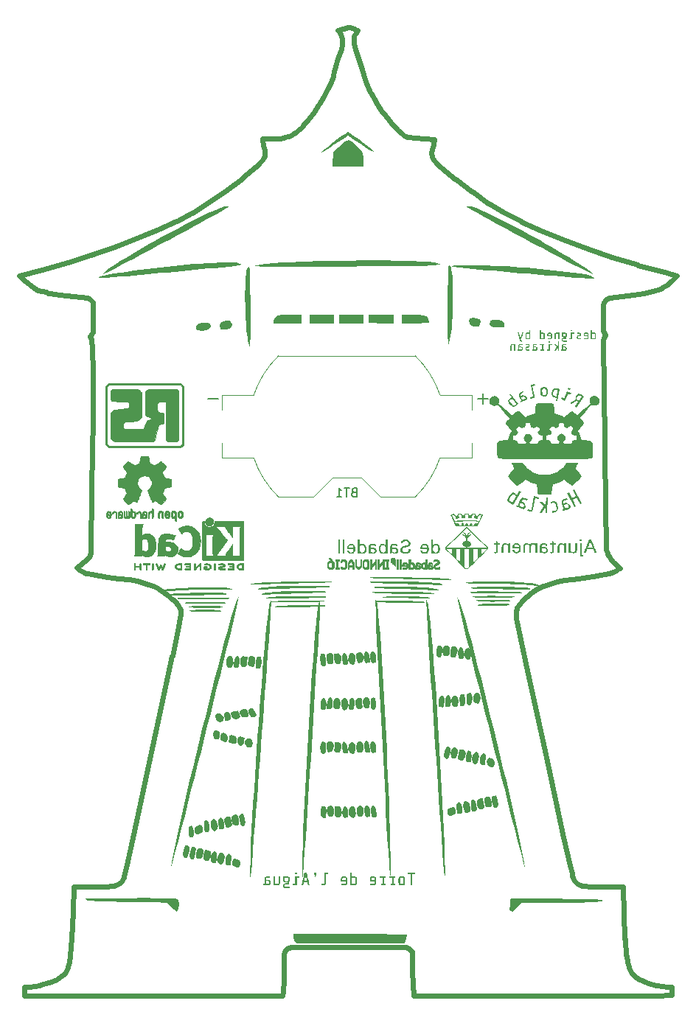
<source format=gbr>
G04 #@! TF.GenerationSoftware,KiCad,Pcbnew,5.0.0-fee4fd1~66~ubuntu18.04.1*
G04 #@! TF.CreationDate,2018-08-08T07:38:06+02:00*
G04 #@! TF.ProjectId,Saba-TIC18,536162612D54494331382E6B69636164,rev?*
G04 #@! TF.SameCoordinates,Original*
G04 #@! TF.FileFunction,Legend,Bot*
G04 #@! TF.FilePolarity,Positive*
%FSLAX46Y46*%
G04 Gerber Fmt 4.6, Leading zero omitted, Abs format (unit mm)*
G04 Created by KiCad (PCBNEW 5.0.0-fee4fd1~66~ubuntu18.04.1) date Wed Aug  8 07:38:06 2018*
%MOMM*%
%LPD*%
G01*
G04 APERTURE LIST*
%ADD10C,0.200000*%
%ADD11C,0.600000*%
%ADD12C,0.100000*%
%ADD13C,0.010341*%
%ADD14C,0.120000*%
%ADD15C,0.013832*%
%ADD16C,0.010000*%
%ADD17C,0.150000*%
G04 APERTURE END LIST*
D10*
X157797428Y-78085142D02*
X156654571Y-78085142D01*
X157226000Y-78656571D02*
X157226000Y-77513714D01*
X126809428Y-78085142D02*
X125666571Y-78085142D01*
D11*
G04 #@! TO.C,svg2mod*
X141819313Y-35401179D02*
X141819313Y-35401174D01*
X141919664Y-35437340D02*
X141819313Y-35401179D01*
X142467434Y-35640429D02*
X141919664Y-35437340D01*
X142519112Y-35657468D02*
X142467434Y-35640429D01*
X142865859Y-35758237D02*
X142519112Y-35657468D01*
X142731501Y-35909132D02*
X142865859Y-35758237D01*
X142624014Y-36065712D02*
X142731501Y-35909132D01*
X142514977Y-36276035D02*
X142624014Y-36065712D01*
X142445214Y-36470339D02*
X142514977Y-36276035D01*
X142395605Y-36704951D02*
X142445214Y-36470339D01*
X142379571Y-36884783D02*
X142395605Y-36704951D01*
X142386794Y-37148334D02*
X142379571Y-36884783D01*
X142412644Y-37327134D02*
X142386794Y-37148334D01*
X142583694Y-37961203D02*
X142412644Y-37327134D01*
X142596606Y-38003578D02*
X142583694Y-37961203D01*
X142926819Y-38995250D02*
X142596606Y-38003578D01*
X143305091Y-40275275D02*
X142926819Y-38995250D01*
X143311812Y-40297500D02*
X143305091Y-40275275D01*
X143760362Y-41659691D02*
X143311812Y-40297500D01*
X143782058Y-41717569D02*
X143760362Y-41659691D01*
X144275570Y-42889073D02*
X143782058Y-41717569D01*
X144318977Y-42976406D02*
X144275570Y-42889073D01*
X144926175Y-44022854D02*
X144318977Y-42976406D01*
X144956665Y-44070395D02*
X144926175Y-44022854D01*
X145741628Y-45219163D02*
X144956665Y-44070395D01*
X145769018Y-45256887D02*
X145741628Y-45219163D01*
X146608242Y-46338474D02*
X145769018Y-45256887D01*
X146647517Y-46384983D02*
X146608242Y-46338474D01*
X147418013Y-47229893D02*
X146647517Y-46384983D01*
X147475890Y-47286736D02*
X147418013Y-47229893D01*
X147899636Y-47662426D02*
X147475890Y-47286736D01*
X148008674Y-47743557D02*
X147899636Y-47662426D01*
X148207630Y-47864996D02*
X148008674Y-47743557D01*
X148333204Y-47926490D02*
X148207630Y-47864996D01*
X148559028Y-48012789D02*
X148333204Y-47926490D01*
X148717675Y-48054649D02*
X148559028Y-48012789D01*
X149358980Y-48152317D02*
X148717675Y-48054649D01*
X149435460Y-48160070D02*
X149358980Y-48152317D01*
X150514982Y-48214846D02*
X149435460Y-48160070D01*
X150523237Y-48215376D02*
X150514982Y-48214846D01*
X151611026Y-48258783D02*
X150523237Y-48215376D01*
X151611026Y-48279976D02*
X151611026Y-48258783D01*
X151562967Y-48865470D02*
X151611026Y-48279976D01*
X151461163Y-49240641D02*
X151562967Y-48865470D01*
X151401735Y-49388438D02*
X151461163Y-49240641D01*
X151354192Y-49564653D02*
X151401735Y-49388438D01*
X151326805Y-49754306D02*
X151354192Y-49564653D01*
X151324689Y-49956360D02*
X151326805Y-49754306D01*
X151347416Y-50143945D02*
X151324689Y-49956360D01*
X151394959Y-50332048D02*
X151347416Y-50143945D01*
X151467307Y-50516015D02*
X151394959Y-50332048D01*
X151604766Y-50741326D02*
X151467307Y-50516015D01*
X151854363Y-51025547D02*
X151604766Y-50741326D01*
X151917408Y-51089624D02*
X151854363Y-51025547D01*
X152424871Y-51546445D02*
X151917408Y-51089624D01*
X152454843Y-51572295D02*
X152424871Y-51546445D01*
X154030458Y-52850251D02*
X152454843Y-51572295D01*
X154051651Y-52866788D02*
X154030458Y-52850251D01*
X155990548Y-54329748D02*
X154051651Y-52866788D01*
X156012244Y-54345253D02*
X155990548Y-54329748D01*
X157850860Y-55633541D02*
X156012244Y-54345253D01*
X157895302Y-55662478D02*
X157850860Y-55633541D01*
X159570652Y-56672753D02*
X157895302Y-55662478D01*
X159613027Y-56696512D02*
X159570652Y-56672753D01*
X161604120Y-57730041D02*
X159613027Y-56696512D01*
X161637709Y-57746577D02*
X161604120Y-57730041D01*
X163903722Y-58787340D02*
X161637709Y-57746577D01*
X163931109Y-58799219D02*
X163903722Y-58787340D01*
X166430699Y-59830682D02*
X163931109Y-58799219D01*
X166454459Y-59839995D02*
X166430699Y-59830682D01*
X169146285Y-60846134D02*
X166454459Y-59839995D01*
X169168510Y-60853886D02*
X169146285Y-60846134D01*
X172011230Y-61819202D02*
X169168510Y-60853886D01*
X172032423Y-61826426D02*
X172011230Y-61819202D01*
X174984697Y-62733346D02*
X172032423Y-61826426D01*
X175005890Y-62739034D02*
X174984697Y-62733346D01*
X178025344Y-63572575D02*
X175005890Y-62739034D01*
X178026402Y-63573104D02*
X178025344Y-63572575D01*
X179490911Y-63975665D02*
X178026402Y-63573104D01*
X178917305Y-64555992D02*
X179490911Y-63975665D01*
X178269798Y-65079991D02*
X178917305Y-64555992D01*
X177961288Y-65269642D02*
X178269798Y-65079991D01*
X177604204Y-65447926D02*
X177961288Y-65269642D01*
X176716405Y-65776070D02*
X177604204Y-65447926D01*
X175684427Y-66021019D02*
X176716405Y-65776070D01*
X174496384Y-66178115D02*
X175684427Y-66021019D01*
X172490822Y-66398772D02*
X174496384Y-66178115D01*
X172455682Y-66403429D02*
X172490822Y-66398772D01*
X171753917Y-66513498D02*
X172455682Y-66403429D01*
X171499425Y-66601165D02*
X171753917Y-66513498D01*
X171290896Y-66771364D02*
X171499425Y-66601165D01*
X171253172Y-66815290D02*
X171290896Y-66771364D01*
X171115877Y-67048562D02*
X171253172Y-66815290D01*
X171068170Y-67315000D02*
X171115877Y-67048562D01*
X171068170Y-68776410D02*
X171068170Y-67315000D01*
X171068170Y-70237821D02*
X171068170Y-68776410D01*
X171115877Y-70504259D02*
X171068170Y-70237821D01*
X171253172Y-70737531D02*
X171115877Y-70504259D01*
X171290896Y-70781455D02*
X171253172Y-70737531D01*
X171311560Y-70803150D02*
X171290896Y-70781455D01*
X171135861Y-71064635D02*
X171311560Y-70803150D01*
X171122950Y-71096674D02*
X171135861Y-71064635D01*
X171067120Y-71390134D02*
X171122950Y-71096674D01*
X171171506Y-83036449D02*
X171067120Y-71390134D01*
X171171506Y-83039095D02*
X171171506Y-83036449D01*
X171271759Y-91442198D02*
X171171506Y-83039095D01*
X171271759Y-91447357D02*
X171271759Y-91442198D01*
X171323435Y-94141765D02*
X171271759Y-91447357D01*
X171323964Y-94149517D02*
X171323435Y-94141765D01*
X171347221Y-94944818D02*
X171323964Y-94149517D01*
X171347750Y-94966011D02*
X171347221Y-94944818D01*
X171368414Y-95330331D02*
X171347750Y-94966011D01*
X171397868Y-95500863D02*
X171368414Y-95330331D01*
X171493988Y-95832108D02*
X171397868Y-95500863D01*
X171567883Y-96004706D02*
X171493988Y-95832108D01*
X171764255Y-96341121D02*
X171567883Y-96004706D01*
X171844352Y-96453260D02*
X171764255Y-96341121D01*
X172152861Y-96813445D02*
X171844352Y-96453260D01*
X172213321Y-96877006D02*
X172152861Y-96813445D01*
X172646370Y-97279048D02*
X172213321Y-96877006D01*
X172652059Y-97284207D02*
X172646370Y-97279048D01*
X172939380Y-97545690D02*
X172652059Y-97284207D01*
X172845329Y-97618038D02*
X172939380Y-97545690D01*
X172549223Y-97802005D02*
X172845329Y-97618038D01*
X172182836Y-97974087D02*
X172549223Y-97802005D01*
X171731700Y-98136870D02*
X172182836Y-97974087D01*
X171203052Y-98284663D02*
X171731700Y-98136870D01*
X169855847Y-98539428D02*
X171203052Y-98284663D01*
X168146390Y-98724430D02*
X169855847Y-98539428D01*
X168139669Y-98724959D02*
X168146390Y-98724430D01*
X167436870Y-98807123D02*
X168139669Y-98724959D01*
X167397079Y-98812811D02*
X167436870Y-98807123D01*
X166598056Y-98948648D02*
X167397079Y-98812811D01*
X166566018Y-98954840D02*
X166598056Y-98948648D01*
X165766582Y-99126403D02*
X166566018Y-98954840D01*
X165728858Y-99135717D02*
X165766582Y-99126403D01*
X165027093Y-99323819D02*
X165728858Y-99135717D01*
X164979034Y-99338292D02*
X165027093Y-99323819D01*
X164183217Y-99608561D02*
X164979034Y-99338292D01*
X164106734Y-99639049D02*
X164183217Y-99608561D01*
X163492303Y-99924305D02*
X164106734Y-99639049D01*
X163389983Y-99981666D02*
X163492303Y-99924305D01*
X162850998Y-100340817D02*
X163389983Y-99981666D01*
X162773999Y-100399210D02*
X162850998Y-100340817D01*
X162206076Y-100891171D02*
X162773999Y-100399210D01*
X162175586Y-100919593D02*
X162206076Y-100891171D01*
X161616965Y-101459610D02*
X162175586Y-100919593D01*
X161544102Y-101540742D02*
X161616965Y-101459610D01*
X161252645Y-101915913D02*
X161544102Y-101540742D01*
X161145158Y-102104532D02*
X161252645Y-101915913D01*
X161079012Y-102271963D02*
X161145158Y-102104532D01*
X161031472Y-102456449D02*
X161079012Y-102271963D01*
X161009247Y-102630082D02*
X161031472Y-102456449D01*
X161008188Y-102814049D02*
X161009247Y-102630082D01*
X161056247Y-103236763D02*
X161008188Y-102814049D01*
X161067095Y-103306010D02*
X161056247Y-103236763D01*
X162234466Y-108915486D02*
X161067095Y-103306010D01*
X162235524Y-108921175D02*
X162234466Y-108915486D01*
X164385780Y-118879742D02*
X162235524Y-108921175D01*
X164386838Y-118882388D02*
X164385780Y-118879742D01*
X166495236Y-128486453D02*
X164386838Y-118882388D01*
X166495766Y-128490078D02*
X166495236Y-128486453D01*
X167214067Y-131687300D02*
X166495766Y-128490078D01*
X167215654Y-131693491D02*
X167214067Y-131687300D01*
X167434764Y-132633487D02*
X167215654Y-131693491D01*
X167436881Y-132643303D02*
X167434764Y-132633487D01*
X167504577Y-132917186D02*
X167436881Y-132643303D01*
X167511800Y-132944060D02*
X167504577Y-132917186D01*
X167550040Y-133077902D02*
X167511800Y-132944060D01*
X167578980Y-133160585D02*
X167550040Y-133077902D01*
X167643576Y-133316646D02*
X167578980Y-133160585D01*
X167731941Y-133474259D02*
X167643576Y-133316646D01*
X167822894Y-133599317D02*
X167731941Y-133474259D01*
X168043552Y-133802921D02*
X167822894Y-133599317D01*
X168191835Y-133893308D02*
X168043552Y-133802921D01*
X168407840Y-133983224D02*
X168191835Y-133893308D01*
X168640385Y-134040586D02*
X168407840Y-133983224D01*
X168778360Y-134061250D02*
X168640385Y-134040586D01*
X169631538Y-134111894D02*
X168778360Y-134061250D01*
X169673398Y-134113481D02*
X169631538Y-134111894D01*
X171287769Y-134120705D02*
X169673398Y-134113481D01*
X171291394Y-134120705D02*
X171287769Y-134120705D01*
X173294890Y-134120705D02*
X171291394Y-134120705D01*
X173397726Y-137218189D02*
X173294890Y-134120705D01*
X173397726Y-137225942D02*
X173397726Y-137218189D01*
X173522781Y-140141526D02*
X173397726Y-137225942D01*
X173525427Y-140175114D02*
X173522781Y-140141526D01*
X173690276Y-142064406D02*
X173525427Y-140175114D01*
X173698028Y-142124866D02*
X173690276Y-142064406D01*
X173806034Y-142767206D02*
X173698028Y-142124866D01*
X173822041Y-142841620D02*
X173806034Y-142767206D01*
X173953817Y-143325828D02*
X173822041Y-142841620D01*
X173994123Y-143438483D02*
X173953817Y-143325828D01*
X174154839Y-143796599D02*
X173994123Y-143438483D01*
X174238037Y-143938193D02*
X174154839Y-143796599D01*
X174432858Y-144201742D02*
X174238037Y-143938193D01*
X174542927Y-144321633D02*
X174432858Y-144201742D01*
X174774956Y-144525753D02*
X174542927Y-144321633D01*
X174870040Y-144597585D02*
X174774956Y-144525753D01*
X175166145Y-144785688D02*
X174870040Y-144597585D01*
X175278284Y-144844597D02*
X175166145Y-144785688D01*
X176047229Y-145170159D02*
X175278284Y-144844597D01*
X176155750Y-145206333D02*
X176047229Y-145170159D01*
X177131401Y-145456965D02*
X176155750Y-145206333D01*
X177212533Y-145473501D02*
X177131401Y-145456965D01*
X178361299Y-145639382D02*
X177212533Y-145473501D01*
X178395406Y-145643509D02*
X178361299Y-145639382D01*
X178926639Y-145695704D02*
X178395406Y-145643509D01*
X178926639Y-145931866D02*
X178926639Y-145695704D01*
X178898218Y-146588157D02*
X178926639Y-145931866D01*
X176997041Y-146668770D02*
X178898218Y-146588157D01*
X172329627Y-146708045D02*
X176997041Y-146668770D01*
X164027290Y-146716829D02*
X172329627Y-146708045D01*
X149251967Y-146716829D02*
X164027290Y-146716829D01*
X149232837Y-146575237D02*
X149251967Y-146716829D01*
X149152737Y-145441971D02*
X149232837Y-146575237D01*
X149118114Y-143845687D02*
X149152737Y-145441971D01*
X149118114Y-141915573D02*
X149118114Y-143845687D01*
X149060755Y-141624634D02*
X149118114Y-141915573D01*
X149047843Y-141593112D02*
X149060755Y-141624634D01*
X148878965Y-141340308D02*
X149047843Y-141593112D01*
X148625129Y-141172983D02*
X148878965Y-141340308D01*
X148593091Y-141160071D02*
X148625129Y-141172983D01*
X148306285Y-141104260D02*
X148593091Y-141160071D01*
X141758366Y-141104260D02*
X148306285Y-141104260D01*
X135210445Y-141104260D02*
X141758366Y-141104260D01*
X134919506Y-141161621D02*
X135210445Y-141104260D01*
X134887984Y-141174533D02*
X134919506Y-141161621D01*
X134640474Y-141338064D02*
X134887984Y-141174533D01*
X134473538Y-141583293D02*
X134640474Y-141338064D01*
X134460097Y-141614816D02*
X134473538Y-141583293D01*
X134398603Y-141915057D02*
X134460097Y-141614816D01*
X134397544Y-143449328D02*
X134398603Y-141915057D01*
X134362405Y-144884901D02*
X134397544Y-143449328D01*
X134279207Y-146200582D02*
X134362405Y-144884901D01*
X134230629Y-146716829D02*
X134279207Y-146200582D01*
X119374172Y-146716829D02*
X134230629Y-146716829D01*
X104590365Y-146716829D02*
X119374172Y-146716829D01*
X104590365Y-146240372D02*
X104590365Y-146716829D01*
X104590365Y-145686965D02*
X104590365Y-146240372D01*
X105122114Y-145634254D02*
X104590365Y-145686965D01*
X105155705Y-145630127D02*
X105122114Y-145634254D01*
X106315839Y-145462696D02*
X105155705Y-145630127D01*
X106395939Y-145446689D02*
X106315839Y-145462696D01*
X107372622Y-145197091D02*
X106395939Y-145446689D01*
X107482178Y-145159885D02*
X107372622Y-145197091D01*
X108248539Y-144834840D02*
X107482178Y-145159885D01*
X108362227Y-144774896D02*
X108248539Y-144834840D01*
X108657299Y-144586277D02*
X108362227Y-144774896D01*
X108750834Y-144515996D02*
X108657299Y-144586277D01*
X108983377Y-144311359D02*
X108750834Y-144515996D01*
X109095515Y-144188886D02*
X108983377Y-144311359D01*
X109282583Y-143933603D02*
X109095515Y-144188886D01*
X109366300Y-143788391D02*
X109282583Y-143933603D01*
X109521330Y-143434927D02*
X109366300Y-143788391D01*
X109561121Y-143321238D02*
X109521330Y-143434927D01*
X109688245Y-142835995D02*
X109561121Y-143321238D01*
X109703220Y-142764166D02*
X109688245Y-142835995D01*
X109808638Y-142112526D02*
X109703220Y-142764166D01*
X109815861Y-142055164D02*
X109808638Y-142112526D01*
X109981226Y-140110064D02*
X109815861Y-142055164D01*
X109982814Y-140079058D02*
X109981226Y-140110064D01*
X110118206Y-137040485D02*
X109982814Y-140079058D01*
X110118735Y-137034293D02*
X110118206Y-137040485D01*
X110223640Y-134120776D02*
X110118735Y-137034293D01*
X112227652Y-134120776D02*
X110223640Y-134120776D01*
X112231277Y-134120776D02*
X112227652Y-134120776D01*
X113816687Y-134113209D02*
X112231277Y-134120776D01*
X113856996Y-134112151D02*
X113816687Y-134113209D01*
X114711206Y-134063057D02*
X113856996Y-134112151D01*
X114835229Y-134045489D02*
X114711206Y-134063057D01*
X115072426Y-133992260D02*
X114835229Y-134045489D01*
X115266212Y-133919915D02*
X115072426Y-133992260D01*
X115419691Y-133837749D02*
X115266212Y-133919915D01*
X115651202Y-133648095D02*
X115419691Y-133837749D01*
X115745251Y-133533375D02*
X115651202Y-133648095D01*
X115853256Y-133357157D02*
X115745251Y-133533375D01*
X115916301Y-133214530D02*
X115853256Y-133357157D01*
X115952991Y-133113245D02*
X115916301Y-133214530D01*
X115993297Y-132970619D02*
X115952991Y-133113245D01*
X116000018Y-132944267D02*
X115993297Y-132970619D01*
X116072366Y-132649193D02*
X116000018Y-132944267D01*
X116075011Y-132639906D02*
X116072366Y-132649193D01*
X116311173Y-131620329D02*
X116075011Y-132639906D01*
X116312231Y-131614640D02*
X116311173Y-131620329D01*
X117086860Y-128154901D02*
X116312231Y-131614640D01*
X117087918Y-128151276D02*
X117086860Y-128154901D01*
X119334294Y-117892989D02*
X117087918Y-128151276D01*
X119334823Y-117890872D02*
X119334294Y-117892989D01*
X121538824Y-107660488D02*
X119334823Y-117890872D01*
X121539353Y-107656863D02*
X121538824Y-107660488D01*
X122260755Y-104231750D02*
X121539353Y-107656863D01*
X122261814Y-104226062D02*
X122260755Y-104231750D01*
X122463868Y-103229223D02*
X122261814Y-104226062D01*
X122465985Y-103218878D02*
X122463868Y-103229223D01*
X122519211Y-102936207D02*
X122465985Y-103218878D01*
X122524899Y-102901068D02*
X122519211Y-102936207D01*
X122543500Y-102769292D02*
X122524899Y-102901068D01*
X122536276Y-102510911D02*
X122543500Y-102769292D01*
X122509924Y-102380170D02*
X122536276Y-102510911D01*
X122442744Y-102186899D02*
X122509924Y-102380170D01*
X122369880Y-102042204D02*
X122442744Y-102186899D01*
X122290817Y-101916633D02*
X122369880Y-102042204D01*
X122031917Y-101583319D02*
X122290817Y-101916633D01*
X121964737Y-101507870D02*
X122031917Y-101583319D01*
X121584398Y-101132699D02*
X121964737Y-101507870D01*
X121537890Y-101089810D02*
X121584398Y-101132699D01*
X121071768Y-100700169D02*
X121537890Y-101089810D01*
X121033012Y-100670197D02*
X121071768Y-100700169D01*
X120518831Y-100293475D02*
X121033012Y-100670197D01*
X120476456Y-100264535D02*
X120518831Y-100293475D01*
X119949874Y-99930189D02*
X120476456Y-100264535D01*
X119894581Y-99898151D02*
X119949874Y-99930189D01*
X119391767Y-99635118D02*
X119894581Y-99898151D01*
X119300817Y-99594808D02*
X119391767Y-99635118D01*
X118856917Y-99431513D02*
X119300817Y-99594808D01*
X118804207Y-99414447D02*
X118856917Y-99431513D01*
X117476123Y-99033077D02*
X118804207Y-99414447D01*
X117406876Y-99016540D02*
X117476123Y-99033077D01*
X116628631Y-98869263D02*
X117406876Y-99016540D01*
X116566102Y-98859949D02*
X116628631Y-98869263D01*
X115368759Y-98734375D02*
X116566102Y-98859949D01*
X115365134Y-98733846D02*
X115368759Y-98734375D01*
X114111464Y-98608272D02*
X115365134Y-98733846D01*
X113182838Y-98462027D02*
X114111464Y-98608272D01*
X111806695Y-98195377D02*
X113182838Y-98462027D01*
X111578801Y-98129750D02*
X111806695Y-98195377D01*
X111299232Y-98000556D02*
X111578801Y-98129750D01*
X110982973Y-97809355D02*
X111299232Y-98000556D01*
X110670847Y-97573193D02*
X110982973Y-97809355D01*
X110603666Y-97515316D02*
X110670847Y-97573193D01*
X110905458Y-97245047D02*
X110603666Y-97515316D01*
X111897645Y-96357248D02*
X110905458Y-97245047D01*
X112082647Y-96106100D02*
X111897645Y-96357248D01*
X112097623Y-96073543D02*
X112082647Y-96106100D01*
X112167901Y-95765552D02*
X112097623Y-96073543D01*
X112289343Y-88305025D02*
X112167901Y-95765552D01*
X112289343Y-88303438D02*
X112289343Y-88305025D01*
X112403029Y-80266719D02*
X112289343Y-88303438D01*
X112403029Y-80259999D02*
X112403029Y-80266719D01*
X112429381Y-75046363D02*
X112403029Y-80259999D01*
X112429381Y-75025170D02*
X112429381Y-75046363D01*
X112367371Y-72206736D02*
X112429381Y-75025170D01*
X112363243Y-72146276D02*
X112367371Y-72206736D01*
X112297613Y-71498769D02*
X112363243Y-72146276D01*
X112274886Y-71375780D02*
X112297613Y-71498769D01*
X112230962Y-71213517D02*
X112274886Y-71375780D01*
X112140012Y-71005776D02*
X112230962Y-71213517D01*
X112108489Y-70955651D02*
X112140012Y-71005776D01*
X112066630Y-70896739D02*
X112108489Y-70955651D01*
X112259900Y-70718455D02*
X112066630Y-70896739D01*
X112292457Y-70675563D02*
X112259900Y-70718455D01*
X112408429Y-70456570D02*
X112292457Y-70675563D01*
X112448518Y-70212026D02*
X112408429Y-70456570D01*
X112448518Y-68763536D02*
X112448518Y-70212026D01*
X112448518Y-67315045D02*
X112448518Y-68763536D01*
X112400811Y-67048607D02*
X112448518Y-67315045D01*
X112263517Y-66815335D02*
X112400811Y-67048607D01*
X112225795Y-66771409D02*
X112263517Y-66815335D01*
X112018158Y-66601824D02*
X112225795Y-66771409D01*
X111764840Y-66514062D02*
X112018158Y-66601824D01*
X111056355Y-66400889D02*
X111764840Y-66514062D01*
X111013464Y-66395200D02*
X111056355Y-66400889D01*
X108669422Y-66155937D02*
X111013464Y-66395200D01*
X107526340Y-66025196D02*
X108669422Y-66155937D01*
X107274158Y-65974036D02*
X107526340Y-66025196D01*
X107088640Y-65865518D02*
X107274158Y-65974036D01*
X106957383Y-65812289D02*
X107088640Y-65865518D01*
X106778064Y-65763714D02*
X106957383Y-65812289D01*
X106448369Y-65716689D02*
X106778064Y-65763714D01*
X106294890Y-65690840D02*
X106448369Y-65716689D01*
X106119706Y-65624178D02*
X106294890Y-65690840D01*
X105473234Y-65253658D02*
X106119706Y-65624178D01*
X104704289Y-64668162D02*
X105473234Y-65253658D01*
X103973068Y-63986034D02*
X104704289Y-64668162D01*
X106553790Y-63293053D02*
X103973068Y-63986034D01*
X106570326Y-63288397D02*
X106553790Y-63293053D01*
X109568592Y-62410414D02*
X106570326Y-63288397D01*
X109585632Y-62405255D02*
X109568592Y-62410414D01*
X112447897Y-61493678D02*
X109585632Y-62405255D01*
X112466497Y-61487486D02*
X112447897Y-61493678D01*
X115162974Y-60552661D02*
X112466497Y-61487486D01*
X115183638Y-60545437D02*
X115162974Y-60552661D01*
X117684779Y-59598208D02*
X115183638Y-60545437D01*
X117708036Y-59588895D02*
X117684779Y-59598208D01*
X119983346Y-58640633D02*
X117708036Y-59588895D01*
X120011770Y-58628224D02*
X119983346Y-58640633D01*
X122031282Y-57688745D02*
X120011770Y-58628224D01*
X122066937Y-57670647D02*
X122031282Y-57688745D01*
X123801199Y-56751839D02*
X122066937Y-57670647D01*
X123847192Y-56725487D02*
X123801199Y-56751839D01*
X125637262Y-55611345D02*
X123847192Y-56725487D01*
X125668268Y-55591184D02*
X125637262Y-55611345D01*
X127676932Y-54203153D02*
X125668268Y-55591184D01*
X127701221Y-54185585D02*
X127676932Y-54203153D01*
X129614798Y-52749498D02*
X127701221Y-54185585D01*
X129646321Y-52724177D02*
X129614798Y-52749498D01*
X131151139Y-51465856D02*
X129646321Y-52724177D01*
X131193514Y-51428132D02*
X131151139Y-51465856D01*
X131603825Y-51029706D02*
X131193514Y-51428132D01*
X131663769Y-50963560D02*
X131603825Y-51029706D01*
X131913882Y-50656604D02*
X131663769Y-50963560D01*
X132024989Y-50473668D02*
X131913882Y-50656604D01*
X132132476Y-50222005D02*
X132024989Y-50473668D01*
X132186800Y-50026229D02*
X132132476Y-50222005D01*
X132187858Y-49823063D02*
X132186800Y-50026229D01*
X132159953Y-49606020D02*
X132187858Y-49823063D01*
X132144448Y-49522822D02*
X132159953Y-49606020D01*
X132032310Y-49061352D02*
X132144448Y-49522822D01*
X131943944Y-48337880D02*
X132032310Y-49061352D01*
X131936721Y-48247448D02*
X131943944Y-48337880D01*
X132579576Y-48247448D02*
X131936721Y-48247448D01*
X132615750Y-48246390D02*
X132579576Y-48247448D01*
X133790873Y-48191095D02*
X132615750Y-48246390D01*
X133881305Y-48181781D02*
X133790873Y-48191095D01*
X134351044Y-48103235D02*
X133881305Y-48181781D01*
X134438893Y-48083073D02*
X134351044Y-48103235D01*
X134850754Y-47963183D02*
X134438893Y-48083073D01*
X134953074Y-47924943D02*
X134850754Y-47963183D01*
X135323078Y-47756996D02*
X134953074Y-47924943D01*
X135423331Y-47702216D02*
X135323078Y-47756996D01*
X135765430Y-47480525D02*
X135423331Y-47702216D01*
X135844492Y-47422131D02*
X135765430Y-47480525D01*
X136174706Y-47142046D02*
X135844492Y-47422131D01*
X136228966Y-47090886D02*
X136174706Y-47142046D01*
X136562278Y-46747237D02*
X136228966Y-47090886D01*
X136600521Y-46705380D02*
X136562278Y-46747237D01*
X137184464Y-46006713D02*
X136600521Y-46705380D01*
X137213401Y-45969508D02*
X137184464Y-46006713D01*
X137798895Y-45174723D02*
X137213401Y-45969508D01*
X137820088Y-45144235D02*
X137798895Y-45174723D01*
X138383362Y-44296740D02*
X137820088Y-45144235D01*
X138401460Y-44268319D02*
X138383362Y-44296740D01*
X138918223Y-43411005D02*
X138401460Y-44268319D01*
X138935791Y-43380002D02*
X138918223Y-43411005D01*
X139382276Y-42554729D02*
X138935791Y-43380002D01*
X139402940Y-42514420D02*
X139382276Y-42554729D01*
X139753306Y-41764080D02*
X139402940Y-42514420D01*
X139778627Y-41703102D02*
X139753306Y-41764080D01*
X140010137Y-41070065D02*
X139778627Y-41703102D01*
X140044761Y-40940874D02*
X140010137Y-41070065D01*
X140127961Y-40473718D02*
X140044761Y-40940874D01*
X140252501Y-39886674D02*
X140127961Y-40473718D01*
X140562042Y-39007659D02*
X140252501Y-39886674D01*
X140934631Y-37950358D02*
X140562042Y-39007659D01*
X140963568Y-37843905D02*
X140934631Y-37950358D01*
X141045216Y-37429978D02*
X140963568Y-37843905D01*
X141059160Y-37305436D02*
X141045216Y-37429978D01*
X141070008Y-36952487D02*
X141059160Y-37305436D01*
X141054503Y-36772136D02*
X141070008Y-36952487D01*
X140991458Y-36470345D02*
X141054503Y-36772136D01*
X140916528Y-36265189D02*
X140991458Y-36470345D01*
X140778551Y-36007324D02*
X140916528Y-36265189D01*
X140660213Y-35842478D02*
X140778551Y-36007324D01*
X140582698Y-35760311D02*
X140660213Y-35842478D01*
X141154756Y-35633703D02*
X140582698Y-35760311D01*
X141245188Y-35607350D02*
X141154756Y-35633703D01*
X141731463Y-35434752D02*
X141245188Y-35607350D01*
X141591425Y-35484176D02*
X141731463Y-35434752D01*
X141663317Y-35458327D02*
X141591425Y-35484176D01*
X141791243Y-35412286D02*
X141663317Y-35458327D01*
X141819313Y-35401174D02*
X141791243Y-35412286D01*
X141919685Y-35437332D02*
X141819334Y-35401171D01*
X142467455Y-35640421D02*
X141919685Y-35437332D01*
X142519133Y-35657460D02*
X142467455Y-35640421D01*
X142865880Y-35758229D02*
X142519133Y-35657460D01*
X142731522Y-35909124D02*
X142865880Y-35758229D01*
X142624035Y-36065704D02*
X142731522Y-35909124D01*
X142514998Y-36276027D02*
X142624035Y-36065704D01*
X142445235Y-36470331D02*
X142514998Y-36276027D01*
X142395626Y-36704943D02*
X142445235Y-36470331D01*
X142379592Y-36884775D02*
X142395626Y-36704943D01*
X142386815Y-37148326D02*
X142379592Y-36884775D01*
X142412665Y-37327126D02*
X142386815Y-37148326D01*
X142583715Y-37961195D02*
X142412665Y-37327126D01*
X142596627Y-38003571D02*
X142583715Y-37961195D01*
X142926840Y-38995242D02*
X142596627Y-38003571D01*
X143305112Y-40275267D02*
X142926840Y-38995242D01*
X143311833Y-40297492D02*
X143305112Y-40275267D01*
X143760384Y-41659683D02*
X143311833Y-40297492D01*
X143782079Y-41717561D02*
X143760384Y-41659683D01*
X144275591Y-42889065D02*
X143782079Y-41717561D01*
X144318998Y-42976398D02*
X144275591Y-42889065D01*
X144926196Y-44022846D02*
X144318998Y-42976398D01*
X144956686Y-44070387D02*
X144926196Y-44022846D01*
X145741650Y-45219155D02*
X144956686Y-44070387D01*
X145769039Y-45256879D02*
X145741650Y-45219155D01*
X146608263Y-46338467D02*
X145769039Y-45256879D01*
X146647538Y-46384975D02*
X146608263Y-46338467D01*
X147418034Y-47229885D02*
X146647538Y-46384975D01*
X147475911Y-47286728D02*
X147418034Y-47229885D01*
X147899657Y-47662418D02*
X147475911Y-47286728D01*
X148008695Y-47743549D02*
X147899657Y-47662418D01*
X148207651Y-47864988D02*
X148008695Y-47743549D01*
X148333225Y-47926482D02*
X148207651Y-47864988D01*
X148559049Y-48012782D02*
X148333225Y-47926482D01*
X148717696Y-48054641D02*
X148559049Y-48012782D01*
X149359001Y-48152310D02*
X148717696Y-48054641D01*
X149435482Y-48160062D02*
X149359001Y-48152310D01*
X150515003Y-48214839D02*
X149435482Y-48160062D01*
X150523258Y-48215368D02*
X150515003Y-48214839D01*
X151611047Y-48258775D02*
X150523258Y-48215368D01*
X151611047Y-48279968D02*
X151611047Y-48258775D01*
X151562988Y-48865462D02*
X151611047Y-48279968D01*
X151461184Y-49240633D02*
X151562988Y-48865462D01*
X151401756Y-49388430D02*
X151461184Y-49240633D01*
X151354213Y-49564645D02*
X151401756Y-49388430D01*
X151326826Y-49754298D02*
X151354213Y-49564645D01*
X151324710Y-49956352D02*
X151326826Y-49754298D01*
X151347437Y-50143937D02*
X151324710Y-49956352D01*
X151394980Y-50332040D02*
X151347437Y-50143937D01*
X151467328Y-50516007D02*
X151394980Y-50332040D01*
X151604787Y-50741318D02*
X151467328Y-50516007D01*
X151854384Y-51025539D02*
X151604787Y-50741318D01*
X151917429Y-51089616D02*
X151854384Y-51025539D01*
X152424892Y-51546437D02*
X151917429Y-51089616D01*
X152454864Y-51572287D02*
X152424892Y-51546437D01*
X154030479Y-52850243D02*
X152454864Y-51572287D01*
X154051672Y-52866780D02*
X154030479Y-52850243D01*
X155990570Y-54329740D02*
X154051672Y-52866780D01*
X156012265Y-54345245D02*
X155990570Y-54329740D01*
X157850881Y-55633533D02*
X156012265Y-54345245D01*
X157895323Y-55662470D02*
X157850881Y-55633533D01*
X159570673Y-56672745D02*
X157895323Y-55662470D01*
X159613049Y-56696504D02*
X159570673Y-56672745D01*
X161604141Y-57730033D02*
X159613049Y-56696504D01*
X161637730Y-57746569D02*
X161604141Y-57730033D01*
X163903744Y-58787332D02*
X161637730Y-57746569D01*
X163931131Y-58799211D02*
X163903744Y-58787332D01*
X166430721Y-59830674D02*
X163931131Y-58799211D01*
X166454480Y-59839987D02*
X166430721Y-59830674D01*
X169146306Y-60846126D02*
X166454480Y-59839987D01*
X169168531Y-60853878D02*
X169146306Y-60846126D01*
X172011251Y-61819195D02*
X169168531Y-60853878D01*
X172032444Y-61826418D02*
X172011251Y-61819195D01*
X174984718Y-62733338D02*
X172032444Y-61826418D01*
X175005911Y-62739026D02*
X174984718Y-62733338D01*
X178025365Y-63572567D02*
X175005911Y-62739026D01*
X178026424Y-63573096D02*
X178025365Y-63572567D01*
X179490932Y-63975657D02*
X178026424Y-63573096D01*
X178917326Y-64555984D02*
X179490932Y-63975657D01*
X178269819Y-65079983D02*
X178917326Y-64555984D01*
X177961310Y-65269634D02*
X178269819Y-65079983D01*
X177604225Y-65447918D02*
X177961310Y-65269634D01*
X176716427Y-65776062D02*
X177604225Y-65447918D01*
X175684448Y-66021011D02*
X176716427Y-65776062D01*
X174496406Y-66178107D02*
X175684448Y-66021011D01*
X172490843Y-66398764D02*
X174496406Y-66178107D01*
X172455704Y-66403421D02*
X172490843Y-66398764D01*
X171753939Y-66513490D02*
X172455704Y-66403421D01*
X171499447Y-66601157D02*
X171753939Y-66513490D01*
X171290918Y-66771356D02*
X171499447Y-66601157D01*
X171253194Y-66815282D02*
X171290918Y-66771356D01*
X171115899Y-67048554D02*
X171253194Y-66815282D01*
X171068192Y-67314992D02*
X171115899Y-67048554D01*
X171068192Y-68776402D02*
X171068192Y-67314992D01*
X171068192Y-70237813D02*
X171068192Y-68776402D01*
X171115899Y-70504251D02*
X171068192Y-70237813D01*
X171253194Y-70737523D02*
X171115899Y-70504251D01*
X171290918Y-70781447D02*
X171253194Y-70737523D01*
X171311582Y-70803143D02*
X171290918Y-70781447D01*
X171135883Y-71064628D02*
X171311582Y-70803143D01*
X171122971Y-71096666D02*
X171135883Y-71064628D01*
X171067141Y-71390126D02*
X171122971Y-71096666D01*
X171171527Y-83036441D02*
X171067141Y-71390126D01*
X171171527Y-83039087D02*
X171171527Y-83036441D01*
X171271781Y-91442190D02*
X171171527Y-83039087D01*
X171271781Y-91447349D02*
X171271781Y-91442190D01*
X171323456Y-94141757D02*
X171271781Y-91447349D01*
X171323986Y-94149509D02*
X171323456Y-94141757D01*
X171347242Y-94944810D02*
X171323986Y-94149509D01*
X171347772Y-94966003D02*
X171347242Y-94944810D01*
X171368436Y-95330324D02*
X171347772Y-94966003D01*
X171397889Y-95500856D02*
X171368436Y-95330324D01*
X171494009Y-95832101D02*
X171397889Y-95500856D01*
X171567905Y-96004699D02*
X171494009Y-95832101D01*
X171764276Y-96341114D02*
X171567905Y-96004699D01*
X171844373Y-96453252D02*
X171764276Y-96341114D01*
X172152883Y-96813438D02*
X171844373Y-96453252D01*
X172213343Y-96876998D02*
X172152883Y-96813438D01*
X172646392Y-97279041D02*
X172213343Y-96876998D01*
X172652080Y-97284200D02*
X172646392Y-97279041D01*
X172939402Y-97545682D02*
X172652080Y-97284200D01*
X172845350Y-97618030D02*
X172939402Y-97545682D01*
X172549244Y-97801998D02*
X172845350Y-97618030D01*
X172182857Y-97974080D02*
X172549244Y-97801998D01*
X171731722Y-98136862D02*
X172182857Y-97974080D01*
X171203074Y-98284656D02*
X171731722Y-98136862D01*
X169855868Y-98539420D02*
X171203074Y-98284656D01*
X168146411Y-98724422D02*
X169855868Y-98539420D01*
X168139691Y-98724952D02*
X168146411Y-98724422D01*
X167436891Y-98807115D02*
X168139691Y-98724952D01*
X167397101Y-98812804D02*
X167436891Y-98807115D01*
X166598078Y-98948641D02*
X167397101Y-98812804D01*
X166566039Y-98954832D02*
X166598078Y-98948641D01*
X165766603Y-99126396D02*
X166566039Y-98954832D01*
X165728879Y-99135709D02*
X165766603Y-99126396D01*
X165027114Y-99323812D02*
X165728879Y-99135709D01*
X164979055Y-99338285D02*
X165027114Y-99323812D01*
X164183239Y-99608554D02*
X164979055Y-99338285D01*
X164106756Y-99639042D02*
X164183239Y-99608554D01*
X163492324Y-99924297D02*
X164106756Y-99639042D01*
X163390005Y-99981659D02*
X163492324Y-99924297D01*
X162851019Y-100340810D02*
X163390005Y-99981659D01*
X162774020Y-100399203D02*
X162851019Y-100340810D01*
X162206098Y-100891164D02*
X162774020Y-100399203D01*
X162175607Y-100919586D02*
X162206098Y-100891164D01*
X161616987Y-101459603D02*
X162175607Y-100919586D01*
X161544123Y-101540735D02*
X161616987Y-101459603D01*
X161252666Y-101915906D02*
X161544123Y-101540735D01*
X161145179Y-102104525D02*
X161252666Y-101915906D01*
X161079033Y-102271956D02*
X161145179Y-102104525D01*
X161031493Y-102456442D02*
X161079033Y-102271956D01*
X161009268Y-102630074D02*
X161031493Y-102456442D01*
X161008210Y-102814042D02*
X161009268Y-102630074D01*
X161056269Y-103236756D02*
X161008210Y-102814042D01*
X161067117Y-103306003D02*
X161056269Y-103236756D01*
X162234487Y-108915479D02*
X161067117Y-103306003D01*
X162235546Y-108921167D02*
X162234487Y-108915479D01*
X164385801Y-118879734D02*
X162235546Y-108921167D01*
X164386859Y-118882380D02*
X164385801Y-118879734D01*
X166495258Y-128486445D02*
X164386859Y-118882380D01*
X166495787Y-128490070D02*
X166495258Y-128486445D01*
X167214088Y-131687293D02*
X166495787Y-128490070D01*
X167215676Y-131693484D02*
X167214088Y-131687293D01*
X167434785Y-132633480D02*
X167215676Y-131693484D01*
X167436902Y-132643296D02*
X167434785Y-132633480D01*
X167504598Y-132917179D02*
X167436902Y-132643296D01*
X167511821Y-132944053D02*
X167504598Y-132917179D01*
X167550062Y-133077895D02*
X167511821Y-132944053D01*
X167579002Y-133160577D02*
X167550062Y-133077895D01*
X167643597Y-133316639D02*
X167579002Y-133160577D01*
X167731963Y-133474251D02*
X167643597Y-133316639D01*
X167822916Y-133599309D02*
X167731963Y-133474251D01*
X168043573Y-133802914D02*
X167822916Y-133599309D01*
X168191856Y-133893301D02*
X168043573Y-133802914D01*
X168407862Y-133983217D02*
X168191856Y-133893301D01*
X168640407Y-134040579D02*
X168407862Y-133983217D01*
X168778382Y-134061243D02*
X168640407Y-134040579D01*
X169631560Y-134111886D02*
X168778382Y-134061243D01*
X169673420Y-134113474D02*
X169631560Y-134111886D01*
X171287791Y-134120697D02*
X169673420Y-134113474D01*
X171291415Y-134120697D02*
X171287791Y-134120697D01*
X173294912Y-134120697D02*
X171291415Y-134120697D01*
X173397747Y-137218182D02*
X173294912Y-134120697D01*
X173397747Y-137225934D02*
X173397747Y-137218182D01*
X173522803Y-140141518D02*
X173397747Y-137225934D01*
X173525448Y-140175107D02*
X173522803Y-140141518D01*
X173690297Y-142064399D02*
X173525448Y-140175107D01*
X173698049Y-142124859D02*
X173690297Y-142064399D01*
X173806055Y-142767198D02*
X173698049Y-142124859D01*
X173822062Y-142841612D02*
X173806055Y-142767198D01*
X173953838Y-143325821D02*
X173822062Y-142841612D01*
X173994145Y-143438475D02*
X173953838Y-143325821D01*
X174154860Y-143796591D02*
X173994145Y-143438475D01*
X174238059Y-143938186D02*
X174154860Y-143796591D01*
X174432879Y-144201735D02*
X174238059Y-143938186D01*
X174542949Y-144321625D02*
X174432879Y-144201735D01*
X174774978Y-144525746D02*
X174542949Y-144321625D01*
X174870061Y-144597578D02*
X174774978Y-144525746D01*
X175166167Y-144785681D02*
X174870061Y-144597578D01*
X175278305Y-144844590D02*
X175166167Y-144785681D01*
X176047250Y-145170152D02*
X175278305Y-144844590D01*
X176155772Y-145206326D02*
X176047250Y-145170152D01*
X177131423Y-145456958D02*
X176155772Y-145206326D01*
X177212555Y-145473494D02*
X177131423Y-145456958D01*
X178361320Y-145639375D02*
X177212555Y-145473494D01*
X178395427Y-145643502D02*
X178361320Y-145639375D01*
X178926661Y-145695696D02*
X178395427Y-145643502D01*
X178926661Y-145931858D02*
X178926661Y-145695696D01*
X178898239Y-146588149D02*
X178926661Y-145931858D01*
X176997062Y-146668762D02*
X178898239Y-146588149D01*
X172329648Y-146708037D02*
X176997062Y-146668762D01*
X164027312Y-146716821D02*
X172329648Y-146708037D01*
X149251988Y-146716821D02*
X164027312Y-146716821D01*
X149232858Y-146575230D02*
X149251988Y-146716821D01*
X149152758Y-145441964D02*
X149232858Y-146575230D01*
X149118135Y-143845679D02*
X149152758Y-145441964D01*
X149118135Y-141915565D02*
X149118135Y-143845679D01*
X149060776Y-141624627D02*
X149118135Y-141915565D01*
X149047864Y-141593104D02*
X149060776Y-141624627D01*
X148878986Y-141340300D02*
X149047864Y-141593104D01*
X148625150Y-141172975D02*
X148878986Y-141340300D01*
X148593112Y-141160063D02*
X148625150Y-141172975D01*
X148306306Y-141104252D02*
X148593112Y-141160063D01*
X141758387Y-141104252D02*
X148306306Y-141104252D01*
X135210466Y-141104252D02*
X141758387Y-141104252D01*
X134919528Y-141161614D02*
X135210466Y-141104252D01*
X134888005Y-141174526D02*
X134919528Y-141161614D01*
X134640495Y-141338057D02*
X134888005Y-141174526D01*
X134473559Y-141583286D02*
X134640495Y-141338057D01*
X134460118Y-141614808D02*
X134473559Y-141583286D01*
X134398624Y-141915049D02*
X134460118Y-141614808D01*
X134397565Y-143449320D02*
X134398624Y-141915049D01*
X134362426Y-144884894D02*
X134397565Y-143449320D01*
X134279228Y-146200574D02*
X134362426Y-144884894D01*
X134230650Y-146716821D02*
X134279228Y-146200574D01*
X119374193Y-146716821D02*
X134230650Y-146716821D01*
X104590386Y-146716821D02*
X119374193Y-146716821D01*
X104590386Y-146240365D02*
X104590386Y-146716821D01*
X104590386Y-145686957D02*
X104590386Y-146240365D01*
X105122135Y-145634247D02*
X104590386Y-145686957D01*
X105155726Y-145630119D02*
X105122135Y-145634247D01*
X106315861Y-145462688D02*
X105155726Y-145630119D01*
X106395961Y-145446681D02*
X106315861Y-145462688D01*
X107372643Y-145197084D02*
X106395961Y-145446681D01*
X107482200Y-145159878D02*
X107372643Y-145197084D01*
X108248560Y-144834832D02*
X107482200Y-145159878D01*
X108362249Y-144774888D02*
X108248560Y-144834832D01*
X108657320Y-144586269D02*
X108362249Y-144774888D01*
X108750855Y-144515988D02*
X108657320Y-144586269D01*
X108983398Y-144311351D02*
X108750855Y-144515988D01*
X109095536Y-144188878D02*
X108983398Y-144311351D01*
X109282604Y-143933595D02*
X109095536Y-144188878D01*
X109366321Y-143788384D02*
X109282604Y-143933595D01*
X109521351Y-143434919D02*
X109366321Y-143788384D01*
X109561142Y-143321230D02*
X109521351Y-143434919D01*
X109688266Y-142835987D02*
X109561142Y-143321230D01*
X109703242Y-142764158D02*
X109688266Y-142835987D01*
X109808660Y-142112518D02*
X109703242Y-142764158D01*
X109815883Y-142055157D02*
X109808660Y-142112518D01*
X109981247Y-140110057D02*
X109815883Y-142055157D01*
X109982835Y-140079050D02*
X109981247Y-140110057D01*
X110118227Y-137040477D02*
X109982835Y-140079050D01*
X110118756Y-137034286D02*
X110118227Y-137040477D01*
X110223661Y-134120769D02*
X110118756Y-137034286D01*
X112227673Y-134120769D02*
X110223661Y-134120769D01*
X112231298Y-134120769D02*
X112227673Y-134120769D01*
X113816708Y-134113207D02*
X112231298Y-134120769D01*
X113857017Y-134112148D02*
X113816708Y-134113207D01*
X114711227Y-134063055D02*
X113857017Y-134112148D01*
X114835251Y-134045487D02*
X114711227Y-134063055D01*
X115072447Y-133992258D02*
X114835251Y-134045487D01*
X115266233Y-133919913D02*
X115072447Y-133992258D01*
X115419713Y-133837746D02*
X115266233Y-133919913D01*
X115651223Y-133648093D02*
X115419713Y-133837746D01*
X115745272Y-133533372D02*
X115651223Y-133648093D01*
X115853277Y-133357155D02*
X115745272Y-133533372D01*
X115916322Y-133214528D02*
X115853277Y-133357155D01*
X115953012Y-133113243D02*
X115916322Y-133214528D01*
X115993319Y-132970617D02*
X115953012Y-133113243D01*
X116000039Y-132944264D02*
X115993319Y-132970617D01*
X116072387Y-132649190D02*
X116000039Y-132944264D01*
X116075033Y-132639904D02*
X116072387Y-132649190D01*
X116311194Y-131620326D02*
X116075033Y-132639904D01*
X116312253Y-131614638D02*
X116311194Y-131620326D01*
X117086881Y-128154899D02*
X116312253Y-131614638D01*
X117087940Y-128151274D02*
X117086881Y-128154899D01*
X119334315Y-117892987D02*
X117087940Y-128151274D01*
X119334845Y-117890870D02*
X119334315Y-117892987D01*
X121538845Y-107660486D02*
X119334845Y-117890870D01*
X121539374Y-107656861D02*
X121538845Y-107660486D01*
X122260776Y-104231748D02*
X121539374Y-107656861D01*
X122261835Y-104226060D02*
X122260776Y-104231748D01*
X122463889Y-103229221D02*
X122261835Y-104226060D01*
X122466006Y-103218876D02*
X122463889Y-103229221D01*
X122519232Y-102936205D02*
X122466006Y-103218876D01*
X122524920Y-102901066D02*
X122519232Y-102936205D01*
X122543521Y-102769290D02*
X122524920Y-102901066D01*
X122536298Y-102510909D02*
X122543521Y-102769290D01*
X122509945Y-102380168D02*
X122536298Y-102510909D01*
X122442765Y-102186897D02*
X122509945Y-102380168D01*
X122369901Y-102042202D02*
X122442765Y-102186897D01*
X122290838Y-101916631D02*
X122369901Y-102042202D01*
X122031938Y-101583317D02*
X122290838Y-101916631D01*
X121964758Y-101507868D02*
X122031938Y-101583317D01*
X121584419Y-101132697D02*
X121964758Y-101507868D01*
X121537911Y-101089808D02*
X121584419Y-101132697D01*
X121071789Y-100700167D02*
X121537911Y-101089808D01*
X121033033Y-100670195D02*
X121071789Y-100700167D01*
X120518852Y-100293473D02*
X121033033Y-100670195D01*
X120476477Y-100264533D02*
X120518852Y-100293473D01*
X119949895Y-99930187D02*
X120476477Y-100264533D01*
X119894602Y-99898148D02*
X119949895Y-99930187D01*
X119391788Y-99635116D02*
X119894602Y-99898148D01*
X119300838Y-99594806D02*
X119391788Y-99635116D01*
X118856938Y-99431511D02*
X119300838Y-99594806D01*
X118804228Y-99414445D02*
X118856938Y-99431511D01*
X117476144Y-99033075D02*
X118804228Y-99414445D01*
X117406897Y-99016538D02*
X117476144Y-99033075D01*
X116628652Y-98869261D02*
X117406897Y-99016538D01*
X116566123Y-98859947D02*
X116628652Y-98869261D01*
X115368780Y-98734373D02*
X116566123Y-98859947D01*
X115365155Y-98733844D02*
X115368780Y-98734373D01*
X114111486Y-98608270D02*
X115365155Y-98733844D01*
X113182859Y-98462025D02*
X114111486Y-98608270D01*
X111806716Y-98195375D02*
X113182859Y-98462025D01*
X111578823Y-98129748D02*
X111806716Y-98195375D01*
X111299253Y-98000554D02*
X111578823Y-98129748D01*
X110982994Y-97809353D02*
X111299253Y-98000554D01*
X110670868Y-97573191D02*
X110982994Y-97809353D01*
X110603687Y-97515314D02*
X110670868Y-97573191D01*
X110905479Y-97245044D02*
X110603687Y-97515314D01*
X111897667Y-96357246D02*
X110905479Y-97245044D01*
X112082669Y-96106098D02*
X111897667Y-96357246D01*
X112097644Y-96073541D02*
X112082669Y-96106098D01*
X112167923Y-95765550D02*
X112097644Y-96073541D01*
X112289364Y-88305023D02*
X112167923Y-95765550D01*
X112289364Y-88303435D02*
X112289364Y-88305023D01*
X112403050Y-80266717D02*
X112289364Y-88303435D01*
X112403050Y-80259996D02*
X112403050Y-80266717D01*
X112429402Y-75046361D02*
X112403050Y-80259996D01*
X112429402Y-75025167D02*
X112429402Y-75046361D01*
X112367392Y-72206733D02*
X112429402Y-75025167D01*
X112363264Y-72146273D02*
X112367392Y-72206733D01*
X112297635Y-71498766D02*
X112363264Y-72146273D01*
X112274907Y-71375778D02*
X112297635Y-71498766D01*
X112230983Y-71213514D02*
X112274907Y-71375778D01*
X112140033Y-71005774D02*
X112230983Y-71213514D01*
X112108510Y-70955648D02*
X112140033Y-71005774D01*
X112066651Y-70896736D02*
X112108510Y-70955648D01*
X112259921Y-70718452D02*
X112066651Y-70896736D01*
X112292478Y-70675560D02*
X112259921Y-70718452D01*
X112408450Y-70456567D02*
X112292478Y-70675560D01*
X112448540Y-70212024D02*
X112408450Y-70456567D01*
X112448540Y-68763533D02*
X112448540Y-70212024D01*
X112448540Y-67315043D02*
X112448540Y-68763533D01*
X112400833Y-67048605D02*
X112448540Y-67315043D01*
X112263538Y-66815332D02*
X112400833Y-67048605D01*
X112225816Y-66771406D02*
X112263538Y-66815332D01*
X112018179Y-66601821D02*
X112225816Y-66771406D01*
X111764862Y-66514059D02*
X112018179Y-66601821D01*
X111056376Y-66400886D02*
X111764862Y-66514059D01*
X111013485Y-66395198D02*
X111056376Y-66400886D01*
X108669443Y-66155935D02*
X111013485Y-66395198D01*
X107526361Y-66025194D02*
X108669443Y-66155935D01*
X107274179Y-65974034D02*
X107526361Y-66025194D01*
X107088661Y-65865515D02*
X107274179Y-65974034D01*
X106957404Y-65812286D02*
X107088661Y-65865515D01*
X106778085Y-65763711D02*
X106957404Y-65812286D01*
X106448390Y-65716687D02*
X106778085Y-65763711D01*
X106294911Y-65690837D02*
X106448390Y-65716687D01*
X106119728Y-65624175D02*
X106294911Y-65690837D01*
X105473255Y-65253655D02*
X106119728Y-65624175D01*
X104704310Y-64668159D02*
X105473255Y-65253655D01*
X103973089Y-63986031D02*
X104704310Y-64668159D01*
X106553811Y-63293051D02*
X103973089Y-63986031D01*
X106570347Y-63288394D02*
X106553811Y-63293051D01*
X109568614Y-62410411D02*
X106570347Y-63288394D01*
X109585653Y-62405252D02*
X109568614Y-62410411D01*
X112447918Y-61493675D02*
X109585653Y-62405252D01*
X112466518Y-61487484D02*
X112447918Y-61493675D01*
X115162995Y-60552658D02*
X112466518Y-61487484D01*
X115183659Y-60545435D02*
X115162995Y-60552658D01*
X117684800Y-59598205D02*
X115183659Y-60545435D01*
X117708057Y-59588892D02*
X117684800Y-59598205D01*
X119983367Y-58640631D02*
X117708057Y-59588892D01*
X120011792Y-58628222D02*
X119983367Y-58640631D01*
X122031303Y-57688742D02*
X120011792Y-58628222D01*
X122066959Y-57670644D02*
X122031303Y-57688742D01*
X123801220Y-56751836D02*
X122066959Y-57670644D01*
X123847213Y-56725484D02*
X123801220Y-56751836D01*
X125637283Y-55611342D02*
X123847213Y-56725484D01*
X125668289Y-55591181D02*
X125637283Y-55611342D01*
X127676953Y-54203150D02*
X125668289Y-55591181D01*
X127701242Y-54185582D02*
X127676953Y-54203150D01*
X129614820Y-52749495D02*
X127701242Y-54185582D01*
X129646342Y-52724174D02*
X129614820Y-52749495D01*
X131151160Y-51465853D02*
X129646342Y-52724174D01*
X131193535Y-51428129D02*
X131151160Y-51465853D01*
X131603846Y-51029703D02*
X131193535Y-51428129D01*
X131663790Y-50963558D02*
X131603846Y-51029703D01*
X131913903Y-50656601D02*
X131663790Y-50963558D01*
X132025010Y-50473666D02*
X131913903Y-50656601D01*
X132132497Y-50222002D02*
X132025010Y-50473666D01*
X132186821Y-50026226D02*
X132132497Y-50222002D01*
X132187879Y-49823061D02*
X132186821Y-50026226D01*
X132159974Y-49606018D02*
X132187879Y-49823061D01*
X132144469Y-49522819D02*
X132159974Y-49606018D01*
X132032331Y-49061349D02*
X132144469Y-49522819D01*
X131943965Y-48337878D02*
X132032331Y-49061349D01*
X131936742Y-48247446D02*
X131943965Y-48337878D01*
X132579598Y-48247446D02*
X131936742Y-48247446D01*
X132615771Y-48246387D02*
X132579598Y-48247446D01*
X133790894Y-48191092D02*
X132615771Y-48246387D01*
X133881326Y-48181779D02*
X133790894Y-48191092D01*
X134351065Y-48103232D02*
X133881326Y-48181779D01*
X134438915Y-48083071D02*
X134351065Y-48103232D01*
X134850776Y-47963180D02*
X134438915Y-48083071D01*
X134953095Y-47924940D02*
X134850776Y-47963180D01*
X135323099Y-47756993D02*
X134953095Y-47924940D01*
X135423352Y-47702214D02*
X135323099Y-47756993D01*
X135765451Y-47480522D02*
X135423352Y-47702214D01*
X135844513Y-47422128D02*
X135765451Y-47480522D01*
X136174727Y-47142043D02*
X135844513Y-47422128D01*
X136228987Y-47090883D02*
X136174727Y-47142043D01*
X136562299Y-46747235D02*
X136228987Y-47090883D01*
X136600542Y-46705377D02*
X136562299Y-46747235D01*
X137184485Y-46006711D02*
X136600542Y-46705377D01*
X137213423Y-45969505D02*
X137184485Y-46006711D01*
X137798916Y-45174721D02*
X137213423Y-45969505D01*
X137820110Y-45144233D02*
X137798916Y-45174721D01*
X138383384Y-44296738D02*
X137820110Y-45144233D01*
X138401481Y-44268316D02*
X138383384Y-44296738D01*
X138918244Y-43411003D02*
X138401481Y-44268316D01*
X138935812Y-43379999D02*
X138918244Y-43411003D01*
X139382297Y-42554727D02*
X138935812Y-43379999D01*
X139402961Y-42514417D02*
X139382297Y-42554727D01*
X139753327Y-41764077D02*
X139402961Y-42514417D01*
X139778648Y-41703099D02*
X139753327Y-41764077D01*
X140010158Y-41070062D02*
X139778648Y-41703099D01*
X140044782Y-40940871D02*
X140010158Y-41070062D01*
X140127983Y-40473715D02*
X140044782Y-40940871D01*
X140252522Y-39886671D02*
X140127983Y-40473715D01*
X140562063Y-39007656D02*
X140252522Y-39886671D01*
X140934652Y-37950355D02*
X140562063Y-39007656D01*
X140963590Y-37843902D02*
X140934652Y-37950355D01*
X141045237Y-37429975D02*
X140963590Y-37843902D01*
X141059181Y-37305433D02*
X141045237Y-37429975D01*
X141070029Y-36952484D02*
X141059181Y-37305433D01*
X141054524Y-36772134D02*
X141070029Y-36952484D01*
X140991479Y-36470342D02*
X141054524Y-36772134D01*
X140916549Y-36265187D02*
X140991479Y-36470342D01*
X140778572Y-36007321D02*
X140916549Y-36265187D01*
X140660234Y-35842475D02*
X140778572Y-36007321D01*
X140582719Y-35760309D02*
X140660234Y-35842475D01*
X141154778Y-35633700D02*
X140582719Y-35760309D01*
X141245209Y-35607348D02*
X141154778Y-35633700D01*
X141731485Y-35434750D02*
X141245209Y-35607348D01*
X141591446Y-35484174D02*
X141731485Y-35434750D01*
X141663338Y-35458324D02*
X141591446Y-35484174D01*
X141791264Y-35412284D02*
X141663338Y-35458324D01*
X141819334Y-35401171D02*
X141791264Y-35412284D01*
D12*
G36*
X145017908Y-126056263D02*
X145005156Y-125810201D01*
X144975940Y-125373070D01*
X144898277Y-125012731D01*
X144718826Y-124835987D01*
X144523085Y-124832748D01*
X144360940Y-125170239D01*
X144332513Y-125492523D01*
X144414111Y-126004254D01*
X144598142Y-126181711D01*
X144802016Y-126161581D01*
X145022425Y-126121599D01*
X145017900Y-126056373D01*
X145017908Y-126056263D01*
X145017908Y-126056263D01*
G37*
G36*
X144290863Y-126027742D02*
X144278110Y-125781680D01*
X144248894Y-125344549D01*
X144171231Y-124984211D01*
X143991780Y-124807466D01*
X143796041Y-124804228D01*
X143633894Y-125141718D01*
X143605470Y-125464002D01*
X143687065Y-125975733D01*
X143871098Y-126153190D01*
X144074970Y-126133060D01*
X144295382Y-126093078D01*
X144290857Y-126027851D01*
X144290863Y-126027742D01*
X144290863Y-126027742D01*
G37*
G36*
X143443564Y-126034771D02*
X143527421Y-125765933D01*
X143539777Y-125383338D01*
X143476798Y-125072530D01*
X143278048Y-124867110D01*
X143057820Y-124879333D01*
X142907076Y-124928118D01*
X142761420Y-125063990D01*
X142725617Y-125565579D01*
X142828997Y-126012053D01*
X143003165Y-126137067D01*
X143189720Y-126110190D01*
X143443437Y-126034750D01*
X143443437Y-126034772D01*
X143443564Y-126034771D01*
X143443564Y-126034771D01*
G37*
G36*
X139181438Y-126249852D02*
X139229484Y-126035305D01*
X139268600Y-125516075D01*
X139210955Y-125048162D01*
X139081852Y-124921370D01*
X138941276Y-124890319D01*
X138706779Y-124917019D01*
X138600535Y-125499439D01*
X138615775Y-125973956D01*
X138743114Y-126214878D01*
X138960368Y-126294975D01*
X139181436Y-126249763D01*
X139181436Y-126249770D01*
X139181438Y-126249852D01*
X139181438Y-126249852D01*
G37*
G36*
X140035783Y-126000386D02*
X140119640Y-125731547D01*
X140131996Y-125348953D01*
X140069018Y-125038145D01*
X139870268Y-124832725D01*
X139650039Y-124844948D01*
X139499296Y-124893733D01*
X139353637Y-125029605D01*
X139317836Y-125531194D01*
X139421217Y-125977668D01*
X139595384Y-126102682D01*
X139781939Y-126075804D01*
X140035654Y-126000364D01*
X140035656Y-126000386D01*
X140035783Y-126000386D01*
X140035783Y-126000386D01*
G37*
G36*
X140887715Y-126111427D02*
X141029212Y-125651563D01*
X141008468Y-125270492D01*
X140907982Y-125037647D01*
X140684772Y-124915520D01*
X140451925Y-124930135D01*
X140232535Y-124964682D01*
X140225312Y-125044330D01*
X140213909Y-125518506D01*
X140209517Y-125913070D01*
X140243637Y-125994672D01*
X140462556Y-126170989D01*
X140674464Y-126173370D01*
X140887577Y-126111341D01*
X140887599Y-126111371D01*
X140887715Y-126111427D01*
X140887715Y-126111427D01*
G37*
G36*
X141771476Y-126127502D02*
X141758723Y-125881440D01*
X141729511Y-125444309D01*
X141651848Y-125083971D01*
X141472397Y-124907226D01*
X141276655Y-124903988D01*
X141114508Y-125241478D01*
X141086084Y-125563763D01*
X141167681Y-126075493D01*
X141351712Y-126252950D01*
X141555584Y-126232821D01*
X141775995Y-126192838D01*
X141771471Y-126127612D01*
X141771476Y-126127502D01*
X141771476Y-126127502D01*
G37*
G36*
X142504105Y-126205324D02*
X142642731Y-125763643D01*
X142605252Y-125326558D01*
X142490677Y-125042044D01*
X142339822Y-124916782D01*
X142179033Y-124908991D01*
X141999394Y-125004190D01*
X141843454Y-125307817D01*
X141804748Y-125764704D01*
X141932531Y-126052911D01*
X142113567Y-126230339D01*
X142307250Y-126285900D01*
X142504102Y-126205046D01*
X142504105Y-126205324D01*
X142504105Y-126205324D01*
G37*
G36*
X123277131Y-130814773D02*
X123363816Y-130612723D01*
X123497759Y-130109544D01*
X123527152Y-129639009D01*
X123423570Y-129490636D01*
X123291106Y-129434262D01*
X123055696Y-129417379D01*
X122844151Y-129970324D01*
X122771856Y-130439550D01*
X122852713Y-130699782D01*
X123051531Y-130818469D01*
X123277144Y-130814685D01*
X123277141Y-130814692D01*
X123277131Y-130814773D01*
X123277131Y-130814773D01*
G37*
G36*
X123487906Y-128427183D02*
X123455315Y-128182956D01*
X123403623Y-127747911D01*
X123413677Y-127379435D01*
X123557560Y-127172702D01*
X123749367Y-127133519D01*
X123970818Y-127435431D01*
X124058030Y-127746991D01*
X124071947Y-128264999D01*
X123923693Y-128473276D01*
X123719594Y-128490987D01*
X123495592Y-128492230D01*
X123487919Y-128427300D01*
X123487906Y-128427183D01*
X123487906Y-128427183D01*
G37*
G36*
X129275968Y-131124505D02*
X129356994Y-131352969D01*
X129352522Y-131646905D01*
X129267051Y-131864368D01*
X129034652Y-131962286D01*
X128788626Y-131888776D01*
X128622161Y-131807792D01*
X128465560Y-131662205D01*
X128449499Y-131271135D01*
X128586654Y-130962482D01*
X128787674Y-130918410D01*
X128995293Y-130993212D01*
X129275788Y-131124454D01*
X129275791Y-131124437D01*
X129275968Y-131124505D01*
X129275968Y-131124505D01*
G37*
G36*
X128247493Y-131655603D02*
X128280084Y-131411376D01*
X128331776Y-130976331D01*
X128321722Y-130607855D01*
X128177839Y-130401122D01*
X127986031Y-130361939D01*
X127764578Y-130663851D01*
X127677366Y-130975411D01*
X127663449Y-131493419D01*
X127811703Y-131701696D01*
X128015805Y-131719407D01*
X128239807Y-131720650D01*
X128247479Y-131655720D01*
X128247493Y-131655603D01*
X128247493Y-131655603D01*
G37*
G36*
X124025484Y-131001862D02*
X124112169Y-130799812D01*
X124246112Y-130296632D01*
X124275504Y-129826098D01*
X124171923Y-129677725D01*
X124039459Y-129621351D01*
X123804049Y-129604467D01*
X123592504Y-130157413D01*
X123520209Y-130626638D01*
X123601066Y-130886871D01*
X123799884Y-131005557D01*
X124025497Y-131001774D01*
X124025494Y-131001781D01*
X124025484Y-131001862D01*
X124025484Y-131001862D01*
G37*
G36*
X124911137Y-130913779D02*
X125043008Y-130664948D01*
X125125521Y-130291154D01*
X125120785Y-129974064D01*
X124963204Y-129735594D01*
X124744484Y-129707117D01*
X124587340Y-129727344D01*
X124419178Y-129834110D01*
X124291737Y-130320559D01*
X124311236Y-130778430D01*
X124459443Y-130933344D01*
X124647760Y-130941236D01*
X124911020Y-130913745D01*
X124911020Y-130913767D01*
X124911137Y-130913779D01*
X124911137Y-130913779D01*
G37*
G36*
X125728114Y-131179609D02*
X125951775Y-130753612D01*
X126001424Y-130375221D01*
X125945472Y-130127867D01*
X125748530Y-129966770D01*
X125516966Y-129938323D01*
X125294968Y-129931930D01*
X125273245Y-130008895D01*
X125174831Y-130472886D01*
X125097956Y-130859914D01*
X125116477Y-130946399D01*
X125299235Y-131159971D01*
X125507089Y-131201296D01*
X125727974Y-131179520D01*
X125727990Y-131179554D01*
X125728114Y-131179609D01*
X125728114Y-131179609D01*
G37*
G36*
X126593844Y-131357947D02*
X126626436Y-131113720D01*
X126678127Y-130678674D01*
X126668073Y-130310199D01*
X126524190Y-130103466D01*
X126332383Y-130064283D01*
X126110932Y-130366195D01*
X126023720Y-130677755D01*
X126009803Y-131195763D01*
X126158057Y-131404039D01*
X126362157Y-131421751D01*
X126586158Y-131422994D01*
X126593831Y-131358064D01*
X126593844Y-131357947D01*
X126593844Y-131357947D01*
G37*
G36*
X127299663Y-131569182D02*
X127517155Y-131160532D01*
X127560711Y-130724010D01*
X127500415Y-130423277D01*
X127375172Y-130272408D01*
X127218560Y-130235179D01*
X127024475Y-130295716D01*
X126815353Y-130565484D01*
X126693277Y-131007459D01*
X126765879Y-131314252D01*
X126911191Y-131521948D01*
X127091356Y-131612183D01*
X127299718Y-131568912D01*
X127299663Y-131569182D01*
X127299663Y-131569182D01*
G37*
G36*
X124236775Y-127288047D02*
X124155749Y-127516511D01*
X124160220Y-127810447D01*
X124245691Y-128027909D01*
X124478090Y-128125828D01*
X124724116Y-128052317D01*
X124890581Y-127971334D01*
X125047183Y-127825747D01*
X125063243Y-127434677D01*
X124926088Y-127126023D01*
X124725068Y-127081952D01*
X124517450Y-127156754D01*
X124236955Y-127287995D01*
X124236952Y-127287979D01*
X124236775Y-127288047D01*
X124236775Y-127288047D01*
G37*
G36*
X125265250Y-127819145D02*
X125232658Y-127574918D01*
X125180967Y-127139872D01*
X125191021Y-126771397D01*
X125334904Y-126564664D01*
X125526711Y-126525481D01*
X125748162Y-126827393D01*
X125835374Y-127138953D01*
X125849291Y-127656961D01*
X125701037Y-127865237D01*
X125496937Y-127882949D01*
X125272936Y-127884192D01*
X125265263Y-127819262D01*
X125265250Y-127819145D01*
X125265250Y-127819145D01*
G37*
G36*
X129487256Y-127165403D02*
X129400571Y-126963353D01*
X129266628Y-126460174D01*
X129237235Y-125989640D01*
X129340817Y-125841267D01*
X129473281Y-125784892D01*
X129708691Y-125768009D01*
X129920236Y-126320955D01*
X129992531Y-126790180D01*
X129911674Y-127050412D01*
X129712856Y-127169099D01*
X129487243Y-127165316D01*
X129487246Y-127165323D01*
X129487256Y-127165403D01*
X129487256Y-127165403D01*
G37*
G36*
X128601603Y-127077320D02*
X128469732Y-126828490D01*
X128387219Y-126454695D01*
X128391955Y-126137606D01*
X128549536Y-125899136D01*
X128768256Y-125870659D01*
X128925400Y-125890886D01*
X129093561Y-125997652D01*
X129221003Y-126484101D01*
X129201503Y-126941972D01*
X129053297Y-127096885D01*
X128864980Y-127104778D01*
X128601720Y-127077287D01*
X128601720Y-127077309D01*
X128601603Y-127077320D01*
X128601603Y-127077320D01*
G37*
G36*
X127784625Y-127343150D02*
X127560965Y-126917154D01*
X127511316Y-126538763D01*
X127567268Y-126291408D01*
X127764210Y-126130312D01*
X127995773Y-126101864D01*
X128217772Y-126095472D01*
X128239494Y-126172436D01*
X128337909Y-126636428D01*
X128414783Y-127023456D01*
X128396263Y-127109941D01*
X128213504Y-127323513D01*
X128005650Y-127364837D01*
X127784766Y-127343062D01*
X127784750Y-127343096D01*
X127784625Y-127343150D01*
X127784625Y-127343150D01*
G37*
G36*
X126918895Y-127521488D02*
X126886304Y-127277262D01*
X126834612Y-126842216D01*
X126844667Y-126473741D01*
X126988550Y-126267008D01*
X127180357Y-126227825D01*
X127401808Y-126529737D01*
X127489020Y-126841297D01*
X127502937Y-127359305D01*
X127354683Y-127567581D01*
X127150583Y-127585292D01*
X126926582Y-127586536D01*
X126918909Y-127521605D01*
X126918895Y-127521488D01*
X126918895Y-127521488D01*
G37*
G36*
X126213077Y-127732724D02*
X125995584Y-127324074D01*
X125952029Y-126887552D01*
X126012325Y-126586819D01*
X126137568Y-126435950D01*
X126294180Y-126398721D01*
X126488265Y-126459258D01*
X126697386Y-126729026D01*
X126819462Y-127171001D01*
X126746861Y-127477794D01*
X126601549Y-127685490D01*
X126421384Y-127775724D01*
X126213022Y-127732454D01*
X126213077Y-127732724D01*
X126213077Y-127732724D01*
G37*
G36*
X153241722Y-125204453D02*
X153160696Y-125432917D01*
X153165167Y-125726853D01*
X153250638Y-125944316D01*
X153483038Y-126042235D01*
X153729063Y-125968724D01*
X153895528Y-125887740D01*
X154052130Y-125742153D01*
X154068190Y-125351083D01*
X153931035Y-125042430D01*
X153730016Y-124998358D01*
X153522397Y-125073160D01*
X153241902Y-125204402D01*
X153241899Y-125204385D01*
X153241722Y-125204453D01*
X153241722Y-125204453D01*
G37*
G36*
X154270197Y-125735551D02*
X154237605Y-125491324D01*
X154185914Y-125056279D01*
X154195968Y-124687803D01*
X154339851Y-124481070D01*
X154531658Y-124441887D01*
X154753109Y-124743800D01*
X154840321Y-125055359D01*
X154854238Y-125573367D01*
X154705984Y-125781644D01*
X154501885Y-125799355D01*
X154277883Y-125800598D01*
X154270210Y-125735668D01*
X154270197Y-125735551D01*
X154270197Y-125735551D01*
G37*
G36*
X158492202Y-125081810D02*
X158405517Y-124879760D01*
X158271574Y-124376580D01*
X158242181Y-123906046D01*
X158345763Y-123757673D01*
X158478227Y-123701299D01*
X158713637Y-123684416D01*
X158925182Y-124237361D01*
X158997477Y-124706586D01*
X158916620Y-124966819D01*
X158717802Y-125085505D01*
X158492189Y-125081722D01*
X158492191Y-125081729D01*
X158492202Y-125081810D01*
X158492202Y-125081810D01*
G37*
G36*
X157606549Y-124993727D02*
X157474678Y-124744896D01*
X157392165Y-124371102D01*
X157396901Y-124054012D01*
X157554482Y-123815543D01*
X157773202Y-123787065D01*
X157930346Y-123807292D01*
X158098507Y-123914058D01*
X158225949Y-124400507D01*
X158206449Y-124858378D01*
X158058243Y-125013292D01*
X157869926Y-125021184D01*
X157606665Y-124993693D01*
X157606665Y-124993715D01*
X157606549Y-124993727D01*
X157606549Y-124993727D01*
G37*
G36*
X156789571Y-125259557D02*
X156565911Y-124833560D01*
X156516262Y-124455169D01*
X156572213Y-124207815D01*
X156769156Y-124046719D01*
X157000719Y-124018271D01*
X157222718Y-124011879D01*
X157244440Y-124088843D01*
X157342855Y-124552834D01*
X157419729Y-124939862D01*
X157401208Y-125026348D01*
X157218450Y-125239919D01*
X157010596Y-125281244D01*
X156789711Y-125259468D01*
X156789696Y-125259502D01*
X156789571Y-125259557D01*
X156789571Y-125259557D01*
G37*
G36*
X155923841Y-125437895D02*
X155891250Y-125193668D01*
X155839558Y-124758623D01*
X155849612Y-124390147D01*
X155993496Y-124183414D01*
X156185303Y-124144231D01*
X156406754Y-124446143D01*
X156493965Y-124757703D01*
X156507883Y-125275711D01*
X156359629Y-125483988D01*
X156155529Y-125501699D01*
X155931527Y-125502942D01*
X155923855Y-125438012D01*
X155923841Y-125437895D01*
X155923841Y-125437895D01*
G37*
G36*
X155218023Y-125649130D02*
X155000530Y-125240480D01*
X154956974Y-124803958D01*
X155017270Y-124503225D01*
X155142514Y-124352356D01*
X155299126Y-124315127D01*
X155493211Y-124375664D01*
X155702332Y-124645432D01*
X155824408Y-125087407D01*
X155751807Y-125394200D01*
X155606495Y-125601896D01*
X155426329Y-125692131D01*
X155217967Y-125648860D01*
X155218023Y-125649130D01*
X155218023Y-125649130D01*
G37*
G36*
X158512424Y-119582058D02*
X158593450Y-119810522D01*
X158588979Y-120104458D01*
X158503508Y-120321920D01*
X158271108Y-120419839D01*
X158025083Y-120346328D01*
X157858617Y-120265345D01*
X157702016Y-120119757D01*
X157685956Y-119728688D01*
X157823110Y-119420034D01*
X158024130Y-119375963D01*
X158231749Y-119450765D01*
X158512244Y-119582006D01*
X158512247Y-119581990D01*
X158512424Y-119582058D01*
X158512424Y-119582058D01*
G37*
G36*
X157483949Y-120113155D02*
X157516540Y-119868929D01*
X157568232Y-119433883D01*
X157558178Y-119065408D01*
X157414295Y-118858674D01*
X157222488Y-118819492D01*
X157001037Y-119121404D01*
X156913825Y-119432964D01*
X156899908Y-119950972D01*
X157048162Y-120159248D01*
X157252261Y-120176958D01*
X157476263Y-120178194D01*
X157483936Y-120113263D01*
X157483949Y-120113155D01*
X157483949Y-120113155D01*
G37*
G36*
X156230798Y-113019029D02*
X156142321Y-112751675D01*
X156123377Y-112369351D01*
X156180990Y-112057503D01*
X156376173Y-111848689D01*
X156596576Y-111857126D01*
X156748140Y-111903306D01*
X156896116Y-112036648D01*
X156940556Y-112537546D01*
X156844885Y-112985735D01*
X156672895Y-113113731D01*
X156485904Y-113090072D01*
X156230927Y-113019015D01*
X156230925Y-113019037D01*
X156230798Y-113019029D01*
X156230798Y-113019029D01*
G37*
G36*
X155435841Y-113259856D02*
X155384105Y-113046169D01*
X155336048Y-112527690D01*
X155385623Y-112058853D01*
X155512523Y-111929855D01*
X155652540Y-111896387D01*
X155887464Y-111919041D01*
X156003727Y-112499543D01*
X155996663Y-112974253D01*
X155873496Y-113217334D01*
X155657652Y-113301162D01*
X155435839Y-113259766D01*
X155435839Y-113259773D01*
X155435841Y-113259856D01*
X155435841Y-113259856D01*
G37*
G36*
X154642093Y-113392148D02*
X154590356Y-113178461D01*
X154542300Y-112659982D01*
X154591875Y-112191145D01*
X154718774Y-112062147D01*
X154858792Y-112028679D01*
X155093714Y-112051332D01*
X155209977Y-112631835D01*
X155202913Y-113106544D01*
X155079746Y-113349626D01*
X154863903Y-113433453D01*
X154642090Y-113392057D01*
X154642090Y-113392065D01*
X154642093Y-113392148D01*
X154642093Y-113392148D01*
G37*
G36*
X153261944Y-119459414D02*
X153348629Y-119257364D01*
X153482572Y-118754185D01*
X153511965Y-118283651D01*
X153408383Y-118135277D01*
X153275919Y-118078903D01*
X153040509Y-118062020D01*
X152828964Y-118614965D01*
X152756669Y-119084191D01*
X152837526Y-119344423D01*
X153036344Y-119463110D01*
X153261957Y-119459327D01*
X153261954Y-119459334D01*
X153261944Y-119459414D01*
X153261944Y-119459414D01*
G37*
G36*
X154147597Y-119371331D02*
X154279468Y-119122501D01*
X154361981Y-118748706D01*
X154357245Y-118431617D01*
X154199664Y-118193147D01*
X153980944Y-118164669D01*
X153823800Y-118184897D01*
X153655639Y-118291663D01*
X153528197Y-118778111D01*
X153547697Y-119235982D01*
X153695903Y-119390896D01*
X153884220Y-119398788D01*
X154147480Y-119371297D01*
X154147480Y-119371319D01*
X154147597Y-119371331D01*
X154147597Y-119371331D01*
G37*
G36*
X154964573Y-119637161D02*
X155188234Y-119211164D01*
X155237883Y-118832774D01*
X155181931Y-118585419D01*
X154984989Y-118424323D01*
X154753427Y-118395875D01*
X154531428Y-118389483D01*
X154509706Y-118466447D01*
X154411291Y-118930439D01*
X154334417Y-119317467D01*
X154352937Y-119403952D01*
X154535696Y-119617524D01*
X154743550Y-119658848D01*
X154964433Y-119637071D01*
X154964449Y-119637105D01*
X154964573Y-119637161D01*
X154964573Y-119637161D01*
G37*
G36*
X155830303Y-119815499D02*
X155862895Y-119571273D01*
X155914586Y-119136227D01*
X155904532Y-118767751D01*
X155760649Y-118561018D01*
X155568842Y-118521836D01*
X155347391Y-118823748D01*
X155260179Y-119135307D01*
X155246262Y-119653316D01*
X155394516Y-119861592D01*
X155598616Y-119879302D01*
X155822617Y-119880538D01*
X155830290Y-119815607D01*
X155830303Y-119815499D01*
X155830303Y-119815499D01*
G37*
G36*
X156536122Y-120026735D02*
X156753614Y-119618084D01*
X156797170Y-119181562D01*
X156736874Y-118880830D01*
X156611631Y-118729960D01*
X156455019Y-118692732D01*
X156260934Y-118753268D01*
X156051812Y-119023037D01*
X155929736Y-119465011D01*
X156002338Y-119771804D01*
X156147650Y-119979500D01*
X156327815Y-120069735D01*
X156536177Y-120026464D01*
X156536122Y-120026735D01*
X156536122Y-120026735D01*
G37*
G36*
X152143516Y-113431447D02*
X152152168Y-113185207D01*
X152173837Y-112747637D01*
X152245280Y-112386014D01*
X152421656Y-112206203D01*
X152617313Y-112199594D01*
X152785252Y-112534240D01*
X152819225Y-112855987D01*
X152746459Y-113369048D01*
X152565510Y-113549650D01*
X152361321Y-113533037D01*
X152140256Y-113496858D01*
X152143537Y-113431558D01*
X152143516Y-113431447D01*
X152143516Y-113431447D01*
G37*
G36*
X152869964Y-113390403D02*
X152878589Y-113144163D01*
X152900258Y-112706593D01*
X152971701Y-112344970D01*
X153148080Y-112165160D01*
X153343735Y-112158550D01*
X153511674Y-112493196D01*
X153545646Y-112814943D01*
X153472880Y-113328004D01*
X153291934Y-113508606D01*
X153087745Y-113491992D01*
X152866678Y-113455814D01*
X152869958Y-113390514D01*
X152869964Y-113390403D01*
X152869964Y-113390403D01*
G37*
G36*
X153717257Y-113382832D02*
X153628781Y-113115477D01*
X153609837Y-112733153D01*
X153667450Y-112421306D01*
X153862633Y-112212491D01*
X154083036Y-112220928D01*
X154234600Y-112267108D01*
X154382576Y-112400451D01*
X154427015Y-112901348D01*
X154331345Y-113349537D01*
X154159355Y-113477534D01*
X153972363Y-113453875D01*
X153717387Y-113382817D01*
X153717384Y-113382839D01*
X153717257Y-113382832D01*
X153717257Y-113382832D01*
G37*
G36*
X144971135Y-118666261D02*
X144958382Y-118420199D01*
X144929167Y-117983068D01*
X144851504Y-117622729D01*
X144672053Y-117445985D01*
X144476312Y-117442746D01*
X144314167Y-117780237D01*
X144285740Y-118102522D01*
X144367338Y-118614252D01*
X144551369Y-118791709D01*
X144755243Y-118771579D01*
X144975652Y-118731597D01*
X144971127Y-118666371D01*
X144971135Y-118666261D01*
X144971135Y-118666261D01*
G37*
G36*
X144244090Y-118637741D02*
X144231337Y-118391678D01*
X144202121Y-117954547D01*
X144124458Y-117594209D01*
X143945007Y-117417464D01*
X143749268Y-117414226D01*
X143587121Y-117751716D01*
X143558697Y-118074000D01*
X143640292Y-118585731D01*
X143824325Y-118763188D01*
X144028197Y-118743058D01*
X144248609Y-118703076D01*
X144244084Y-118637850D01*
X144244090Y-118637741D01*
X144244090Y-118637741D01*
G37*
G36*
X143396791Y-118644769D02*
X143480648Y-118375931D01*
X143493004Y-117993336D01*
X143430025Y-117682528D01*
X143231275Y-117477108D01*
X143011047Y-117489331D01*
X142860303Y-117538116D01*
X142714647Y-117673988D01*
X142678844Y-118175577D01*
X142782224Y-118622051D01*
X142956392Y-118747065D01*
X143142947Y-118720188D01*
X143396664Y-118644748D01*
X143396664Y-118644770D01*
X143396791Y-118644769D01*
X143396791Y-118644769D01*
G37*
G36*
X139134665Y-118859850D02*
X139182711Y-118645303D01*
X139221827Y-118126073D01*
X139164182Y-117658160D01*
X139035079Y-117531368D01*
X138894503Y-117500317D01*
X138660005Y-117527017D01*
X138553762Y-118109437D01*
X138569002Y-118583954D01*
X138696341Y-118824876D01*
X138913595Y-118904973D01*
X139134663Y-118859761D01*
X139134663Y-118859768D01*
X139134665Y-118859850D01*
X139134665Y-118859850D01*
G37*
G36*
X139989010Y-118610384D02*
X140072867Y-118341545D01*
X140085223Y-117958951D01*
X140022244Y-117648143D01*
X139823495Y-117442723D01*
X139603266Y-117454946D01*
X139452523Y-117503731D01*
X139306864Y-117639603D01*
X139271063Y-118141192D01*
X139374444Y-118587666D01*
X139548611Y-118712680D01*
X139735166Y-118685802D01*
X139988881Y-118610362D01*
X139988883Y-118610384D01*
X139989010Y-118610384D01*
X139989010Y-118610384D01*
G37*
G36*
X140840942Y-118721425D02*
X140982439Y-118261561D01*
X140961695Y-117880490D01*
X140861209Y-117647645D01*
X140637999Y-117525518D01*
X140405152Y-117540134D01*
X140185762Y-117574680D01*
X140178539Y-117654328D01*
X140167136Y-118128504D01*
X140162744Y-118523069D01*
X140196864Y-118604670D01*
X140415783Y-118780987D01*
X140627691Y-118783368D01*
X140840804Y-118721339D01*
X140840826Y-118721369D01*
X140840942Y-118721425D01*
X140840942Y-118721425D01*
G37*
G36*
X141724703Y-118737500D02*
X141711950Y-118491438D01*
X141682738Y-118054307D01*
X141605075Y-117693969D01*
X141425624Y-117517224D01*
X141229882Y-117513986D01*
X141067735Y-117851476D01*
X141039311Y-118173761D01*
X141120908Y-118685491D01*
X141304939Y-118862948D01*
X141508811Y-118842819D01*
X141729222Y-118802837D01*
X141724698Y-118737611D01*
X141724703Y-118737500D01*
X141724703Y-118737500D01*
G37*
G36*
X142457332Y-118815322D02*
X142595958Y-118373641D01*
X142558479Y-117936556D01*
X142443904Y-117652042D01*
X142293049Y-117526781D01*
X142132259Y-117518989D01*
X141952621Y-117614188D01*
X141796681Y-117917815D01*
X141757975Y-118374702D01*
X141885758Y-118662909D01*
X142066794Y-118840337D01*
X142260477Y-118895898D01*
X142457329Y-118815044D01*
X142457332Y-118815322D01*
X142457332Y-118815322D01*
G37*
G36*
X138583620Y-113696030D02*
X138592272Y-113449790D01*
X138613942Y-113012220D01*
X138685384Y-112650597D01*
X138861761Y-112470787D01*
X139057418Y-112464177D01*
X139225357Y-112798824D01*
X139259329Y-113120571D01*
X139186563Y-113633631D01*
X139005615Y-113814233D01*
X138801425Y-113797620D01*
X138580361Y-113761441D01*
X138583641Y-113696142D01*
X138583620Y-113696030D01*
X138583620Y-113696030D01*
G37*
G36*
X139310068Y-113654986D02*
X139318694Y-113408746D01*
X139340363Y-112971176D01*
X139411806Y-112609553D01*
X139588185Y-112429743D01*
X139783839Y-112423134D01*
X139951778Y-112757780D01*
X139985751Y-113079527D01*
X139912985Y-113592587D01*
X139732039Y-113773189D01*
X139527849Y-113756576D01*
X139306782Y-113720397D01*
X139310063Y-113655098D01*
X139310068Y-113654986D01*
X139310068Y-113654986D01*
G37*
G36*
X140157362Y-113647415D02*
X140068885Y-113380061D01*
X140049941Y-112997736D01*
X140107554Y-112685889D01*
X140302737Y-112477074D01*
X140523140Y-112485512D01*
X140674704Y-112531692D01*
X140822680Y-112665034D01*
X140867120Y-113165931D01*
X140771449Y-113614120D01*
X140599459Y-113742117D01*
X140412468Y-113718458D01*
X140157492Y-113647401D01*
X140157489Y-113647423D01*
X140157362Y-113647415D01*
X140157362Y-113647415D01*
G37*
G36*
X144422562Y-113789023D02*
X144370825Y-113575336D01*
X144322769Y-113056857D01*
X144372344Y-112588019D01*
X144499243Y-112459022D01*
X144639261Y-112425554D01*
X144874184Y-112448207D01*
X144990447Y-113028710D01*
X144983383Y-113503419D01*
X144860217Y-113746500D01*
X144644372Y-113830328D01*
X144422559Y-113788932D01*
X144422559Y-113788940D01*
X144422562Y-113789023D01*
X144422562Y-113789023D01*
G37*
G36*
X143564044Y-113554315D02*
X143475568Y-113286961D01*
X143456623Y-112904637D01*
X143514236Y-112592790D01*
X143709420Y-112383975D01*
X143929823Y-112392413D01*
X144081387Y-112438592D01*
X144229363Y-112571935D01*
X144273802Y-113072832D01*
X144178132Y-113521021D01*
X144006142Y-113649018D01*
X143819150Y-113625359D01*
X143564174Y-113554301D01*
X143564174Y-113554324D01*
X143564044Y-113554315D01*
X143564044Y-113554315D01*
G37*
G36*
X142714152Y-113680019D02*
X142564753Y-113222661D01*
X142578961Y-112841292D01*
X142675420Y-112606750D01*
X142896495Y-112480795D01*
X143129556Y-112491405D01*
X143349509Y-112522165D01*
X143358082Y-112601676D01*
X143377661Y-113075585D01*
X143388853Y-113470016D01*
X143356143Y-113552194D01*
X143140293Y-113732257D01*
X142928457Y-113738300D01*
X142714308Y-113679951D01*
X142714287Y-113679982D01*
X142714152Y-113680019D01*
X142714152Y-113680019D01*
G37*
G36*
X141830801Y-113711320D02*
X141839427Y-113465080D01*
X141861096Y-113027510D01*
X141932539Y-112665887D01*
X142108918Y-112486076D01*
X142304572Y-112479467D01*
X142472511Y-112814113D01*
X142506483Y-113135860D01*
X142433718Y-113648921D01*
X142252772Y-113829523D01*
X142048582Y-113812909D01*
X141827515Y-113776730D01*
X141830796Y-113711431D01*
X141830801Y-113711320D01*
X141830801Y-113711320D01*
G37*
G36*
X141099623Y-113801754D02*
X140953403Y-113362528D01*
X140983338Y-112924861D01*
X141092995Y-112638415D01*
X141241669Y-112510573D01*
X141402298Y-112500014D01*
X141583553Y-112592103D01*
X141744700Y-112892998D01*
X141791275Y-113349151D01*
X141668474Y-113639517D01*
X141490526Y-113820038D01*
X141297825Y-113878928D01*
X141099612Y-113801478D01*
X141099623Y-113801754D01*
X141099623Y-113801754D01*
G37*
G36*
X144986418Y-108322849D02*
X144963902Y-108077488D01*
X144917589Y-107641837D01*
X144825861Y-107284820D01*
X144639620Y-107115245D01*
X144443903Y-107119682D01*
X144295109Y-107463269D01*
X144279340Y-107786420D01*
X144380932Y-108294559D01*
X144571779Y-108464666D01*
X144774706Y-108436561D01*
X144993379Y-108387970D01*
X144986420Y-108322960D01*
X144986418Y-108322849D01*
X144986418Y-108322849D01*
G37*
G36*
X144258814Y-108322849D02*
X144236298Y-108077488D01*
X144189985Y-107641837D01*
X144098256Y-107284820D01*
X143912016Y-107115245D01*
X143716299Y-107119682D01*
X143567505Y-107463269D01*
X143551736Y-107786420D01*
X143653328Y-108294559D01*
X143844174Y-108464666D01*
X144047102Y-108436561D01*
X144265775Y-108387970D01*
X144258816Y-108322960D01*
X144258814Y-108322849D01*
X144258814Y-108322849D01*
G37*
G36*
X143412441Y-108363085D02*
X143485696Y-108091166D01*
X143483050Y-107708381D01*
X143407937Y-107400280D01*
X143201287Y-107202808D01*
X142981710Y-107223665D01*
X142832993Y-107278321D01*
X142692774Y-107419798D01*
X142676661Y-107922405D01*
X142797462Y-108364484D01*
X142976397Y-108482574D01*
X143161756Y-108448405D01*
X143412319Y-108363078D01*
X143412322Y-108363100D01*
X143412441Y-108363085D01*
X143412441Y-108363085D01*
G37*
G36*
X126942158Y-116266244D02*
X126985684Y-116443065D01*
X127004628Y-116848489D01*
X126917665Y-117186751D01*
X126767022Y-117245314D01*
X126608124Y-117227881D01*
X126346811Y-117139229D01*
X126255733Y-116666277D01*
X126295524Y-116310635D01*
X126449657Y-116164949D01*
X126696775Y-116167542D01*
X126942163Y-116266315D01*
X126942163Y-116266309D01*
X126942158Y-116266244D01*
X126942158Y-116266244D01*
G37*
G36*
X127886905Y-116704714D02*
X127967931Y-116933178D01*
X127963460Y-117227114D01*
X127877986Y-117444577D01*
X127645589Y-117542495D01*
X127399564Y-117468985D01*
X127233099Y-117388001D01*
X127076495Y-117242414D01*
X127060434Y-116851344D01*
X127197592Y-116542691D01*
X127398612Y-116498619D01*
X127606230Y-116573421D01*
X127886725Y-116704663D01*
X127886728Y-116704646D01*
X127886905Y-116704714D01*
X127886905Y-116704714D01*
G37*
G36*
X128846218Y-116868911D02*
X128982640Y-117259145D01*
X128941108Y-117542253D01*
X128817429Y-117689640D01*
X128561627Y-117717218D01*
X128301589Y-117638212D01*
X128057575Y-117548015D01*
X128053315Y-117485471D01*
X128063263Y-117122320D01*
X128077260Y-116821627D01*
X128119371Y-116769653D01*
X128372963Y-116699703D01*
X128610371Y-116759688D01*
X128846046Y-116868911D01*
X128846068Y-116868893D01*
X128846218Y-116868911D01*
X128846218Y-116868911D01*
G37*
G36*
X129836620Y-117114455D02*
X129810400Y-117297416D01*
X129756766Y-117620615D01*
X129652531Y-117871403D01*
X129443121Y-117953191D01*
X129223773Y-117898561D01*
X129058364Y-117595169D01*
X129041960Y-117342314D01*
X129157839Y-116977786D01*
X129372416Y-116896794D01*
X129599749Y-116971526D01*
X129844650Y-117066149D01*
X129836580Y-117114360D01*
X129836620Y-117114455D01*
X129836620Y-117114455D01*
G37*
G36*
X130660871Y-117243608D02*
X130794954Y-117619207D01*
X130732060Y-117939960D01*
X130590132Y-118122447D01*
X130415205Y-118173506D01*
X130234781Y-118132525D01*
X130038179Y-118007892D01*
X129878101Y-117732008D01*
X129856644Y-117374011D01*
X130013541Y-117192574D01*
X130224758Y-117110730D01*
X130444312Y-117125055D01*
X130660874Y-117243821D01*
X130660871Y-117243608D01*
X130660871Y-117243608D01*
G37*
G36*
X130621295Y-114718921D02*
X130514342Y-114571539D01*
X130344025Y-114203137D01*
X130297109Y-113857041D01*
X130414578Y-113746027D01*
X130568333Y-113702297D01*
X130843788Y-113685940D01*
X131106376Y-114089706D01*
X131203537Y-114434124D01*
X131115669Y-114627153D01*
X130885796Y-114717886D01*
X130621276Y-114718865D01*
X130621279Y-114718870D01*
X130621295Y-114718921D01*
X130621295Y-114718921D01*
G37*
G36*
X129580961Y-114668790D02*
X129419814Y-114487703D01*
X129313200Y-114213747D01*
X129310422Y-113980106D01*
X129488788Y-113801830D01*
X129744378Y-113777210D01*
X129929089Y-113789492D01*
X130129008Y-113865334D01*
X130291259Y-114221520D01*
X130280517Y-114559103D01*
X130110921Y-114675678D01*
X129890423Y-114684629D01*
X129581149Y-114668762D01*
X129581151Y-114668778D01*
X129580961Y-114668790D01*
X129580961Y-114668790D01*
G37*
G36*
X128630496Y-114878201D02*
X128357075Y-114568145D01*
X128288860Y-114290256D01*
X128347878Y-114107128D01*
X128574433Y-113985188D01*
X128845073Y-113960378D01*
X129105089Y-113951972D01*
X129132601Y-114008301D01*
X129260236Y-114348429D01*
X129360589Y-114632226D01*
X129341169Y-114696238D01*
X129132632Y-114856594D01*
X128890123Y-114890494D01*
X128630662Y-114878133D01*
X128630649Y-114878158D01*
X128630496Y-114878201D01*
X128630496Y-114878201D01*
G37*
G36*
X127620576Y-115023978D02*
X127575906Y-114844629D01*
X127503791Y-114525044D01*
X127505908Y-114253464D01*
X127669063Y-114098792D01*
X127892827Y-114066737D01*
X128160368Y-114285431D01*
X128270840Y-114513468D01*
X128300870Y-114894791D01*
X128132632Y-115050672D01*
X127893896Y-115067116D01*
X127631395Y-115071757D01*
X127620679Y-115024058D01*
X127620576Y-115023978D01*
X127620576Y-115023978D01*
G37*
G36*
X126808416Y-115214954D02*
X126542679Y-114917572D01*
X126480066Y-114596763D01*
X126542764Y-114374245D01*
X126685554Y-114261032D01*
X126868122Y-114231002D01*
X127097193Y-114272361D01*
X127349433Y-114467584D01*
X127504220Y-114791101D01*
X127427263Y-115018287D01*
X127262457Y-115173692D01*
X127053693Y-115243158D01*
X126808339Y-115214756D01*
X126808416Y-115214954D01*
X126808416Y-115214954D01*
G37*
G36*
X152410885Y-107804791D02*
X152475179Y-107594541D01*
X152553842Y-107079816D01*
X152532093Y-106608866D01*
X152413049Y-106472583D01*
X152275260Y-106430885D01*
X152039408Y-106439595D01*
X151888987Y-107012198D01*
X151867926Y-107486493D01*
X151976487Y-107736438D01*
X152186992Y-107832896D01*
X152410867Y-107804702D01*
X152410867Y-107804709D01*
X152410885Y-107804791D01*
X152410885Y-107804791D01*
G37*
G36*
X153281790Y-107621313D02*
X153385936Y-107359665D01*
X153427486Y-106979132D01*
X153388433Y-106664422D01*
X153205953Y-106444420D01*
X152985436Y-106439795D01*
X152831406Y-106476923D01*
X152675797Y-106601272D01*
X152601785Y-107098661D01*
X152670759Y-107551727D01*
X152834869Y-107689680D01*
X153022933Y-107677130D01*
X153281669Y-107621291D01*
X153281669Y-107621313D01*
X153281790Y-107621313D01*
X153281790Y-107621313D01*
G37*
G36*
X154122750Y-107797104D02*
X154298960Y-107349391D01*
X154307347Y-106967849D01*
X154224940Y-106728009D01*
X154011710Y-106589188D01*
X153778426Y-106585984D01*
X153557042Y-106603672D01*
X153543786Y-106682536D01*
X153496201Y-107154456D01*
X153461691Y-107547533D01*
X153489480Y-107631503D01*
X153694292Y-107824027D01*
X153905397Y-107842598D01*
X154122626Y-107797028D01*
X154122644Y-107797060D01*
X154122750Y-107797104D01*
X154122750Y-107797104D01*
G37*
G36*
X155002700Y-107880638D02*
X155008653Y-107634319D01*
X155012939Y-107196234D01*
X154963028Y-106831015D01*
X154797604Y-106641080D01*
X154602683Y-106622900D01*
X154415228Y-106947019D01*
X154362269Y-107266191D01*
X154404539Y-107782659D01*
X154574478Y-107973655D01*
X154779295Y-107969157D01*
X155002112Y-107946128D01*
X155002642Y-107880749D01*
X155002700Y-107880638D01*
X155002700Y-107880638D01*
G37*
G36*
X155723427Y-108047046D02*
X155895388Y-107617245D01*
X155891419Y-107178574D01*
X155798910Y-106886140D01*
X155658065Y-106749721D01*
X155498341Y-106729671D01*
X155311955Y-106810871D01*
X155133280Y-107101699D01*
X155059784Y-107554295D01*
X155165183Y-107851421D01*
X155332135Y-108042159D01*
X155521011Y-108112352D01*
X155723462Y-108046771D01*
X155723427Y-108047046D01*
X155723427Y-108047046D01*
G37*
G36*
X139162021Y-108745066D02*
X139201621Y-108528801D01*
X139220353Y-108008436D01*
X139144410Y-107543142D01*
X139010436Y-107421508D01*
X138868754Y-107395992D01*
X138635481Y-107431862D01*
X138552151Y-108017999D01*
X138585975Y-108491554D01*
X138722659Y-108727300D01*
X138942887Y-108798819D01*
X139162013Y-108744977D01*
X139162013Y-108744984D01*
X139162021Y-108745066D01*
X139162021Y-108745066D01*
G37*
G36*
X140005930Y-108462304D02*
X140079185Y-108190384D01*
X140076540Y-107807599D01*
X140001427Y-107499499D01*
X139794777Y-107302027D01*
X139575199Y-107322884D01*
X139426482Y-107377540D01*
X139286264Y-107519017D01*
X139270151Y-108021624D01*
X139390951Y-108463702D01*
X139569886Y-108581793D01*
X139755246Y-108547624D01*
X140005809Y-108462297D01*
X140005811Y-108462319D01*
X140005930Y-108462304D01*
X140005930Y-108462304D01*
G37*
G36*
X140861561Y-108539865D02*
X140984923Y-108074808D01*
X140949212Y-107694848D01*
X140839675Y-107466121D01*
X140611847Y-107352837D01*
X140379755Y-107376578D01*
X140161889Y-107419696D01*
X140157814Y-107499565D01*
X140165011Y-107973823D01*
X140176097Y-108368257D01*
X140213390Y-108448459D01*
X140439053Y-108616058D01*
X140650892Y-108610142D01*
X140861410Y-108539807D01*
X140861431Y-108539836D01*
X140861561Y-108539865D01*
X140861561Y-108539865D01*
G37*
G36*
X141745272Y-108521286D02*
X141722756Y-108275926D01*
X141676443Y-107840275D01*
X141584715Y-107483257D01*
X141398475Y-107313683D01*
X141202757Y-107318120D01*
X141053963Y-107661706D01*
X141038194Y-107984858D01*
X141139786Y-108492996D01*
X141330633Y-108663103D01*
X141533560Y-108634999D01*
X141752233Y-108586407D01*
X141745275Y-108521397D01*
X141745272Y-108521286D01*
X141745272Y-108521286D01*
G37*
G36*
X142480388Y-108570331D02*
X142601596Y-108123556D01*
X142547020Y-107688275D01*
X142421380Y-107408471D01*
X142265731Y-107289219D01*
X142104761Y-107287737D01*
X141928991Y-107389905D01*
X141785073Y-107699411D01*
X141764303Y-108157464D01*
X141903289Y-108440441D01*
X142091138Y-108610637D01*
X142286853Y-108658562D01*
X142480382Y-108570055D01*
X142480388Y-108570331D01*
X142480388Y-108570331D01*
G37*
G36*
X131175337Y-109075795D02*
X131135737Y-108859530D01*
X131117005Y-108339166D01*
X131192948Y-107873871D01*
X131326922Y-107752237D01*
X131468604Y-107726721D01*
X131701877Y-107762591D01*
X131785207Y-108348728D01*
X131751383Y-108822283D01*
X131614699Y-109058029D01*
X131394471Y-109129548D01*
X131175345Y-109075706D01*
X131175345Y-109075713D01*
X131175337Y-109075795D01*
X131175337Y-109075795D01*
G37*
G36*
X130331428Y-108793033D02*
X130258173Y-108521113D01*
X130260818Y-108138329D01*
X130335931Y-107830228D01*
X130542581Y-107632756D01*
X130762159Y-107653613D01*
X130910876Y-107708269D01*
X131051094Y-107849746D01*
X131067207Y-108352353D01*
X130946407Y-108794431D01*
X130767472Y-108912522D01*
X130582112Y-108878353D01*
X130331549Y-108793026D01*
X130331547Y-108793048D01*
X130331428Y-108793033D01*
X130331428Y-108793033D01*
G37*
G36*
X129475797Y-108870594D02*
X129352435Y-108405537D01*
X129388146Y-108025577D01*
X129497683Y-107796850D01*
X129725511Y-107683566D01*
X129957603Y-107707307D01*
X130175469Y-107750426D01*
X130179544Y-107830294D01*
X130172347Y-108304553D01*
X130161261Y-108698986D01*
X130123968Y-108779188D01*
X129898305Y-108946788D01*
X129686466Y-108940871D01*
X129475948Y-108870536D01*
X129475927Y-108870566D01*
X129475797Y-108870594D01*
X129475797Y-108870594D01*
G37*
G36*
X128592086Y-108852016D02*
X128614602Y-108606655D01*
X128660915Y-108171004D01*
X128752643Y-107813986D01*
X128938883Y-107644412D01*
X129134601Y-107648849D01*
X129283395Y-107992435D01*
X129299164Y-108315587D01*
X129197572Y-108823726D01*
X129006725Y-108993833D01*
X128803798Y-108965728D01*
X128585125Y-108917136D01*
X128592083Y-108852126D01*
X128592086Y-108852016D01*
X128592086Y-108852016D01*
G37*
G36*
X127856970Y-108934133D02*
X127735762Y-108487358D01*
X127790335Y-108052077D01*
X127915978Y-107772273D01*
X128071627Y-107653021D01*
X128232597Y-107651539D01*
X128408365Y-107753707D01*
X128552285Y-108063213D01*
X128573055Y-108521266D01*
X128434069Y-108804243D01*
X128246220Y-108974439D01*
X128050505Y-109022364D01*
X127856973Y-108933857D01*
X127856970Y-108934133D01*
X127856970Y-108934133D01*
G37*
G36*
X130537892Y-132978962D02*
X130495979Y-133234183D01*
X130495528Y-132585231D01*
X130531278Y-130881478D01*
X130596146Y-129260096D01*
X130672829Y-127671601D01*
X130756617Y-126104758D01*
X130845567Y-124552125D01*
X130938544Y-123011571D01*
X131034868Y-121481681D01*
X131134168Y-119960857D01*
X131236295Y-118447857D01*
X131341112Y-116941760D01*
X131448440Y-115445081D01*
X131558484Y-113955499D01*
X131671232Y-112475131D01*
X131787074Y-111002981D01*
X131906264Y-109541599D01*
X132029348Y-108093139D01*
X132157351Y-106658792D01*
X132291749Y-105244468D01*
X132435483Y-103859602D01*
X132559717Y-102772203D01*
X132697026Y-101728081D01*
X132931489Y-101206267D01*
X132857550Y-102827491D01*
X132755341Y-104369848D01*
X132648418Y-105898237D01*
X132539164Y-107419582D01*
X132428447Y-108936361D01*
X132316721Y-110450311D01*
X132204297Y-111961835D01*
X132091280Y-113471713D01*
X131977886Y-114979481D01*
X131864083Y-116486958D01*
X131749931Y-117993953D01*
X131634764Y-119510939D01*
X131519333Y-121027954D01*
X131403623Y-122544209D01*
X131287520Y-124059000D01*
X131170856Y-125572280D01*
X131053473Y-127081916D01*
X130934759Y-128587439D01*
X130813618Y-130087012D01*
X130687270Y-131570338D01*
X130537974Y-132979217D01*
X130537920Y-132979047D01*
X130537892Y-132978962D01*
X130537892Y-132978962D01*
G37*
G36*
X136536469Y-132961968D02*
X136497713Y-133217688D01*
X136489241Y-132568791D01*
X136503930Y-130864726D01*
X136548753Y-129242666D01*
X136605796Y-127653344D01*
X136670211Y-126085586D01*
X136739964Y-124531972D01*
X136813892Y-122990387D01*
X136891300Y-121459423D01*
X136971795Y-119937488D01*
X137055214Y-118423342D01*
X137141407Y-116916064D01*
X137230228Y-115418173D01*
X137321853Y-113927345D01*
X137416294Y-112445696D01*
X137513932Y-110972227D01*
X137615050Y-109509483D01*
X137720222Y-108059613D01*
X137830487Y-106623793D01*
X137947393Y-105207916D01*
X138074000Y-103821379D01*
X138184784Y-102732528D01*
X138309176Y-101686788D01*
X138537172Y-101162116D01*
X138483277Y-102784131D01*
X138400139Y-104327633D01*
X138312115Y-105857227D01*
X138221674Y-107379806D01*
X138129713Y-108897838D01*
X138036707Y-110413053D01*
X137942974Y-111925851D01*
X137848629Y-113437010D01*
X137753879Y-114946065D01*
X137658717Y-116454833D01*
X137563200Y-117963124D01*
X137466792Y-119481417D01*
X137370120Y-120999742D01*
X137273159Y-122517312D01*
X137175788Y-124033423D01*
X137077838Y-125548029D01*
X136979122Y-127059000D01*
X136879026Y-128565876D01*
X136776429Y-130066831D01*
X136668424Y-131551605D01*
X136536554Y-132962222D01*
X136536497Y-132962053D01*
X136536469Y-132961968D01*
X136536469Y-132961968D01*
G37*
G36*
X146559449Y-132966043D02*
X146595684Y-133222131D01*
X146610547Y-132573350D01*
X146612645Y-130869223D01*
X146583802Y-129246800D01*
X146542416Y-127656994D01*
X146493447Y-126088676D01*
X146439000Y-124534451D01*
X146380260Y-122992212D01*
X146317937Y-121460560D01*
X146252436Y-119937906D01*
X146183937Y-118423011D01*
X146112594Y-116914958D01*
X146038532Y-115416264D01*
X145961596Y-113924606D01*
X145881754Y-112442099D01*
X145798635Y-110967740D01*
X145711930Y-109504070D01*
X145621045Y-108053235D01*
X145524928Y-106616399D01*
X145421974Y-105199439D01*
X145309031Y-103811722D01*
X145208978Y-102721832D01*
X145094892Y-101674918D01*
X144872075Y-101148026D01*
X144909991Y-102770492D01*
X144977920Y-104314738D01*
X145050874Y-105845126D01*
X145126313Y-107368521D01*
X145203317Y-108887386D01*
X145281393Y-110403443D01*
X145360220Y-111917091D01*
X145439676Y-113429107D01*
X145519557Y-114939021D01*
X145599853Y-116448653D01*
X145680508Y-117957812D01*
X145761956Y-119476982D01*
X145843667Y-120996185D01*
X145925676Y-122514637D01*
X146008108Y-124031633D01*
X146091135Y-125547130D01*
X146174962Y-127059000D01*
X146260211Y-128566789D01*
X146348018Y-130068682D01*
X146441393Y-131554448D01*
X146559362Y-132966295D01*
X146559420Y-132966127D01*
X146559449Y-132966043D01*
X146559449Y-132966043D01*
G37*
G36*
X152822500Y-132953416D02*
X152862011Y-133209020D01*
X152868566Y-132560101D01*
X152848846Y-130856087D01*
X152799233Y-129234167D01*
X152737497Y-127645020D01*
X152668453Y-126077459D01*
X152594112Y-124524058D01*
X152515632Y-122982697D01*
X152433704Y-121451969D01*
X152348714Y-119930278D01*
X152260825Y-118416384D01*
X152170181Y-116909368D01*
X152076937Y-115411745D01*
X151980910Y-113921194D01*
X151882094Y-112439831D01*
X151780106Y-110966657D01*
X151674669Y-109504218D01*
X151565216Y-108054664D01*
X151450711Y-106619177D01*
X151329625Y-105203651D01*
X151198924Y-103817494D01*
X151084925Y-102728974D01*
X150957445Y-101683607D01*
X150727900Y-101159610D01*
X150786586Y-102781458D01*
X150874280Y-104324708D01*
X150966821Y-105854036D01*
X151061758Y-107376341D01*
X151158202Y-108894095D01*
X151255681Y-110409029D01*
X151353881Y-111921544D01*
X151452689Y-113432417D01*
X151551895Y-114941186D01*
X151651512Y-116449666D01*
X151751481Y-117957669D01*
X151852373Y-119475671D01*
X151953528Y-120993704D01*
X152054970Y-122510981D01*
X152156817Y-124026797D01*
X152259240Y-125541108D01*
X152362417Y-127051780D01*
X152466963Y-128558354D01*
X152573992Y-130059000D01*
X152686381Y-131543449D01*
X152822416Y-132953670D01*
X152822472Y-132953501D01*
X152822500Y-132953416D01*
X152822500Y-132953416D01*
G37*
G36*
X161981261Y-131745550D02*
X162065851Y-131989966D01*
X161956236Y-131350338D01*
X161632057Y-129677329D01*
X161293150Y-128090436D01*
X160948178Y-126537956D01*
X160599875Y-125008021D01*
X160248895Y-123492966D01*
X159895995Y-121990497D01*
X159541605Y-120499105D01*
X159185819Y-119017153D01*
X158828575Y-117543391D01*
X158469850Y-116076888D01*
X158110248Y-114620092D01*
X157749172Y-113170751D01*
X157386995Y-111730949D01*
X157023162Y-110299772D01*
X156657856Y-108879773D01*
X156290903Y-107473170D01*
X155921496Y-106081310D01*
X155549184Y-104710267D01*
X155172665Y-103369839D01*
X154865814Y-102319262D01*
X154553417Y-101313552D01*
X154233853Y-100839061D01*
X154581673Y-102424260D01*
X154943976Y-103926940D01*
X155308558Y-105415055D01*
X155674241Y-106895833D01*
X156040592Y-108371863D01*
X156407458Y-109844933D01*
X156774600Y-111315494D01*
X157142047Y-112784333D01*
X157509508Y-114251028D01*
X157877323Y-115717367D01*
X158245399Y-117183172D01*
X158616171Y-118658651D01*
X158987208Y-120134113D01*
X159358391Y-121608780D01*
X159729713Y-123081937D01*
X160101331Y-124553510D01*
X160473040Y-126021369D01*
X160845363Y-127484950D01*
X161219069Y-128942255D01*
X161595152Y-130382665D01*
X161981223Y-131745815D01*
X161981248Y-131745639D01*
X161981261Y-131745550D01*
X161981261Y-131745550D01*
G37*
G36*
X121480452Y-131722614D02*
X121395861Y-131967029D01*
X121505476Y-131327401D01*
X121829655Y-129654392D01*
X122168562Y-128067499D01*
X122513534Y-126515020D01*
X122861837Y-124985084D01*
X123212817Y-123470029D01*
X123565717Y-121967560D01*
X123920107Y-120476168D01*
X124275893Y-118994216D01*
X124633138Y-117520454D01*
X124991862Y-116053951D01*
X125351465Y-114597155D01*
X125712540Y-113147814D01*
X126074717Y-111708012D01*
X126438550Y-110276835D01*
X126803856Y-108856836D01*
X127170809Y-107450233D01*
X127540216Y-106058373D01*
X127912528Y-104687330D01*
X128289047Y-103346902D01*
X128595898Y-102296325D01*
X128908296Y-101290615D01*
X129227859Y-100816124D01*
X128880040Y-102401323D01*
X128517736Y-103904003D01*
X128153155Y-105392118D01*
X127787472Y-106872896D01*
X127421120Y-108348926D01*
X127054255Y-109821996D01*
X126687113Y-111292558D01*
X126319666Y-112761396D01*
X125952204Y-114228091D01*
X125584389Y-115694430D01*
X125216313Y-117160235D01*
X124845541Y-118635714D01*
X124474505Y-120111176D01*
X124103321Y-121585843D01*
X123732000Y-123059000D01*
X123360381Y-124530573D01*
X122988672Y-125998432D01*
X122616349Y-127462013D01*
X122242643Y-128919318D01*
X121866561Y-130359728D01*
X121480489Y-131722878D01*
X121480464Y-131722702D01*
X121480452Y-131722614D01*
X121480452Y-131722614D01*
G37*
G36*
X169701834Y-63721468D02*
X169857496Y-63769681D01*
X169649215Y-63581117D01*
X169037685Y-63108829D01*
X168401673Y-62678389D01*
X167755554Y-62264774D01*
X167103962Y-61861821D01*
X166447902Y-61466174D01*
X165788680Y-61076512D01*
X165127027Y-60692008D01*
X164463080Y-60311969D01*
X163796703Y-59935942D01*
X163127835Y-59563577D01*
X162457602Y-59195492D01*
X161784896Y-58831140D01*
X161110422Y-58471128D01*
X160433173Y-58115408D01*
X159753528Y-57764876D01*
X159071222Y-57420493D01*
X158384844Y-57083238D01*
X157693713Y-56755733D01*
X156995713Y-56442531D01*
X156427714Y-56203615D01*
X155850749Y-55985315D01*
X155271826Y-55978446D01*
X155923682Y-56403248D01*
X156599661Y-56787741D01*
X157279401Y-57165276D01*
X157960955Y-57539331D01*
X158643602Y-57911159D01*
X159327106Y-58281544D01*
X160011050Y-58650795D01*
X160695503Y-59019203D01*
X161379938Y-59386766D01*
X162064995Y-59753993D01*
X162750507Y-60120865D01*
X163441018Y-60490009D01*
X164132000Y-60859000D01*
X164823228Y-61227598D01*
X165514670Y-61595529D01*
X166206609Y-61962676D01*
X166898635Y-62328322D01*
X167591667Y-62691955D01*
X168287034Y-63052365D01*
X168986292Y-63404851D01*
X169701773Y-63721592D01*
X169701814Y-63721509D01*
X169701834Y-63721468D01*
X169701834Y-63721468D01*
G37*
G36*
X113653393Y-63752870D02*
X113497732Y-63801083D01*
X113706013Y-63612520D01*
X114317542Y-63140231D01*
X114953555Y-62709792D01*
X115599674Y-62296177D01*
X116251266Y-61893224D01*
X116907325Y-61497576D01*
X117566548Y-61107914D01*
X118228200Y-60723410D01*
X118892147Y-60343371D01*
X119558525Y-59967345D01*
X120227393Y-59594979D01*
X120897626Y-59226894D01*
X121570332Y-58862542D01*
X122244806Y-58502530D01*
X122922055Y-58146811D01*
X123601700Y-57796278D01*
X124284006Y-57451896D01*
X124970384Y-57114640D01*
X125661514Y-56787136D01*
X126359515Y-56473934D01*
X126927513Y-56235018D01*
X127504478Y-56016718D01*
X128083402Y-56009848D01*
X127431546Y-56434650D01*
X126755567Y-56819144D01*
X126075826Y-57196679D01*
X125394273Y-57570733D01*
X124711626Y-57942561D01*
X124028122Y-58312946D01*
X123344178Y-58682197D01*
X122659725Y-59050605D01*
X121975290Y-59418168D01*
X121290233Y-59785395D01*
X120604720Y-60152267D01*
X119914210Y-60521412D01*
X119223228Y-60890402D01*
X118532000Y-61259000D01*
X117840557Y-61626931D01*
X117148618Y-61994078D01*
X116456592Y-62359724D01*
X115763560Y-62723357D01*
X115068193Y-63083767D01*
X114368935Y-63436254D01*
X113653455Y-63752995D01*
X113653414Y-63752912D01*
X113653393Y-63752870D01*
X113653393Y-63752870D01*
G37*
G36*
X153255095Y-71860325D02*
X153281954Y-71946750D01*
X153342854Y-71787527D01*
X153458157Y-71348618D01*
X153530649Y-70913482D01*
X153585820Y-70479745D01*
X153630400Y-70047311D01*
X153667427Y-69615450D01*
X153698470Y-69184279D01*
X153724480Y-68753836D01*
X153746054Y-68323937D01*
X153763489Y-67894363D01*
X153777035Y-67464964D01*
X153786673Y-67036459D01*
X153792372Y-66608161D01*
X153793952Y-66180599D01*
X153791031Y-65753306D01*
X153783067Y-65326767D01*
X153769201Y-64901200D01*
X153748084Y-64476319D01*
X153717386Y-64052742D01*
X153672677Y-63631124D01*
X153623842Y-63293636D01*
X153555199Y-62959389D01*
X153320699Y-62698548D01*
X153259173Y-63138776D01*
X153239106Y-63575611D01*
X153226030Y-64011680D01*
X153216422Y-64447335D01*
X153209005Y-64882697D01*
X153203070Y-65317934D01*
X153198203Y-65752970D01*
X153194204Y-66187935D01*
X153190857Y-66622597D01*
X153188031Y-67057418D01*
X153185670Y-67492317D01*
X153183607Y-67930246D01*
X153181858Y-68368332D01*
X153180518Y-68806389D01*
X153179788Y-69244308D01*
X153179875Y-69682173D01*
X153181170Y-70119549D01*
X153184453Y-70556667D01*
X153191220Y-70993695D01*
X153205784Y-71429677D01*
X153254973Y-71860341D01*
X153255055Y-71860331D01*
X153255095Y-71860325D01*
X153255095Y-71860325D01*
G37*
G36*
X130453211Y-72004658D02*
X130426352Y-72091083D01*
X130365453Y-71931860D01*
X130250149Y-71492951D01*
X130177658Y-71057814D01*
X130122487Y-70624078D01*
X130077907Y-70191644D01*
X130040880Y-69759782D01*
X130009837Y-69328612D01*
X129983826Y-68898169D01*
X129962252Y-68468270D01*
X129944817Y-68038696D01*
X129931272Y-67609297D01*
X129921633Y-67180791D01*
X129915934Y-66752494D01*
X129914355Y-66324932D01*
X129917276Y-65897639D01*
X129925239Y-65471099D01*
X129939106Y-65045533D01*
X129960223Y-64620652D01*
X129990921Y-64197075D01*
X130035630Y-63775457D01*
X130084464Y-63437969D01*
X130153107Y-63103722D01*
X130387608Y-62842881D01*
X130449134Y-63283109D01*
X130469200Y-63719944D01*
X130482277Y-64156013D01*
X130491885Y-64591668D01*
X130499301Y-65027030D01*
X130505236Y-65462267D01*
X130510104Y-65897302D01*
X130514103Y-66332268D01*
X130517449Y-66766930D01*
X130520275Y-67201750D01*
X130522636Y-67636650D01*
X130524700Y-68074579D01*
X130526449Y-68512664D01*
X130527788Y-68950722D01*
X130528519Y-69388640D01*
X130528432Y-69826505D01*
X130527136Y-70263882D01*
X130523853Y-70701000D01*
X130517087Y-71138028D01*
X130502522Y-71574010D01*
X130453333Y-72004674D01*
X130453252Y-72004663D01*
X130453211Y-72004658D01*
X130453211Y-72004658D01*
G37*
G36*
X131084623Y-62857780D02*
X130876333Y-62827888D01*
X131230209Y-62758129D01*
X132219920Y-62625284D01*
X133212437Y-62540876D01*
X134206383Y-62476064D01*
X135200165Y-62423235D01*
X136194659Y-62378952D01*
X137189164Y-62341440D01*
X138183339Y-62309623D01*
X139177448Y-62282826D01*
X140171922Y-62260712D01*
X141167041Y-62242998D01*
X142161138Y-62229707D01*
X143155817Y-62220872D01*
X144149899Y-62216700D01*
X145144573Y-62217619D01*
X146138860Y-62224244D01*
X147132481Y-62237551D01*
X148126468Y-62259061D01*
X149120012Y-62291413D01*
X150112793Y-62339622D01*
X150911002Y-62392965D01*
X151707032Y-62468727D01*
X152377188Y-62732465D01*
X151369862Y-62804502D01*
X150359212Y-62829632D01*
X149348452Y-62846853D01*
X148337716Y-62860150D01*
X147327070Y-62870966D01*
X146316313Y-62880107D01*
X145305737Y-62888039D01*
X144295087Y-62894989D01*
X143284969Y-62901199D01*
X142274339Y-62906821D01*
X141263401Y-62911918D01*
X140245335Y-62916695D01*
X139226821Y-62921118D01*
X138208261Y-62925077D01*
X137189859Y-62928347D01*
X136171360Y-62930692D01*
X135153672Y-62931667D01*
X134136046Y-62930394D01*
X133117686Y-62925180D01*
X132099653Y-62911142D01*
X131084618Y-62857919D01*
X131084621Y-62857826D01*
X131084623Y-62857780D01*
X131084623Y-62857780D01*
G37*
G36*
X153795267Y-62908881D02*
X153638468Y-62864509D01*
X153915854Y-62819852D01*
X154685963Y-62756956D01*
X155453805Y-62742490D01*
X156220956Y-62747638D01*
X156986888Y-62764710D01*
X157752586Y-62790341D01*
X158517676Y-62822715D01*
X159281994Y-62860738D01*
X160045803Y-62903755D01*
X160809465Y-62951461D01*
X161573220Y-63003594D01*
X162335789Y-63060060D01*
X163098397Y-63121004D01*
X163860124Y-63186550D01*
X164621839Y-63257208D01*
X165382738Y-63333521D01*
X166142517Y-63416440D01*
X166901829Y-63507555D01*
X167659813Y-63609435D01*
X168415767Y-63727053D01*
X169022235Y-63836141D01*
X169624990Y-63967401D01*
X170114204Y-64277030D01*
X169336147Y-64278137D01*
X168559821Y-64232300D01*
X167784132Y-64178579D01*
X167008819Y-64120952D01*
X166233801Y-64060862D01*
X165458851Y-63999094D01*
X164684150Y-63936136D01*
X163909481Y-63872195D01*
X163135288Y-63807554D01*
X162360756Y-63742292D01*
X161586036Y-63676485D01*
X160805886Y-63609860D01*
X160025425Y-63542850D01*
X159244971Y-63475376D01*
X158464701Y-63407227D01*
X157684441Y-63338149D01*
X156904927Y-63267765D01*
X156125665Y-63195145D01*
X155346201Y-63118550D01*
X154567791Y-63033191D01*
X153795251Y-62909019D01*
X153795262Y-62908927D01*
X153795267Y-62908881D01*
X153795267Y-62908881D01*
G37*
G36*
X113219189Y-64199054D02*
X113057041Y-64182827D01*
X113322321Y-64090284D01*
X114069515Y-63893498D01*
X114822959Y-63744791D01*
X115579156Y-63615517D01*
X116336242Y-63498194D01*
X117094597Y-63389340D01*
X117853533Y-63287231D01*
X118612698Y-63190820D01*
X119372238Y-63099414D01*
X120132453Y-63012650D01*
X120893536Y-62930229D01*
X121654209Y-62852281D01*
X122415705Y-62778736D01*
X123177139Y-62709875D01*
X123939457Y-62646050D01*
X124701962Y-62587934D01*
X125464521Y-62536520D01*
X126228055Y-62493256D01*
X126992168Y-62460824D01*
X127757038Y-62444241D01*
X128373237Y-62445439D01*
X128989665Y-62469117D01*
X129525540Y-62688290D01*
X128759701Y-62825633D01*
X127987345Y-62916454D01*
X127214235Y-62999402D01*
X126440810Y-63078439D01*
X125667246Y-63154998D01*
X124893455Y-63229894D01*
X124119699Y-63303575D01*
X123345804Y-63376281D01*
X122572254Y-63448216D01*
X121798263Y-63519598D01*
X121023990Y-63590477D01*
X120244228Y-63661502D01*
X119464093Y-63732202D01*
X118683883Y-63802443D01*
X117903736Y-63871988D01*
X117123437Y-63940616D01*
X116343642Y-64007828D01*
X115563706Y-64072795D01*
X114782873Y-64133884D01*
X114001544Y-64186158D01*
X113219197Y-64199192D01*
X113219191Y-64199100D01*
X113219189Y-64199054D01*
X113219189Y-64199054D01*
G37*
G36*
X139946447Y-51318528D02*
X139964941Y-51033902D01*
X139981689Y-50749295D01*
X140009325Y-50303089D01*
X140058503Y-49858846D01*
X140334889Y-49481574D01*
X140651553Y-49201539D01*
X140936539Y-48888674D01*
X141195127Y-48616833D01*
X141521591Y-48435406D01*
X141779684Y-48405553D01*
X142186975Y-48542877D01*
X142505068Y-48842441D01*
X142720359Y-49060259D01*
X142941599Y-49271579D01*
X143234453Y-49569468D01*
X143417790Y-49940869D01*
X143468511Y-50411245D01*
X143474041Y-50885511D01*
X143474051Y-51405856D01*
X143031991Y-51405856D01*
X142590031Y-51405856D01*
X142148354Y-51405856D01*
X141706405Y-51405856D01*
X141264342Y-51405856D01*
X140822382Y-51405856D01*
X140380705Y-51405856D01*
X139938755Y-51405856D01*
X139946428Y-51318528D01*
X139946447Y-51318528D01*
X139946447Y-51318528D01*
G37*
G36*
X138631515Y-49809884D02*
X138962657Y-49486561D01*
X139321937Y-49190923D01*
X139687393Y-48902652D01*
X140057151Y-48619767D01*
X140430798Y-48342262D01*
X140809277Y-48071024D01*
X141081914Y-47889126D01*
X141357655Y-47711969D01*
X141725129Y-47479691D01*
X141962019Y-47615142D01*
X142366728Y-47863774D01*
X142759211Y-48131450D01*
X143144079Y-48409424D01*
X143524857Y-48693028D01*
X143868812Y-48954833D01*
X144208553Y-49222258D01*
X144538833Y-49501674D01*
X144671452Y-49778560D01*
X144264230Y-49579181D01*
X143880959Y-49333796D01*
X143505050Y-49077190D01*
X143133152Y-48814861D01*
X142748075Y-48545459D01*
X142357565Y-48283464D01*
X141958616Y-48035104D01*
X141744248Y-47913494D01*
X141388084Y-48132556D01*
X140972887Y-48392051D01*
X140561852Y-48658193D01*
X140155251Y-48931619D01*
X139734539Y-49218255D01*
X139310015Y-49499404D01*
X138869436Y-49753354D01*
X138631515Y-49809884D01*
X138631515Y-49809884D01*
G37*
G36*
X158427867Y-69916575D02*
X158011936Y-69639670D01*
X158054595Y-69133287D01*
X158338133Y-69046033D01*
X158642010Y-69040371D01*
X159075085Y-69066220D01*
X159486970Y-69195874D01*
X159685937Y-69415663D01*
X159675380Y-69727361D01*
X159659267Y-69898377D01*
X159459138Y-69909066D01*
X158943455Y-69926397D01*
X158427872Y-69916528D01*
X158427856Y-69916581D01*
X158427867Y-69916575D01*
X158427867Y-69916575D01*
G37*
G36*
X156162110Y-69791732D02*
X155755639Y-69605425D01*
X155602154Y-69197067D01*
X155736523Y-68853858D01*
X156130238Y-68815993D01*
X156506307Y-68835572D01*
X156869066Y-68929412D01*
X157002604Y-69321355D01*
X156806119Y-69776656D01*
X156485997Y-69829488D01*
X156162110Y-69791710D01*
X156162110Y-69791718D01*
X156162110Y-69791732D01*
X156162110Y-69791732D01*
G37*
G36*
X147890521Y-68929669D02*
X147890521Y-68421806D01*
X148212773Y-68428447D01*
X148535022Y-68435089D01*
X148987330Y-68445116D01*
X149439651Y-68457552D01*
X149891906Y-68475543D01*
X150343203Y-68510127D01*
X150761769Y-68654621D01*
X150934295Y-68962911D01*
X151019544Y-69305520D01*
X150975264Y-69405162D01*
X150453881Y-69419026D01*
X149932435Y-69425032D01*
X149410748Y-69428869D01*
X148904005Y-69431726D01*
X148397426Y-69434584D01*
X147890518Y-69437441D01*
X147890521Y-68929619D01*
X147890521Y-68929669D01*
X147890521Y-68929669D01*
G37*
G36*
X144355547Y-69414155D02*
X144135750Y-69387292D01*
X144079346Y-69104087D01*
X144072732Y-68810945D01*
X144072732Y-68446450D01*
X144551596Y-68446450D01*
X145030306Y-68446450D01*
X145509329Y-68446450D01*
X145988193Y-68446450D01*
X146466904Y-68446450D01*
X146945924Y-68446450D01*
X146945924Y-68940326D01*
X146945924Y-69434203D01*
X146547417Y-69433144D01*
X146149039Y-69432086D01*
X145750402Y-69431028D01*
X145285299Y-69428647D01*
X144820373Y-69424228D01*
X144355561Y-69413803D01*
X144355558Y-69413864D01*
X144355547Y-69414155D01*
X144355547Y-69414155D01*
G37*
G36*
X140746906Y-68940308D02*
X140746906Y-68446434D01*
X141209371Y-68446434D01*
X141671688Y-68446434D01*
X142134304Y-68446434D01*
X142596769Y-68446434D01*
X143059084Y-68446434D01*
X143521700Y-68446434D01*
X143521700Y-68940308D01*
X143521700Y-69434184D01*
X143059235Y-69434184D01*
X142596920Y-69434184D01*
X142134304Y-69434184D01*
X141671839Y-69434184D01*
X141209522Y-69434184D01*
X140746906Y-69434184D01*
X140746906Y-68940308D01*
X140746906Y-68940308D01*
G37*
G36*
X137342375Y-68940308D02*
X137342375Y-68446434D01*
X137804837Y-68446434D01*
X138267152Y-68446434D01*
X138729768Y-68446434D01*
X139192233Y-68446434D01*
X139654547Y-68446434D01*
X140117163Y-68446434D01*
X140117163Y-68940308D01*
X140117163Y-69434184D01*
X139654698Y-69434184D01*
X139192384Y-69434184D01*
X138729768Y-69434184D01*
X138267305Y-69434184D01*
X137804991Y-69434184D01*
X137342375Y-69434184D01*
X137342375Y-68940308D01*
X137342375Y-68940308D01*
G37*
G36*
X133222812Y-69192188D02*
X133300105Y-68855734D01*
X133655882Y-68551246D01*
X134144473Y-68486955D01*
X134654700Y-68464280D01*
X135165296Y-68447876D01*
X135675788Y-68434567D01*
X136186204Y-68426656D01*
X136397757Y-68426659D01*
X136397757Y-68930410D01*
X136397757Y-69434166D01*
X135994995Y-69434166D01*
X135592328Y-69434166D01*
X135189915Y-69434166D01*
X134787257Y-69434166D01*
X134384495Y-69434166D01*
X133981825Y-69434166D01*
X133579410Y-69434166D01*
X133176751Y-69434166D01*
X133222812Y-69192170D01*
X133222812Y-69192188D01*
X133222812Y-69192188D01*
G37*
G36*
X127176812Y-70161394D02*
X127080284Y-70018773D01*
X127007426Y-69660681D01*
X127135262Y-69322422D01*
X127406283Y-69211757D01*
X127699616Y-69166416D01*
X128187626Y-69145884D01*
X128399259Y-69537107D01*
X128359642Y-69872901D01*
X128090405Y-70063422D01*
X127636542Y-70156079D01*
X127176810Y-70161371D01*
X127176812Y-70161373D01*
X127176812Y-70161394D01*
X127176812Y-70161394D01*
G37*
G36*
X124490064Y-70263235D02*
X124319847Y-70088481D01*
X124300215Y-69821889D01*
X124436552Y-69593069D01*
X124853956Y-69415516D01*
X125312476Y-69387213D01*
X125625666Y-69396209D01*
X125926809Y-69467226D01*
X125993032Y-69813486D01*
X125770287Y-70144347D01*
X125405429Y-70261314D01*
X125017283Y-70273697D01*
X124490056Y-70263219D01*
X124490050Y-70263233D01*
X124490064Y-70263235D01*
X124490064Y-70263235D01*
G37*
G36*
X135770652Y-140641135D02*
X135560092Y-140310346D01*
X135503037Y-139916599D01*
X135503037Y-139595322D01*
X136002515Y-139595322D01*
X136502109Y-139595322D01*
X137001497Y-139595322D01*
X137501038Y-139595322D01*
X138000550Y-139595322D01*
X138500195Y-139595322D01*
X138999834Y-139595322D01*
X139499393Y-139595322D01*
X139999056Y-139595322D01*
X140498484Y-139595322D01*
X140998142Y-139595322D01*
X141497797Y-139595322D01*
X141997237Y-139595322D01*
X142497025Y-139595520D01*
X142996780Y-139596129D01*
X143496718Y-139597161D01*
X143996376Y-139598616D01*
X144496052Y-139600547D01*
X144995496Y-139603008D01*
X145495193Y-139606043D01*
X145995025Y-139609760D01*
X146494768Y-139614308D01*
X146994550Y-139619946D01*
X147494342Y-139627177D01*
X147993487Y-139637282D01*
X148491432Y-139663582D01*
X148409004Y-140164074D01*
X148234675Y-140637067D01*
X147716280Y-140661967D01*
X147196702Y-140671307D01*
X146677174Y-140677778D01*
X146157773Y-140682708D01*
X145638385Y-140686610D01*
X145119030Y-140689745D01*
X144599533Y-140692259D01*
X144080146Y-140694270D01*
X143560536Y-140695804D01*
X143041103Y-140696916D01*
X142521697Y-140697656D01*
X142002325Y-140698000D01*
X141482901Y-140697986D01*
X140963396Y-140697589D01*
X140443840Y-140696795D01*
X139924558Y-140695604D01*
X139405027Y-140693938D01*
X138885486Y-140691768D01*
X138366315Y-140688974D01*
X137847049Y-140685413D01*
X137327540Y-140680822D01*
X136808269Y-140674694D01*
X136289135Y-140665704D01*
X135770652Y-140641082D01*
X135770652Y-140641127D01*
X135770652Y-140641135D01*
X135770652Y-140641135D01*
G37*
G36*
X169231646Y-135582641D02*
X169729917Y-135594717D01*
X170227966Y-135610160D01*
X170725402Y-135634952D01*
X171199588Y-135753403D01*
X170698147Y-135883351D01*
X170175873Y-135921086D01*
X169653075Y-135944499D01*
X169130298Y-135961142D01*
X168607264Y-135973794D01*
X168084238Y-135983806D01*
X167561046Y-135991952D01*
X167038007Y-135998712D01*
X166514558Y-136004419D01*
X165991707Y-136009290D01*
X165468401Y-136013505D01*
X164983208Y-136017146D01*
X164498192Y-136020787D01*
X164012851Y-136024430D01*
X163527621Y-136028073D01*
X163042598Y-136031714D01*
X162557273Y-136035357D01*
X162072000Y-136039000D01*
X161587077Y-136042641D01*
X161197973Y-136468141D01*
X160907188Y-136771329D01*
X160590794Y-137027109D01*
X160309507Y-136853267D01*
X160319773Y-136269789D01*
X160381516Y-135689989D01*
X160404350Y-135526844D01*
X160914054Y-135528114D01*
X161423610Y-135529384D01*
X161933427Y-135530654D01*
X162442793Y-135531924D01*
X162952602Y-135533194D01*
X163461928Y-135534464D01*
X163971777Y-135535734D01*
X164497996Y-135537427D01*
X165024163Y-135539703D01*
X165549892Y-135542560D01*
X166075747Y-135545966D01*
X166601606Y-135549916D01*
X167127534Y-135554451D01*
X167653819Y-135559658D01*
X168180028Y-135565706D01*
X168705755Y-135572961D01*
X169231633Y-135582534D01*
X169231649Y-135582532D01*
X169231646Y-135582641D01*
X169231646Y-135582641D01*
G37*
G36*
X121910618Y-135497266D02*
X122238932Y-135679953D01*
X122324008Y-136221004D01*
X122281080Y-136652464D01*
X122130593Y-137018122D01*
X121720965Y-136798854D01*
X121359195Y-136404505D01*
X120998070Y-135979430D01*
X120487647Y-135973503D01*
X119977366Y-135967577D01*
X119467125Y-135961650D01*
X118956654Y-135955723D01*
X118446132Y-135949797D01*
X117935658Y-135943870D01*
X117424576Y-135937388D01*
X116913658Y-135929786D01*
X116402835Y-135921026D01*
X115891755Y-135911030D01*
X115380778Y-135899709D01*
X114869958Y-135886919D01*
X114359190Y-135872443D01*
X113848547Y-135855952D01*
X113337946Y-135836886D01*
X112827319Y-135814216D01*
X112316724Y-135785592D01*
X111806448Y-135741580D01*
X111535922Y-135524997D01*
X112054016Y-135502637D01*
X112572748Y-135493739D01*
X113091283Y-135487312D01*
X113610110Y-135482232D01*
X114128918Y-135478060D01*
X114647504Y-135474583D01*
X115166392Y-135471686D01*
X115685152Y-135469278D01*
X116204106Y-135467320D01*
X116722941Y-135465786D01*
X117241593Y-135464675D01*
X117760256Y-135463987D01*
X118279352Y-135463754D01*
X118798121Y-135464019D01*
X119316810Y-135464866D01*
X119835692Y-135466400D01*
X120354495Y-135468861D01*
X120873526Y-135472687D01*
X121392000Y-135479000D01*
X121910615Y-135497296D01*
X121910618Y-135497287D01*
X121910618Y-135497266D01*
X121910618Y-135497266D01*
G37*
G36*
X156809132Y-101872941D02*
X156525155Y-101832394D01*
X156515947Y-101782655D01*
X156919114Y-101699586D01*
X157332721Y-101672475D01*
X157747289Y-101656079D01*
X158241814Y-101643152D01*
X158736058Y-101637540D01*
X159230935Y-101640847D01*
X159725065Y-101655576D01*
X160041094Y-101674817D01*
X160335126Y-101755040D01*
X159960325Y-101853455D01*
X159435341Y-101869899D01*
X158910022Y-101877329D01*
X158384800Y-101881782D01*
X157859377Y-101883872D01*
X157333928Y-101882972D01*
X156809130Y-101872931D01*
X156809132Y-101872949D01*
X156809132Y-101872941D01*
X156809132Y-101872941D01*
G37*
G36*
X157373377Y-101418406D02*
X156854667Y-101393040D01*
X156338277Y-101342205D01*
X156546845Y-101219856D01*
X157053557Y-101192986D01*
X157561274Y-101186056D01*
X158068869Y-101185553D01*
X158576930Y-101189662D01*
X159084559Y-101198338D01*
X159592231Y-101213176D01*
X160098972Y-101242685D01*
X160441515Y-101307204D01*
X160151508Y-101399598D01*
X159688926Y-101416696D01*
X159226024Y-101423837D01*
X158762752Y-101427660D01*
X158299459Y-101428851D01*
X157836504Y-101426893D01*
X157373375Y-101418389D01*
X157373377Y-101418405D01*
X157373377Y-101418406D01*
X157373377Y-101418406D01*
G37*
G36*
X156993626Y-100944532D02*
X156475355Y-100921677D01*
X155976142Y-100826633D01*
X156467259Y-100774101D01*
X156965160Y-100760055D01*
X157463090Y-100753263D01*
X157961292Y-100750588D01*
X158459373Y-100750817D01*
X158957570Y-100753331D01*
X159457138Y-100757561D01*
X159956375Y-100763919D01*
X160455673Y-100774939D01*
X160951880Y-100816216D01*
X160691051Y-100894602D01*
X160404002Y-100925290D01*
X159916970Y-100941030D01*
X159429944Y-100947859D01*
X158942436Y-100951968D01*
X158455346Y-100954137D01*
X157968079Y-100954393D01*
X157480690Y-100952144D01*
X156993626Y-100944530D01*
X156993626Y-100944545D01*
X156993626Y-100944532D01*
X156993626Y-100944532D01*
G37*
G36*
X157058513Y-100450576D02*
X156595283Y-100438098D01*
X156132288Y-100417789D01*
X155671953Y-100369039D01*
X155769516Y-100281598D01*
X156271229Y-100248747D01*
X156774289Y-100239225D01*
X157277191Y-100235457D01*
X157780216Y-100235202D01*
X158283340Y-100237689D01*
X158786194Y-100242650D01*
X159289357Y-100250122D01*
X159792418Y-100260414D01*
X160295316Y-100274265D01*
X160797599Y-100293357D01*
X161288671Y-100320358D01*
X161778094Y-100365159D01*
X161564147Y-100431017D01*
X161063926Y-100445329D01*
X160563159Y-100451605D01*
X160062332Y-100455727D01*
X159561524Y-100458478D01*
X159061088Y-100460092D01*
X158560531Y-100460595D01*
X158059926Y-100459801D01*
X157559316Y-100457129D01*
X157058518Y-100450552D01*
X157058513Y-100450588D01*
X157058513Y-100450576D01*
X157058513Y-100450576D01*
G37*
G36*
X159774265Y-99994102D02*
X159274025Y-99988435D01*
X158773872Y-99982175D01*
X158274040Y-99975142D01*
X157773986Y-99967043D01*
X157273942Y-99957391D01*
X156773911Y-99945220D01*
X156274147Y-99928025D01*
X155776321Y-99886636D01*
X155843303Y-99810232D01*
X156266046Y-99740636D01*
X156693575Y-99710087D01*
X157121933Y-99692299D01*
X157550487Y-99680348D01*
X158058100Y-99673556D01*
X158565696Y-99674138D01*
X159073145Y-99679806D01*
X159580788Y-99689550D01*
X160088132Y-99702944D01*
X160595560Y-99719967D01*
X161102838Y-99741007D01*
X161609706Y-99767139D01*
X162116348Y-99801361D01*
X162620266Y-99859028D01*
X162663792Y-99997758D01*
X162182637Y-100010984D01*
X161700696Y-100010588D01*
X161218958Y-100007749D01*
X160737274Y-100003772D01*
X160255740Y-99999139D01*
X159774257Y-99994086D01*
X159774265Y-99994098D01*
X159774265Y-99994102D01*
X159774265Y-99994102D01*
G37*
G36*
X163267355Y-99570253D02*
X162859473Y-99533677D01*
X162451290Y-99500952D01*
X162042918Y-99470576D01*
X161633965Y-99443499D01*
X161131204Y-99418996D01*
X160628305Y-99402338D01*
X160124920Y-99390593D01*
X159621349Y-99381785D01*
X159118019Y-99374773D01*
X158614646Y-99368894D01*
X158111356Y-99363759D01*
X157639463Y-99358901D01*
X157167770Y-99353265D01*
X156696076Y-99346458D01*
X156224652Y-99337708D01*
X155752688Y-99324957D01*
X155282447Y-99293640D01*
X155292289Y-99207867D01*
X155769685Y-99142815D01*
X156251073Y-99113075D01*
X156733109Y-99093956D01*
X157215053Y-99081383D01*
X157697434Y-99073840D01*
X158179669Y-99070734D01*
X158662224Y-99071951D01*
X159144636Y-99077727D01*
X159626974Y-99088754D01*
X160108814Y-99106410D01*
X160633967Y-99132106D01*
X161158811Y-99162182D01*
X161683249Y-99197483D01*
X162207410Y-99239488D01*
X162730631Y-99291033D01*
X163251781Y-99359508D01*
X163745962Y-99508250D01*
X163614255Y-99598599D01*
X163267352Y-99570238D01*
X163267355Y-99570260D01*
X163267355Y-99570253D01*
X163267355Y-99570253D01*
G37*
G36*
X147819395Y-101577589D02*
X147309512Y-101566784D01*
X146800144Y-101552866D01*
X146290419Y-101535232D01*
X145781008Y-101512682D01*
X145272567Y-101482057D01*
X144767236Y-101420362D01*
X144719894Y-101383975D01*
X145183667Y-101302219D01*
X145665213Y-101289019D01*
X146146967Y-101287273D01*
X146628794Y-101291207D01*
X147094482Y-101297420D01*
X147559940Y-101304709D01*
X148025702Y-101313319D01*
X148491360Y-101323592D01*
X148956839Y-101336102D01*
X149422141Y-101351900D01*
X149887604Y-101373434D01*
X150351921Y-101410852D01*
X150648310Y-101548678D01*
X150145805Y-101578805D01*
X149641859Y-101591225D01*
X149137915Y-101594953D01*
X148698172Y-101590809D01*
X148258723Y-101584853D01*
X147819395Y-101577609D01*
X147819395Y-101577602D01*
X147819395Y-101577589D01*
X147819395Y-101577589D01*
G37*
G36*
X149885728Y-101033250D02*
X149403779Y-101021267D01*
X148921430Y-101008858D01*
X148439293Y-100996293D01*
X147937635Y-100983151D01*
X147435829Y-100970012D01*
X146933716Y-100956875D01*
X146432121Y-100943770D01*
X145930022Y-100930681D01*
X145428292Y-100917666D01*
X144926523Y-100905009D01*
X145167749Y-100881471D01*
X145438190Y-100864927D01*
X145909247Y-100845107D01*
X146380287Y-100832449D01*
X146851714Y-100823480D01*
X147322799Y-100817175D01*
X147794331Y-100813153D01*
X148265610Y-100811407D01*
X148736830Y-100812227D01*
X149208130Y-100816471D01*
X149679099Y-100826666D01*
X150184892Y-100845721D01*
X150690296Y-100872688D01*
X151190782Y-100936724D01*
X151021634Y-101010523D01*
X150643089Y-101029348D01*
X150264238Y-101035513D01*
X149885728Y-101033238D01*
X149885728Y-101033251D01*
X149885728Y-101033250D01*
X149885728Y-101033250D01*
G37*
G36*
X149393746Y-100558036D02*
X148908830Y-100552112D01*
X148424011Y-100543566D01*
X147939215Y-100533150D01*
X147454590Y-100521209D01*
X146969818Y-100507885D01*
X146484805Y-100493176D01*
X146000361Y-100476949D01*
X145515510Y-100458733D01*
X145030761Y-100437267D01*
X144547696Y-100401674D01*
X144533567Y-100327154D01*
X145039371Y-100287855D01*
X145547347Y-100276996D01*
X146055363Y-100271818D01*
X146563447Y-100269463D01*
X147071572Y-100268828D01*
X147574793Y-100269543D01*
X148078391Y-100271951D01*
X148581710Y-100276552D01*
X149085133Y-100284098D01*
X149588347Y-100295660D01*
X150091280Y-100312834D01*
X150594126Y-100338070D01*
X151096003Y-100375009D01*
X151501646Y-100420336D01*
X151887602Y-100515838D01*
X151456958Y-100542446D01*
X151025076Y-100555728D01*
X150593205Y-100564518D01*
X150161236Y-100566237D01*
X149777328Y-100561668D01*
X149393740Y-100558019D01*
X149393746Y-100558064D01*
X149393746Y-100558036D01*
X149393746Y-100558036D01*
G37*
G36*
X151125533Y-100096970D02*
X150634673Y-100056460D01*
X150142905Y-100028251D01*
X149650709Y-100007169D01*
X149158462Y-99990090D01*
X148666194Y-99975358D01*
X148174125Y-99962079D01*
X147681637Y-99949720D01*
X147160440Y-99936684D01*
X146639108Y-99922709D01*
X146117622Y-99907074D01*
X145596210Y-99888183D01*
X145075261Y-99861170D01*
X144562621Y-99781578D01*
X144994288Y-99694121D01*
X145486622Y-99678640D01*
X145979372Y-99670303D01*
X146478566Y-99667237D01*
X146977899Y-99668877D01*
X147477181Y-99673629D01*
X147976198Y-99681016D01*
X148475229Y-99691068D01*
X148973971Y-99704363D01*
X149472462Y-99722823D01*
X149937970Y-99747255D01*
X150402999Y-99777281D01*
X150867657Y-99812583D01*
X151332141Y-99854461D01*
X151794630Y-99910263D01*
X152173424Y-100027884D01*
X152202075Y-100101050D01*
X151845062Y-100131178D01*
X151484970Y-100122471D01*
X151125562Y-100097007D01*
X151125533Y-100096983D01*
X151125533Y-100096970D01*
X151125533Y-100096970D01*
G37*
G36*
X151961902Y-99545553D02*
X151765113Y-99508382D01*
X151277658Y-99473999D01*
X150789232Y-99454552D01*
X150300949Y-99438526D01*
X149812504Y-99424286D01*
X149323970Y-99411197D01*
X148835824Y-99398942D01*
X148347485Y-99387306D01*
X147858749Y-99376156D01*
X147390141Y-99365374D01*
X146921582Y-99353868D01*
X146453243Y-99341374D01*
X145984571Y-99327457D01*
X145516010Y-99311405D01*
X145047885Y-99291807D01*
X144580062Y-99265139D01*
X144114530Y-99215793D01*
X144326303Y-99105544D01*
X144850127Y-99083745D01*
X145374648Y-99079281D01*
X145898798Y-99079232D01*
X146422890Y-99081798D01*
X146947051Y-99086347D01*
X147471153Y-99092575D01*
X147995483Y-99100380D01*
X148519663Y-99109773D01*
X149044181Y-99120893D01*
X149568431Y-99134003D01*
X150092365Y-99149616D01*
X150610125Y-99167748D01*
X151127997Y-99191323D01*
X151644630Y-99231011D01*
X152158699Y-99299420D01*
X152513241Y-99367529D01*
X152676481Y-99523266D01*
X152319966Y-99552595D01*
X151961902Y-99545533D01*
X151961902Y-99545538D01*
X151961902Y-99545553D01*
X151961902Y-99545553D01*
G37*
G36*
X152079981Y-98930252D02*
X151607422Y-98908551D01*
X151135373Y-98884103D01*
X150663386Y-98861899D01*
X150191086Y-98845352D01*
X149718601Y-98832502D01*
X149246444Y-98822122D01*
X148774031Y-98813430D01*
X148301866Y-98805943D01*
X147829264Y-98799326D01*
X147356930Y-98793362D01*
X146916079Y-98787605D01*
X146475214Y-98780998D01*
X146034588Y-98773515D01*
X145593768Y-98764861D01*
X145152837Y-98753410D01*
X144787778Y-98736037D01*
X144422683Y-98709825D01*
X144061360Y-98659572D01*
X144334415Y-98600030D01*
X144631333Y-98583777D01*
X145160251Y-98579665D01*
X145689322Y-98582864D01*
X146218330Y-98588552D01*
X146746968Y-98595717D01*
X147275878Y-98603956D01*
X147804372Y-98613058D01*
X148333116Y-98622924D01*
X148861999Y-98633508D01*
X149390840Y-98644798D01*
X149919600Y-98656828D01*
X150448094Y-98669674D01*
X150976459Y-98683482D01*
X151505107Y-98698542D01*
X152033708Y-98715391D01*
X152562123Y-98735423D01*
X153061529Y-98762484D01*
X153546971Y-98860983D01*
X153571392Y-98903224D01*
X153076891Y-98945574D01*
X152578527Y-98944542D01*
X152079967Y-98930258D01*
X152079981Y-98930256D01*
X152079981Y-98930252D01*
X152079981Y-98930252D01*
G37*
G36*
X133583330Y-102058745D02*
X133268460Y-102021485D01*
X133563650Y-101922185D01*
X134069028Y-101882208D01*
X134575382Y-101858570D01*
X135082075Y-101840150D01*
X135589001Y-101825005D01*
X136095749Y-101812472D01*
X136602900Y-101802349D01*
X137109754Y-101794798D01*
X137616768Y-101790382D01*
X138124162Y-101790620D01*
X138631087Y-101801097D01*
X138995265Y-101820388D01*
X139285061Y-101910284D01*
X138881934Y-101967658D01*
X138473959Y-101989928D01*
X138065414Y-102006186D01*
X137656963Y-102019722D01*
X137147860Y-102034177D01*
X136638574Y-102046244D01*
X136129357Y-102056116D01*
X135620203Y-102063807D01*
X135111018Y-102069128D01*
X134601782Y-102071562D01*
X134092433Y-102069737D01*
X133583330Y-102058733D01*
X133583330Y-102058745D01*
X133583330Y-102058745D01*
G37*
G36*
X133455412Y-101483934D02*
X133179388Y-101472435D01*
X132904390Y-101450507D01*
X132953584Y-101410744D01*
X133433359Y-101355182D01*
X133915937Y-101328415D01*
X134398641Y-101310666D01*
X134881569Y-101297331D01*
X135364306Y-101286576D01*
X135853425Y-101278652D01*
X136342428Y-101274281D01*
X136831754Y-101273037D01*
X137320913Y-101274836D01*
X137810300Y-101279893D01*
X138299324Y-101289007D01*
X138788176Y-101304565D01*
X139275001Y-101345924D01*
X139250183Y-101374450D01*
X138725345Y-101422886D01*
X138198766Y-101448598D01*
X137671803Y-101466987D01*
X137145103Y-101480864D01*
X136617952Y-101491315D01*
X136091021Y-101498766D01*
X135563969Y-101503338D01*
X135036800Y-101504873D01*
X134509588Y-101502941D01*
X133982546Y-101496631D01*
X133455406Y-101483915D01*
X133455412Y-101483922D01*
X133455412Y-101483934D01*
X133455412Y-101483934D01*
G37*
G36*
X133009327Y-101033055D02*
X132612036Y-101025676D01*
X132215116Y-101008566D01*
X132648557Y-100904410D01*
X133154885Y-100854675D01*
X133662601Y-100823768D01*
X134170477Y-100802821D01*
X134678734Y-100787424D01*
X135187197Y-100775349D01*
X135668064Y-100767176D01*
X136149116Y-100761876D01*
X136629914Y-100758516D01*
X137110823Y-100756770D01*
X137591838Y-100756579D01*
X138072766Y-100758219D01*
X138553594Y-100762611D01*
X139034519Y-100775943D01*
X139433447Y-100856848D01*
X138955964Y-100938008D01*
X138469588Y-100967665D01*
X137982266Y-100986688D01*
X137494930Y-101000100D01*
X137007607Y-101009874D01*
X136519884Y-101017031D01*
X136032662Y-101022164D01*
X135607146Y-101025942D01*
X135181564Y-101029842D01*
X134756169Y-101033866D01*
X134331143Y-101038121D01*
X133890643Y-101039470D01*
X133449916Y-101037539D01*
X133009327Y-101033067D01*
X133009327Y-101033070D01*
X133009327Y-101033055D01*
X133009327Y-101033055D01*
G37*
G36*
X131734249Y-100619738D02*
X131977700Y-100458601D01*
X132304167Y-100391224D01*
X132791307Y-100337219D01*
X133279839Y-100298631D01*
X133768599Y-100267918D01*
X134258089Y-100242497D01*
X134747536Y-100221227D01*
X135237089Y-100203474D01*
X135726865Y-100188906D01*
X136216860Y-100177378D01*
X136706455Y-100168898D01*
X137196281Y-100163575D01*
X137686480Y-100161670D01*
X138115367Y-100162728D01*
X138544156Y-100167168D01*
X138972784Y-100179211D01*
X139383401Y-100248109D01*
X138898814Y-100339827D01*
X138400180Y-100373699D01*
X137900761Y-100398837D01*
X137401698Y-100419990D01*
X136902086Y-100438913D01*
X136402399Y-100456407D01*
X135902834Y-100472928D01*
X135403671Y-100488745D01*
X134928069Y-100503993D01*
X134452314Y-100520116D01*
X133976477Y-100537161D01*
X133500904Y-100555290D01*
X133025278Y-100575002D01*
X132550158Y-100598272D01*
X132141573Y-100621092D01*
X131734249Y-100619743D01*
X131734249Y-100619747D01*
X131734249Y-100619738D01*
X131734249Y-100619738D01*
G37*
G36*
X131311787Y-100026899D02*
X131457847Y-99878761D01*
X131894195Y-99791381D01*
X132337259Y-99742685D01*
X132781888Y-99705674D01*
X133226677Y-99675272D01*
X133671886Y-99649322D01*
X134198076Y-99626435D01*
X134724171Y-99610190D01*
X135250324Y-99597765D01*
X135776792Y-99588145D01*
X136303439Y-99580914D01*
X136830010Y-99575956D01*
X137356822Y-99573389D01*
X137883393Y-99573650D01*
X138409586Y-99577762D01*
X138936120Y-99588618D01*
X139413754Y-99605813D01*
X139884194Y-99664567D01*
X139400919Y-99761340D01*
X138884487Y-99791953D01*
X138367779Y-99814053D01*
X137850498Y-99832267D01*
X137333192Y-99848232D01*
X136816205Y-99862739D01*
X136299082Y-99876257D01*
X135807044Y-99888936D01*
X135314718Y-99902038D01*
X134822892Y-99915611D01*
X134330550Y-99929779D01*
X133838761Y-99944657D01*
X133346890Y-99960500D01*
X132854995Y-99977751D01*
X132362749Y-99997489D01*
X131871224Y-100024848D01*
X131590644Y-100041504D01*
X131311787Y-100026859D01*
X131311787Y-100026895D01*
X131311787Y-100026899D01*
X131311787Y-100026899D01*
G37*
G36*
X130414947Y-99414379D02*
X130728428Y-99319284D01*
X131153502Y-99276201D01*
X131579505Y-99243202D01*
X132005471Y-99216726D01*
X132432085Y-99195622D01*
X132881075Y-99177731D01*
X133330618Y-99162227D01*
X133779989Y-99148347D01*
X134229159Y-99135628D01*
X134678736Y-99123764D01*
X135128158Y-99112572D01*
X135608699Y-99104047D01*
X136089132Y-99098549D01*
X136569232Y-99094528D01*
X137049390Y-99091514D01*
X137529720Y-99089318D01*
X138010393Y-99087916D01*
X138490583Y-99087334D01*
X138971074Y-99087810D01*
X139451529Y-99090032D01*
X139931551Y-99101066D01*
X139809534Y-99155584D01*
X139315620Y-99202890D01*
X138820418Y-99229036D01*
X138324647Y-99248824D01*
X137828966Y-99265543D01*
X137332753Y-99280508D01*
X136836998Y-99294324D01*
X136340923Y-99307379D01*
X135844895Y-99319880D01*
X135348587Y-99331983D01*
X134852647Y-99343772D01*
X134405110Y-99354414D01*
X133957265Y-99365288D01*
X133509667Y-99376390D01*
X133061907Y-99387767D01*
X132614082Y-99399544D01*
X132166412Y-99412387D01*
X131728492Y-99422885D01*
X131290564Y-99427897D01*
X130852277Y-99427969D01*
X130414944Y-99414398D01*
X130414947Y-99414379D01*
X130414947Y-99414379D01*
G37*
G36*
X124574378Y-102594806D02*
X124216614Y-102585898D01*
X123859178Y-102568827D01*
X123505433Y-102517215D01*
X123511730Y-102439118D01*
X123985350Y-102364625D01*
X124463912Y-102327962D01*
X124943459Y-102308425D01*
X125423276Y-102309007D01*
X125833840Y-102328017D01*
X126244159Y-102354678D01*
X126654067Y-102388131D01*
X127062348Y-102435188D01*
X127280121Y-102544831D01*
X126914856Y-102574774D01*
X126548347Y-102587159D01*
X126181664Y-102595467D01*
X125780130Y-102602576D01*
X125378116Y-102606027D01*
X124976212Y-102602224D01*
X124574431Y-102594832D01*
X124574376Y-102594820D01*
X124574378Y-102594806D01*
X124574378Y-102594806D01*
G37*
G36*
X124163875Y-102119891D02*
X123748109Y-102097240D01*
X123336991Y-102042298D01*
X123500326Y-101975112D01*
X123978219Y-101921999D01*
X124458388Y-101895211D01*
X124939056Y-101879973D01*
X125420135Y-101872928D01*
X125901396Y-101873272D01*
X126382308Y-101881786D01*
X126862802Y-101901693D01*
X127341444Y-101946641D01*
X127455109Y-102042173D01*
X127171166Y-102085556D01*
X126884342Y-102107905D01*
X126431298Y-102119375D01*
X125978059Y-102124285D01*
X125524442Y-102127016D01*
X125070996Y-102127995D01*
X124617238Y-102126831D01*
X124163875Y-102119922D01*
X124163875Y-102119889D01*
X124163875Y-102119891D01*
X124163875Y-102119891D01*
G37*
G36*
X124170833Y-101649926D02*
X123726482Y-101634320D01*
X123283148Y-101605630D01*
X122848869Y-101533771D01*
X123362370Y-101475013D01*
X123882864Y-101455868D01*
X124403479Y-101445039D01*
X124924226Y-101439519D01*
X125444982Y-101438302D01*
X125965925Y-101441041D01*
X126445028Y-101446616D01*
X126923873Y-101455783D01*
X127402830Y-101472238D01*
X127872333Y-101534032D01*
X127430249Y-101612326D01*
X126978891Y-101644990D01*
X126511007Y-101652266D01*
X126042840Y-101654980D01*
X125574858Y-101656198D01*
X125106940Y-101656226D01*
X124638775Y-101654797D01*
X124170833Y-101649921D01*
X124170833Y-101649932D01*
X124170833Y-101649926D01*
X124170833Y-101649926D01*
G37*
G36*
X122848869Y-101157201D02*
X122398077Y-101144120D01*
X121962055Y-101082012D01*
X122438567Y-101000908D01*
X122927297Y-100976693D01*
X123416432Y-100962543D01*
X123905581Y-100953465D01*
X124394491Y-100947555D01*
X124883764Y-100943840D01*
X125372865Y-100941750D01*
X125861558Y-100940929D01*
X126302531Y-100940867D01*
X126743202Y-100941502D01*
X127183795Y-100943936D01*
X127624511Y-100952260D01*
X128063568Y-100989657D01*
X128220220Y-101046665D01*
X127742804Y-101125508D01*
X127246144Y-101142931D01*
X126757479Y-101151233D01*
X126269098Y-101155840D01*
X125780426Y-101159070D01*
X125291733Y-101161398D01*
X124803092Y-101162959D01*
X124314711Y-101163753D01*
X123826171Y-101163643D01*
X123337491Y-101162161D01*
X122848869Y-101157195D01*
X122848869Y-101157192D01*
X122848869Y-101157201D01*
X122848869Y-101157201D01*
G37*
G36*
X121269466Y-100672618D02*
X121083527Y-100659977D01*
X121074081Y-100626295D01*
X121415997Y-100522367D01*
X121904643Y-100481915D01*
X122394392Y-100454063D01*
X122884606Y-100431735D01*
X123374586Y-100413061D01*
X123864673Y-100397262D01*
X124355012Y-100384041D01*
X124845441Y-100373394D01*
X125335892Y-100365594D01*
X125826426Y-100361348D01*
X126317438Y-100362353D01*
X126807808Y-100374363D01*
X127218119Y-100399165D01*
X127627395Y-100437184D01*
X128026498Y-100522206D01*
X128002553Y-100556975D01*
X127510748Y-100622031D01*
X127013035Y-100641856D01*
X126515568Y-100654532D01*
X125990886Y-100660922D01*
X125466553Y-100664745D01*
X124942112Y-100667743D01*
X124417489Y-100670230D01*
X123892968Y-100672294D01*
X123368037Y-100673987D01*
X122843371Y-100675283D01*
X122318943Y-100676051D01*
X121794192Y-100675978D01*
X121269452Y-100672589D01*
X121269468Y-100672611D01*
X121269466Y-100672618D01*
X121269466Y-100672618D01*
G37*
G36*
X120146426Y-100207060D02*
X120184060Y-100101906D01*
X120666610Y-100016811D01*
X121153938Y-99962690D01*
X121642427Y-99921523D01*
X122131581Y-99888144D01*
X122620952Y-99860218D01*
X123110656Y-99836424D01*
X123600296Y-99815959D01*
X124098017Y-99799102D01*
X124595971Y-99786828D01*
X125093975Y-99778843D01*
X125592098Y-99775080D01*
X126090063Y-99775715D01*
X126588302Y-99781221D01*
X127086097Y-99792564D01*
X127583879Y-99811746D01*
X128080716Y-99843602D01*
X128529105Y-99993110D01*
X128074445Y-100042859D01*
X127612647Y-100046513D01*
X127150491Y-100045216D01*
X126688415Y-100042020D01*
X126226146Y-100037909D01*
X125764144Y-100033310D01*
X125251156Y-100028971D01*
X124737899Y-100028336D01*
X124224695Y-100034972D01*
X123711675Y-100050878D01*
X123198736Y-100074064D01*
X122686330Y-100101228D01*
X122173965Y-100130223D01*
X121667534Y-100158814D01*
X121160481Y-100185635D01*
X120653510Y-100208024D01*
X120146423Y-100207072D01*
X120146426Y-100207077D01*
X120146426Y-100207060D01*
X120146426Y-100207060D01*
G37*
G36*
X160827455Y-71800925D02*
X160827455Y-71808470D01*
X160827455Y-71815868D01*
X160827455Y-71823250D01*
X160827455Y-71830865D01*
X160827455Y-71838208D01*
X160805471Y-71823909D01*
X160781292Y-71813189D01*
X160755926Y-71806082D01*
X160729692Y-71802135D01*
X160703175Y-71800925D01*
X160688714Y-71800925D01*
X160674534Y-71800925D01*
X160660386Y-71800925D01*
X160645789Y-71800925D01*
X160631716Y-71800925D01*
X160591734Y-71802552D01*
X160551945Y-71808093D01*
X160513125Y-71818751D01*
X160476964Y-71835718D01*
X160445299Y-71859956D01*
X160419584Y-71891553D01*
X160401569Y-71928595D01*
X160390531Y-71968063D01*
X160384833Y-72008565D01*
X160383158Y-72049480D01*
X160383158Y-72155096D01*
X160383158Y-72260504D01*
X160383158Y-72366104D01*
X160383158Y-72471639D01*
X160383158Y-72577663D01*
X160409563Y-72577663D01*
X160435779Y-72577663D01*
X160461995Y-72577663D01*
X160488521Y-72577663D01*
X160515204Y-72577663D01*
X160515204Y-72465834D01*
X160515204Y-72354225D01*
X160515204Y-72242414D01*
X160515204Y-72130671D01*
X160515204Y-72018410D01*
X160516107Y-72002314D01*
X160519073Y-71986536D01*
X160524547Y-71971281D01*
X160532613Y-71957441D01*
X160543168Y-71945398D01*
X160555207Y-71934845D01*
X160568949Y-71926824D01*
X160584361Y-71921288D01*
X160600072Y-71918339D01*
X160616180Y-71917435D01*
X160636928Y-71917435D01*
X160657274Y-71917435D01*
X160677575Y-71917435D01*
X160698092Y-71917435D01*
X160718711Y-71917435D01*
X160735553Y-71918261D01*
X160752156Y-71921049D01*
X160767820Y-71926193D01*
X160782606Y-71934440D01*
X160794832Y-71945398D01*
X160802958Y-71955039D01*
X160809876Y-71965687D01*
X160815252Y-71977484D01*
X160818570Y-71989972D01*
X160819676Y-72002876D01*
X160819676Y-72117812D01*
X160819676Y-72232520D01*
X160819676Y-72347437D01*
X160819676Y-72462583D01*
X160819676Y-72577663D01*
X160846080Y-72577663D01*
X160872297Y-72577663D01*
X160898512Y-72577663D01*
X160925038Y-72577663D01*
X160951722Y-72577663D01*
X160951722Y-72422345D01*
X160951722Y-72266935D01*
X160951722Y-72111737D01*
X160951722Y-71956270D01*
X160951722Y-71800925D01*
X160926873Y-71800925D01*
X160902201Y-71800925D01*
X160877529Y-71800925D01*
X160852566Y-71800925D01*
X160827455Y-71800925D01*
X160827455Y-71800925D01*
G37*
G36*
X161276506Y-72577663D02*
X161472244Y-72461153D01*
X161459162Y-72460674D01*
X161446292Y-72458999D01*
X161433745Y-72455552D01*
X161422056Y-72449297D01*
X161413213Y-72439405D01*
X161408217Y-72428912D01*
X161404705Y-72417966D01*
X161402389Y-72406476D01*
X161401156Y-72395021D01*
X161400778Y-72383480D01*
X161400778Y-72349309D01*
X161400778Y-72315382D01*
X161400778Y-72280896D01*
X161400778Y-72246817D01*
X161400778Y-72212596D01*
X161439607Y-72212596D01*
X161478559Y-72212596D01*
X161517334Y-72212596D01*
X161556066Y-72212596D01*
X161594961Y-72212596D01*
X161609616Y-72213524D01*
X161623939Y-72216495D01*
X161637827Y-72221822D01*
X161650378Y-72229308D01*
X161661760Y-72239001D01*
X161671398Y-72250306D01*
X161678929Y-72262913D01*
X161684188Y-72276552D01*
X161687232Y-72291107D01*
X161688165Y-72305801D01*
X161688165Y-72321519D01*
X161688165Y-72336932D01*
X161688165Y-72352311D01*
X161688165Y-72367854D01*
X161688165Y-72383474D01*
X161687663Y-72396141D01*
X161685920Y-72408881D01*
X161682607Y-72421091D01*
X161677225Y-72432583D01*
X161669512Y-72442505D01*
X161659575Y-72450224D01*
X161648001Y-72455632D01*
X161635999Y-72458891D01*
X161623101Y-72460660D01*
X161610481Y-72461159D01*
X161582839Y-72461158D01*
X161555393Y-72461156D01*
X161527496Y-72461155D01*
X161499928Y-72461154D01*
X161472244Y-72461153D01*
X161276506Y-72577663D01*
X161285893Y-72577024D01*
X161295358Y-72575210D01*
X161304440Y-72572507D01*
X161313118Y-72569147D01*
X161321556Y-72565227D01*
X161330769Y-72559791D01*
X161339305Y-72553714D01*
X161347590Y-72546673D01*
X161355008Y-72539220D01*
X161361947Y-72531051D01*
X161376793Y-72547478D01*
X161393943Y-72560680D01*
X161413605Y-72570344D01*
X161434918Y-72575939D01*
X161456711Y-72577655D01*
X161484357Y-72577655D01*
X161511807Y-72577655D01*
X161539708Y-72577655D01*
X161567281Y-72577655D01*
X161594969Y-72577655D01*
X161631153Y-72576459D01*
X161667371Y-72572352D01*
X161702907Y-72564363D01*
X161737094Y-72551012D01*
X161767406Y-72531051D01*
X161789892Y-72503807D01*
X161805061Y-72471947D01*
X161814152Y-72438211D01*
X161818845Y-72403342D01*
X161820224Y-72367935D01*
X161820224Y-72361945D01*
X161820224Y-72355767D01*
X161820224Y-72349549D01*
X161820224Y-72343103D01*
X161820224Y-72336865D01*
X161813524Y-72261207D01*
X161788215Y-72189932D01*
X161737897Y-72134126D01*
X161668918Y-72104160D01*
X161593416Y-72096076D01*
X161554897Y-72096076D01*
X161516257Y-72096076D01*
X161477791Y-72096076D01*
X161439369Y-72096076D01*
X161400786Y-72096076D01*
X161400786Y-72080357D01*
X161400786Y-72064945D01*
X161400786Y-72049565D01*
X161400786Y-72034022D01*
X161400786Y-72018402D01*
X161401739Y-72001798D01*
X161404869Y-71985587D01*
X161410647Y-71969997D01*
X161419160Y-71955949D01*
X161430300Y-71943837D01*
X161445391Y-71933069D01*
X161462266Y-71925510D01*
X161480073Y-71920747D01*
X161498389Y-71918210D01*
X161517295Y-71917432D01*
X161565444Y-71917432D01*
X161613744Y-71917432D01*
X161661827Y-71917432D01*
X161709854Y-71917432D01*
X161758084Y-71917432D01*
X161758084Y-71894135D01*
X161758084Y-71871002D01*
X161758084Y-71847871D01*
X161758084Y-71824466D01*
X161758084Y-71800923D01*
X161713042Y-71800923D01*
X161667858Y-71800923D01*
X161622878Y-71800923D01*
X161577949Y-71800923D01*
X161532831Y-71800923D01*
X161490407Y-71802512D01*
X161448377Y-71807894D01*
X161407002Y-71818369D01*
X161368205Y-71835280D01*
X161333986Y-71859954D01*
X161307182Y-71891254D01*
X161288384Y-71927790D01*
X161276606Y-71967473D01*
X161270527Y-72008248D01*
X161268740Y-72049478D01*
X161268740Y-72124030D01*
X161268740Y-72198818D01*
X161268740Y-72273269D01*
X161268740Y-72347634D01*
X161268740Y-72422312D01*
X161268139Y-72430671D01*
X161266132Y-72438862D01*
X161262585Y-72446368D01*
X161257800Y-72452641D01*
X161251648Y-72458044D01*
X161240096Y-72463054D01*
X161228160Y-72466019D01*
X161215704Y-72467786D01*
X161203217Y-72468670D01*
X161191064Y-72468919D01*
X161191064Y-72490924D01*
X161191064Y-72512502D01*
X161191064Y-72534033D01*
X161191064Y-72555792D01*
X161191064Y-72577660D01*
X161208354Y-72577660D01*
X161225308Y-72577661D01*
X161242226Y-72577661D01*
X161259323Y-72577662D01*
X161276506Y-72577663D01*
X161276506Y-72577663D01*
G37*
G36*
X162106160Y-72383480D02*
X162108032Y-72416351D01*
X162114264Y-72448419D01*
X162125939Y-72479091D01*
X162143560Y-72506581D01*
X162166746Y-72529506D01*
X162197404Y-72549434D01*
X162231336Y-72563238D01*
X162266748Y-72571815D01*
X162303016Y-72576334D01*
X162339183Y-72577663D01*
X162385468Y-72577663D01*
X162431899Y-72577663D01*
X162478120Y-72577663D01*
X162524289Y-72577663D01*
X162570651Y-72577663D01*
X162570651Y-72554365D01*
X162570651Y-72531233D01*
X162570651Y-72508102D01*
X162570651Y-72484697D01*
X162570651Y-72461153D01*
X162521260Y-72461153D01*
X162471713Y-72461153D01*
X162422389Y-72461153D01*
X162373122Y-72461153D01*
X162323647Y-72461153D01*
X162310428Y-72460693D01*
X162296975Y-72459096D01*
X162283870Y-72456060D01*
X162271246Y-72451128D01*
X162259954Y-72444061D01*
X162251746Y-72435510D01*
X162245508Y-72425642D01*
X162241202Y-72414483D01*
X162238908Y-72403035D01*
X162238205Y-72391242D01*
X162238205Y-72374581D01*
X162238205Y-72358244D01*
X162238205Y-72341942D01*
X162238205Y-72325467D01*
X162238205Y-72308909D01*
X162240179Y-72286944D01*
X162247796Y-72265970D01*
X162262815Y-72249803D01*
X162282995Y-72241298D01*
X162305007Y-72239004D01*
X162316639Y-72239004D01*
X162328044Y-72239004D01*
X162339425Y-72239004D01*
X162351165Y-72239004D01*
X162362485Y-72239004D01*
X162397093Y-72237719D01*
X162431667Y-72233345D01*
X162465177Y-72225060D01*
X162497232Y-72211628D01*
X162525601Y-72192397D01*
X162547141Y-72167312D01*
X162562261Y-72138496D01*
X162571949Y-72106823D01*
X162576950Y-72074403D01*
X162578420Y-72041712D01*
X162578420Y-72032595D01*
X162578420Y-72023655D01*
X162578420Y-72014734D01*
X162578420Y-72005532D01*
X162578420Y-71996659D01*
X162576754Y-71963359D01*
X162571054Y-71930495D01*
X162560213Y-71899262D01*
X162543036Y-71870881D01*
X162519386Y-71847526D01*
X162488361Y-71828102D01*
X162454242Y-71814811D01*
X162418555Y-71806553D01*
X162381946Y-71802201D01*
X162345396Y-71800923D01*
X162303771Y-71800923D01*
X162262014Y-71800923D01*
X162220446Y-71800923D01*
X162178925Y-71800923D01*
X162137230Y-71800923D01*
X162137230Y-71824220D01*
X162137230Y-71847352D01*
X162137230Y-71870483D01*
X162137230Y-71893888D01*
X162137230Y-71917432D01*
X162181961Y-71917432D01*
X162226835Y-71917432D01*
X162271505Y-71917432D01*
X162316125Y-71917432D01*
X162360932Y-71917432D01*
X162374387Y-71918034D01*
X162387248Y-71919924D01*
X162399786Y-71923361D01*
X162412167Y-71928836D01*
X162423069Y-71936085D01*
X162431577Y-71943733D01*
X162438396Y-71953203D01*
X162443103Y-71964128D01*
X162445659Y-71975867D01*
X162446379Y-71987351D01*
X162446379Y-71998668D01*
X162446379Y-72009765D01*
X162446379Y-72020838D01*
X162446379Y-72032261D01*
X162446379Y-72043276D01*
X162445783Y-72055007D01*
X162443770Y-72066556D01*
X162440056Y-72077429D01*
X162434103Y-72087664D01*
X162426192Y-72096092D01*
X162416532Y-72102542D01*
X162405976Y-72107445D01*
X162395059Y-72110712D01*
X162383469Y-72112604D01*
X162371820Y-72113184D01*
X162361131Y-72113184D01*
X162350650Y-72113184D01*
X162340192Y-72113184D01*
X162329403Y-72113184D01*
X162319001Y-72113184D01*
X162284690Y-72114698D01*
X162251148Y-72119691D01*
X162218408Y-72129114D01*
X162187495Y-72143996D01*
X162160545Y-72164450D01*
X162139028Y-72189051D01*
X162123331Y-72217568D01*
X162113214Y-72248461D01*
X162107772Y-72280942D01*
X162106173Y-72313582D01*
X162106170Y-72327727D01*
X162106167Y-72341597D01*
X162106165Y-72355436D01*
X162106162Y-72369714D01*
X162106160Y-72383480D01*
X162106160Y-72383480D01*
G37*
G36*
X162951350Y-72577663D02*
X163147089Y-72461153D01*
X163134006Y-72460674D01*
X163121137Y-72458999D01*
X163108589Y-72455552D01*
X163096900Y-72449297D01*
X163088057Y-72439405D01*
X163083061Y-72428912D01*
X163079549Y-72417966D01*
X163077234Y-72406476D01*
X163076000Y-72395021D01*
X163075622Y-72383480D01*
X163075622Y-72349309D01*
X163075622Y-72315382D01*
X163075622Y-72280896D01*
X163075622Y-72246817D01*
X163075622Y-72212596D01*
X163114451Y-72212596D01*
X163153403Y-72212596D01*
X163192179Y-72212596D01*
X163230910Y-72212596D01*
X163269805Y-72212596D01*
X163284460Y-72213524D01*
X163298783Y-72216495D01*
X163312671Y-72221822D01*
X163325222Y-72229308D01*
X163336604Y-72239001D01*
X163346242Y-72250306D01*
X163353773Y-72262913D01*
X163359032Y-72276552D01*
X163362076Y-72291107D01*
X163363010Y-72305801D01*
X163363010Y-72321519D01*
X163363010Y-72336932D01*
X163363010Y-72352311D01*
X163363010Y-72367854D01*
X163363010Y-72383474D01*
X163362508Y-72396141D01*
X163360765Y-72408881D01*
X163357451Y-72421091D01*
X163352069Y-72432583D01*
X163344357Y-72442505D01*
X163334420Y-72450224D01*
X163322845Y-72455632D01*
X163310843Y-72458891D01*
X163297945Y-72460660D01*
X163285325Y-72461159D01*
X163257683Y-72461158D01*
X163230237Y-72461156D01*
X163202340Y-72461155D01*
X163174772Y-72461154D01*
X163147089Y-72461153D01*
X162951350Y-72577663D01*
X162960737Y-72577024D01*
X162970202Y-72575210D01*
X162979285Y-72572507D01*
X162987962Y-72569147D01*
X162996400Y-72565227D01*
X163005613Y-72559791D01*
X163014149Y-72553714D01*
X163022434Y-72546673D01*
X163029853Y-72539220D01*
X163036792Y-72531051D01*
X163051637Y-72547478D01*
X163068787Y-72560680D01*
X163088449Y-72570344D01*
X163109762Y-72575939D01*
X163131555Y-72577655D01*
X163159201Y-72577655D01*
X163186651Y-72577655D01*
X163214552Y-72577655D01*
X163242125Y-72577655D01*
X163269813Y-72577655D01*
X163305997Y-72576459D01*
X163342215Y-72572352D01*
X163377752Y-72564363D01*
X163411939Y-72551012D01*
X163442250Y-72531051D01*
X163464736Y-72503807D01*
X163479905Y-72471947D01*
X163488996Y-72438211D01*
X163493689Y-72403342D01*
X163495069Y-72367935D01*
X163495069Y-72361945D01*
X163495069Y-72355767D01*
X163495069Y-72349549D01*
X163495069Y-72343103D01*
X163495069Y-72336865D01*
X163488368Y-72261207D01*
X163463059Y-72189932D01*
X163412741Y-72134126D01*
X163343762Y-72104160D01*
X163268260Y-72096076D01*
X163229741Y-72096076D01*
X163191101Y-72096076D01*
X163152635Y-72096076D01*
X163114213Y-72096076D01*
X163075630Y-72096076D01*
X163075630Y-72080357D01*
X163075630Y-72064945D01*
X163075630Y-72049565D01*
X163075630Y-72034022D01*
X163075630Y-72018402D01*
X163076583Y-72001798D01*
X163079713Y-71985587D01*
X163085491Y-71969997D01*
X163094004Y-71955949D01*
X163105144Y-71943837D01*
X163120235Y-71933069D01*
X163137111Y-71925510D01*
X163154917Y-71920747D01*
X163173233Y-71918210D01*
X163192139Y-71917432D01*
X163240288Y-71917432D01*
X163288588Y-71917432D01*
X163336671Y-71917432D01*
X163384699Y-71917432D01*
X163432928Y-71917432D01*
X163432928Y-71894135D01*
X163432928Y-71871002D01*
X163432928Y-71847871D01*
X163432928Y-71824466D01*
X163432928Y-71800923D01*
X163387887Y-71800923D01*
X163342702Y-71800923D01*
X163297722Y-71800923D01*
X163252793Y-71800923D01*
X163207675Y-71800923D01*
X163165251Y-71802512D01*
X163123221Y-71807894D01*
X163081846Y-71818369D01*
X163043049Y-71835280D01*
X163008831Y-71859954D01*
X162982026Y-71891254D01*
X162963228Y-71927790D01*
X162951451Y-71967473D01*
X162945371Y-72008248D01*
X162943584Y-72049478D01*
X162943584Y-72124030D01*
X162943584Y-72198818D01*
X162943584Y-72273269D01*
X162943584Y-72347634D01*
X162943584Y-72422312D01*
X162942983Y-72430671D01*
X162940976Y-72438862D01*
X162937429Y-72446368D01*
X162932644Y-72452641D01*
X162926492Y-72458044D01*
X162914940Y-72463054D01*
X162903004Y-72466019D01*
X162890548Y-72467786D01*
X162878062Y-72468670D01*
X162865908Y-72468919D01*
X162865908Y-72490924D01*
X162865908Y-72512502D01*
X162865908Y-72534033D01*
X162865908Y-72555792D01*
X162865908Y-72577660D01*
X162883198Y-72577660D01*
X162900153Y-72577661D01*
X162917070Y-72577661D01*
X162934167Y-72577662D01*
X162951350Y-72577663D01*
X162951350Y-72577663D01*
G37*
G36*
X164167822Y-72461153D02*
X164167822Y-72352430D01*
X164167822Y-72243922D01*
X164167822Y-72135216D01*
X164167822Y-72026577D01*
X164167822Y-71917435D01*
X164190498Y-71917435D01*
X164213013Y-71917435D01*
X164235528Y-71917435D01*
X164258309Y-71917435D01*
X164281225Y-71917435D01*
X164281225Y-71894137D01*
X164281225Y-71871005D01*
X164281225Y-71847874D01*
X164281225Y-71824469D01*
X164281225Y-71800925D01*
X164233698Y-71800925D01*
X164186021Y-71800925D01*
X164138559Y-71800925D01*
X164091152Y-71800925D01*
X164043544Y-71800925D01*
X164043544Y-71809413D01*
X164043544Y-71817735D01*
X164043544Y-71826040D01*
X164043544Y-71834607D01*
X164043544Y-71842867D01*
X164021820Y-71827559D01*
X163998023Y-71815596D01*
X163972666Y-71807243D01*
X163945949Y-71802408D01*
X163919264Y-71800925D01*
X163887269Y-71800925D01*
X163855501Y-71800925D01*
X163823211Y-71800925D01*
X163791301Y-71800925D01*
X163759258Y-71800925D01*
X163759258Y-71825776D01*
X163759258Y-71850450D01*
X163759258Y-71875124D01*
X163759258Y-71900089D01*
X163759258Y-71925203D01*
X163794359Y-71925203D01*
X163829212Y-71925203D01*
X163864638Y-71925203D01*
X163899646Y-71925203D01*
X163934801Y-71925203D01*
X163951863Y-71926256D01*
X163968342Y-71929716D01*
X163983965Y-71936103D01*
X163997773Y-71945512D01*
X164009368Y-71957826D01*
X164017545Y-71969042D01*
X164024629Y-71981154D01*
X164030310Y-71994263D01*
X164034078Y-72007822D01*
X164035774Y-72021519D01*
X164035774Y-72109429D01*
X164035774Y-72197617D01*
X164035774Y-72285406D01*
X164035774Y-72373095D01*
X164035774Y-72461153D01*
X164001915Y-72461153D01*
X163968296Y-72461153D01*
X163934124Y-72461153D01*
X163900356Y-72461153D01*
X163866446Y-72461153D01*
X163866446Y-72484451D01*
X163866446Y-72507583D01*
X163866446Y-72530714D01*
X163866446Y-72554119D01*
X163866446Y-72577663D01*
X163949385Y-72577663D01*
X164032586Y-72577663D01*
X164115412Y-72577663D01*
X164198143Y-72577663D01*
X164281222Y-72577663D01*
X164281222Y-72554365D01*
X164281222Y-72531233D01*
X164281222Y-72508102D01*
X164281222Y-72484697D01*
X164281222Y-72461153D01*
X164258547Y-72461153D01*
X164236032Y-72461153D01*
X164213518Y-72461153D01*
X164190737Y-72461153D01*
X164167822Y-72461153D01*
X164167822Y-72461153D01*
G37*
G36*
X164781544Y-71490228D02*
X164743338Y-72461153D01*
X164697219Y-72461153D01*
X164651308Y-72461153D01*
X164605449Y-72461153D01*
X164559397Y-72461153D01*
X164559397Y-72484451D01*
X164559397Y-72507583D01*
X164559397Y-72530714D01*
X164559397Y-72554119D01*
X164559397Y-72577663D01*
X164631775Y-72577663D01*
X164704382Y-72577663D01*
X164776661Y-72577663D01*
X164848857Y-72577663D01*
X164921358Y-72577663D01*
X164921358Y-72445642D01*
X164921358Y-72313544D01*
X164921358Y-72181625D01*
X164921358Y-72049478D01*
X164921358Y-71917435D01*
X164967021Y-71917435D01*
X165012828Y-71917435D01*
X165058429Y-71917435D01*
X165103977Y-71917435D01*
X165149717Y-71917435D01*
X165149717Y-71894137D01*
X165149717Y-71871005D01*
X165149717Y-71847874D01*
X165149717Y-71824469D01*
X165149717Y-71800925D01*
X165077650Y-71800925D01*
X165005355Y-71800925D01*
X164933387Y-71800925D01*
X164861501Y-71800925D01*
X164789312Y-71800925D01*
X164789312Y-71932945D01*
X164789312Y-72065044D01*
X164789312Y-72196963D01*
X164789312Y-72329110D01*
X164789312Y-72461153D01*
X164743338Y-72461153D01*
X164781544Y-71490228D01*
X164781544Y-71518185D01*
X164781544Y-71545944D01*
X164781544Y-71574159D01*
X164781544Y-71602042D01*
X164781544Y-71630041D01*
X164811054Y-71630041D01*
X164840355Y-71630041D01*
X164870137Y-71630041D01*
X164899569Y-71630041D01*
X164929123Y-71630041D01*
X164929123Y-71602084D01*
X164929123Y-71574325D01*
X164929123Y-71546110D01*
X164929123Y-71518227D01*
X164929123Y-71490228D01*
X164899613Y-71490228D01*
X164870312Y-71490228D01*
X164840530Y-71490228D01*
X164811099Y-71490228D01*
X164781544Y-71490228D01*
X164781544Y-71490228D01*
G37*
G36*
X165830239Y-72245219D02*
X165830239Y-72311695D01*
X165830239Y-72378381D01*
X165830239Y-72444765D01*
X165830239Y-72511074D01*
X165830239Y-72577663D01*
X165856643Y-72577663D01*
X165882859Y-72577663D01*
X165909075Y-72577663D01*
X165935601Y-72577663D01*
X165962284Y-72577663D01*
X165962284Y-72360217D01*
X165962284Y-72142643D01*
X165962284Y-71925365D01*
X165962284Y-71707711D01*
X165962284Y-71490228D01*
X165935880Y-71490228D01*
X165909664Y-71490228D01*
X165883448Y-71490228D01*
X165856922Y-71490228D01*
X165830239Y-71490228D01*
X165830239Y-71607648D01*
X165830239Y-71724838D01*
X165830239Y-71842239D01*
X165830239Y-71959876D01*
X165830239Y-72077444D01*
X165781469Y-72022151D01*
X165732545Y-71966683D01*
X165683842Y-71911466D01*
X165635195Y-71856312D01*
X165586343Y-71800925D01*
X165553105Y-71800925D01*
X165520103Y-71800925D01*
X165486558Y-71800925D01*
X165453409Y-71800925D01*
X165420121Y-71800925D01*
X165474172Y-71862120D01*
X165528394Y-71923508D01*
X165582370Y-71984619D01*
X165636285Y-72045660D01*
X165690428Y-72106958D01*
X165632028Y-72201081D01*
X165573743Y-72295018D01*
X165515353Y-72389126D01*
X165456998Y-72483177D01*
X165398372Y-72577663D01*
X165430989Y-72577663D01*
X165463375Y-72577663D01*
X165496292Y-72577663D01*
X165528822Y-72577663D01*
X165561488Y-72577663D01*
X165607152Y-72501868D01*
X165652960Y-72425833D01*
X165698560Y-72350143D01*
X165744109Y-72274538D01*
X165789850Y-72198615D01*
X165798023Y-72208046D01*
X165806038Y-72217294D01*
X165814035Y-72226521D01*
X165822284Y-72236040D01*
X165830239Y-72245219D01*
X165830239Y-72245219D01*
G37*
G36*
X166301041Y-72577663D02*
X166496780Y-72461153D01*
X166483696Y-72460674D01*
X166470826Y-72458999D01*
X166458278Y-72455552D01*
X166446589Y-72449297D01*
X166437746Y-72439405D01*
X166432749Y-72428912D01*
X166429237Y-72417966D01*
X166426922Y-72406476D01*
X166425688Y-72395021D01*
X166425310Y-72383480D01*
X166425310Y-72349309D01*
X166425310Y-72315382D01*
X166425310Y-72280896D01*
X166425310Y-72246817D01*
X166425310Y-72212596D01*
X166464140Y-72212596D01*
X166503092Y-72212596D01*
X166541869Y-72212596D01*
X166580601Y-72212596D01*
X166619496Y-72212596D01*
X166634150Y-72213524D01*
X166648473Y-72216495D01*
X166662361Y-72221822D01*
X166674912Y-72229308D01*
X166686295Y-72239001D01*
X166695933Y-72250306D01*
X166703464Y-72262913D01*
X166708723Y-72276552D01*
X166711767Y-72291107D01*
X166712701Y-72305801D01*
X166712701Y-72321519D01*
X166712701Y-72336932D01*
X166712701Y-72352311D01*
X166712701Y-72367854D01*
X166712701Y-72383474D01*
X166712199Y-72396141D01*
X166710459Y-72408881D01*
X166707150Y-72421091D01*
X166701775Y-72432583D01*
X166694074Y-72442505D01*
X166684137Y-72450224D01*
X166672562Y-72455632D01*
X166660560Y-72458891D01*
X166647660Y-72460660D01*
X166635040Y-72461159D01*
X166607393Y-72461158D01*
X166579943Y-72461156D01*
X166552041Y-72461155D01*
X166524468Y-72461154D01*
X166496780Y-72461153D01*
X166301041Y-72577663D01*
X166310428Y-72577024D01*
X166319893Y-72575210D01*
X166328976Y-72572507D01*
X166337653Y-72569147D01*
X166346091Y-72565227D01*
X166355304Y-72559791D01*
X166363840Y-72553714D01*
X166372126Y-72546673D01*
X166379544Y-72539220D01*
X166386483Y-72531051D01*
X166401328Y-72547478D01*
X166418478Y-72560680D01*
X166438139Y-72570344D01*
X166459452Y-72575939D01*
X166481243Y-72577655D01*
X166508890Y-72577655D01*
X166536341Y-72577655D01*
X166564242Y-72577655D01*
X166591816Y-72577655D01*
X166619504Y-72577655D01*
X166655688Y-72576459D01*
X166691906Y-72572352D01*
X166727443Y-72564363D01*
X166761630Y-72551012D01*
X166791941Y-72531051D01*
X166814426Y-72503807D01*
X166829595Y-72471947D01*
X166838685Y-72438211D01*
X166843378Y-72403342D01*
X166844757Y-72367935D01*
X166844757Y-72361945D01*
X166844757Y-72355767D01*
X166844757Y-72349549D01*
X166844757Y-72343103D01*
X166844757Y-72336865D01*
X166838057Y-72261207D01*
X166812748Y-72189932D01*
X166762431Y-72134126D01*
X166693453Y-72104160D01*
X166617951Y-72096076D01*
X166579432Y-72096076D01*
X166540791Y-72096076D01*
X166502325Y-72096076D01*
X166463902Y-72096076D01*
X166425318Y-72096076D01*
X166425318Y-72080357D01*
X166425318Y-72064945D01*
X166425318Y-72049565D01*
X166425318Y-72034022D01*
X166425318Y-72018402D01*
X166426271Y-72001798D01*
X166429402Y-71985587D01*
X166435180Y-71969997D01*
X166443694Y-71955949D01*
X166454835Y-71943837D01*
X166469925Y-71933069D01*
X166486800Y-71925510D01*
X166504607Y-71920747D01*
X166522923Y-71918210D01*
X166541830Y-71917432D01*
X166589979Y-71917432D01*
X166638280Y-71917432D01*
X166686362Y-71917432D01*
X166734390Y-71917432D01*
X166782620Y-71917432D01*
X166782620Y-71894135D01*
X166782620Y-71871002D01*
X166782620Y-71847871D01*
X166782620Y-71824466D01*
X166782620Y-71800923D01*
X166737577Y-71800923D01*
X166692392Y-71800923D01*
X166647412Y-71800923D01*
X166602482Y-71800923D01*
X166557364Y-71800923D01*
X166514941Y-71802512D01*
X166472911Y-71807894D01*
X166431536Y-71818369D01*
X166392738Y-71835280D01*
X166358519Y-71859954D01*
X166331714Y-71891254D01*
X166312916Y-71927790D01*
X166301139Y-71967473D01*
X166295059Y-72008248D01*
X166293273Y-72049478D01*
X166293273Y-72124030D01*
X166293273Y-72198818D01*
X166293273Y-72273269D01*
X166293273Y-72347634D01*
X166293273Y-72422312D01*
X166292672Y-72430671D01*
X166290665Y-72438862D01*
X166287118Y-72446368D01*
X166282332Y-72452641D01*
X166276181Y-72458044D01*
X166264629Y-72463054D01*
X166252693Y-72466019D01*
X166240236Y-72467786D01*
X166227750Y-72468670D01*
X166215596Y-72468919D01*
X166215596Y-72490924D01*
X166215596Y-72512502D01*
X166215596Y-72534033D01*
X166215596Y-72555792D01*
X166215596Y-72577660D01*
X166232887Y-72577660D01*
X166249842Y-72577661D01*
X166266760Y-72577661D01*
X166283858Y-72577662D01*
X166301041Y-72577663D01*
X166301041Y-72577663D01*
G37*
G36*
X161681483Y-71425244D02*
X161669751Y-71424868D01*
X161657858Y-71423563D01*
X161646609Y-71421159D01*
X161635763Y-71417259D01*
X161625558Y-71411274D01*
X161617327Y-71403615D01*
X161610670Y-71394621D01*
X161605320Y-71384708D01*
X161600926Y-71373862D01*
X161597594Y-71363115D01*
X161593193Y-71345825D01*
X161588877Y-71328870D01*
X161584571Y-71311953D01*
X161580219Y-71294856D01*
X161575845Y-71277673D01*
X161581836Y-71277673D01*
X161588013Y-71277673D01*
X161594231Y-71277673D01*
X161600677Y-71277673D01*
X161606915Y-71277673D01*
X161658170Y-71122356D01*
X161709455Y-70966946D01*
X161760671Y-70811747D01*
X161811975Y-70656281D01*
X161863238Y-70500936D01*
X161834660Y-70500936D01*
X161806284Y-70500936D01*
X161777442Y-70500936D01*
X161748940Y-70500936D01*
X161720318Y-70500936D01*
X161681489Y-70631092D01*
X161642637Y-70761326D01*
X161603838Y-70891382D01*
X161564971Y-71021663D01*
X161526135Y-71151843D01*
X161492276Y-71021686D01*
X161458396Y-70891453D01*
X161424562Y-70761396D01*
X161390670Y-70631115D01*
X161356805Y-70500936D01*
X161329779Y-70500936D01*
X161302946Y-70500936D01*
X161275672Y-70500936D01*
X161248719Y-70500936D01*
X161221653Y-70500936D01*
X161269801Y-70673028D01*
X161317979Y-70845222D01*
X161366090Y-71017182D01*
X161414285Y-71189440D01*
X161462442Y-71361562D01*
X161469318Y-71386471D01*
X161477267Y-71410819D01*
X161486776Y-71434914D01*
X161498171Y-71458037D01*
X161512152Y-71479627D01*
X161523011Y-71492681D01*
X161535184Y-71504648D01*
X161548537Y-71514958D01*
X161563392Y-71523421D01*
X161578954Y-71529337D01*
X161596897Y-71534483D01*
X161615488Y-71538007D01*
X161634339Y-71540227D01*
X161653166Y-71541410D01*
X161672162Y-71541772D01*
X161687251Y-71541772D01*
X161702048Y-71541772D01*
X161716812Y-71541772D01*
X161731733Y-71541772D01*
X161746729Y-71541772D01*
X161746729Y-71518474D01*
X161746729Y-71495342D01*
X161746729Y-71472210D01*
X161746729Y-71448804D01*
X161746729Y-71425260D01*
X161733525Y-71425257D01*
X161720579Y-71425254D01*
X161707660Y-71425251D01*
X161694333Y-71425248D01*
X161681483Y-71425244D01*
X161681483Y-71425244D01*
G37*
G36*
X162094804Y-71029108D02*
X162271444Y-71145515D01*
X162256356Y-71134748D01*
X162245217Y-71122640D01*
X162236751Y-71108692D01*
X162230907Y-71092941D01*
X162227794Y-71076799D01*
X162226839Y-71060183D01*
X162226839Y-70991843D01*
X162226839Y-70923286D01*
X162226839Y-70855040D01*
X162226839Y-70786871D01*
X162226839Y-70718415D01*
X162227792Y-70701811D01*
X162230923Y-70685601D01*
X162236701Y-70670010D01*
X162245215Y-70655962D01*
X162256356Y-70643851D01*
X162271447Y-70633082D01*
X162288323Y-70625523D01*
X162306129Y-70620760D01*
X162324445Y-70618223D01*
X162343351Y-70617445D01*
X162360958Y-70617443D01*
X162378223Y-70617441D01*
X162395450Y-70617439D01*
X162412860Y-70617437D01*
X162430357Y-70617435D01*
X162447199Y-70618261D01*
X162463803Y-70621049D01*
X162479467Y-70626193D01*
X162494252Y-70634440D01*
X162506477Y-70645398D01*
X162514604Y-70655039D01*
X162521522Y-70665687D01*
X162526898Y-70677484D01*
X162530216Y-70689972D01*
X162531322Y-70702876D01*
X162531322Y-70794514D01*
X162531322Y-70885971D01*
X162531322Y-70977594D01*
X162531322Y-71069162D01*
X162531322Y-71161153D01*
X162493735Y-71161153D01*
X162456029Y-71161153D01*
X162418494Y-71161153D01*
X162381002Y-71161153D01*
X162343351Y-71161153D01*
X162324831Y-71160408D01*
X162306544Y-71157919D01*
X162288322Y-71153075D01*
X162271444Y-71145515D01*
X162094804Y-71029108D01*
X162096603Y-71070466D01*
X162102726Y-71111371D01*
X162114506Y-71150944D01*
X162133260Y-71187352D01*
X162160051Y-71218631D01*
X162194462Y-71243412D01*
X162233473Y-71260351D01*
X162274657Y-71270730D01*
X162316657Y-71276088D01*
X162358895Y-71277663D01*
X162419780Y-71277663D01*
X162480857Y-71277663D01*
X162541659Y-71277663D01*
X162602390Y-71277663D01*
X162663378Y-71277663D01*
X162663378Y-71060217D01*
X162663378Y-70842643D01*
X162663378Y-70625365D01*
X162663378Y-70407711D01*
X162663378Y-70190228D01*
X162636974Y-70190228D01*
X162610757Y-70190228D01*
X162584542Y-70190228D01*
X162558015Y-70190228D01*
X162531332Y-70190228D01*
X162531332Y-70258568D01*
X162531332Y-70327123D01*
X162531332Y-70395369D01*
X162531332Y-70463537D01*
X162531332Y-70531993D01*
X162509828Y-70519887D01*
X162487021Y-70511043D01*
X162463368Y-70505180D01*
X162439133Y-70501923D01*
X162414820Y-70500925D01*
X162403503Y-70500925D01*
X162392406Y-70500925D01*
X162381333Y-70500925D01*
X162369910Y-70500925D01*
X162358895Y-70500925D01*
X162316004Y-70502514D01*
X162273559Y-70507897D01*
X162232336Y-70518207D01*
X162193311Y-70535002D01*
X162158497Y-70559956D01*
X162131950Y-70591289D01*
X162113579Y-70628079D01*
X162102323Y-70667549D01*
X162096512Y-70708239D01*
X162094804Y-70749480D01*
X162094804Y-70805395D01*
X162094804Y-70861486D01*
X162094804Y-70917324D01*
X162094804Y-70973098D01*
X162094804Y-71029108D01*
X162094804Y-71029108D01*
G37*
G36*
X163890822Y-71241933D02*
X163999566Y-71161153D01*
X163983089Y-71160408D01*
X163966918Y-71157919D01*
X163950935Y-71153075D01*
X163936302Y-71145515D01*
X163923445Y-71134748D01*
X163915311Y-71124599D01*
X163908385Y-71113518D01*
X163903003Y-71101384D01*
X163899682Y-71088689D01*
X163898575Y-71075717D01*
X163898575Y-70984079D01*
X163898575Y-70892622D01*
X163898575Y-70800999D01*
X163898575Y-70709431D01*
X163898575Y-70617440D01*
X163937715Y-70617440D01*
X163976979Y-70617440D01*
X164016065Y-70617440D01*
X164055107Y-70617440D01*
X164094313Y-70617440D01*
X164112834Y-70618185D01*
X164131120Y-70620674D01*
X164149342Y-70625518D01*
X164166221Y-70633078D01*
X164181308Y-70643845D01*
X164192447Y-70655953D01*
X164200914Y-70669901D01*
X164206758Y-70685652D01*
X164209871Y-70701794D01*
X164210825Y-70718410D01*
X164210825Y-70786750D01*
X164210825Y-70855307D01*
X164210825Y-70923553D01*
X164210825Y-70991722D01*
X164210825Y-71060178D01*
X164209872Y-71076782D01*
X164206742Y-71092993D01*
X164200963Y-71108583D01*
X164192450Y-71122631D01*
X164181308Y-71134743D01*
X164166218Y-71145511D01*
X164149342Y-71153070D01*
X164131535Y-71157833D01*
X164113220Y-71160370D01*
X164094313Y-71161148D01*
X164075140Y-71161149D01*
X164056339Y-71161150D01*
X164037579Y-71161151D01*
X164018620Y-71161152D01*
X163999566Y-71161153D01*
X163890822Y-71241933D01*
X163913417Y-71255417D01*
X163937785Y-71265665D01*
X163963301Y-71272618D01*
X163989243Y-71276479D01*
X164015100Y-71277663D01*
X164027989Y-71277663D01*
X164040628Y-71277663D01*
X164053239Y-71277663D01*
X164066249Y-71277663D01*
X164078793Y-71277663D01*
X164121197Y-71276152D01*
X164163787Y-71270935D01*
X164205144Y-71260902D01*
X164244286Y-71244531D01*
X164279191Y-71220184D01*
X164305548Y-71188503D01*
X164324013Y-71151223D01*
X164335327Y-71111410D01*
X164341168Y-71070491D01*
X164342884Y-71029108D01*
X164342884Y-70973193D01*
X164342884Y-70917102D01*
X164342884Y-70861264D01*
X164342884Y-70805489D01*
X164342884Y-70749480D01*
X164341170Y-70708586D01*
X164335290Y-70667884D01*
X164323981Y-70628511D01*
X164305583Y-70591606D01*
X164279191Y-70559956D01*
X164244448Y-70535352D01*
X164205231Y-70518421D01*
X164163619Y-70507932D01*
X164121287Y-70502517D01*
X164078793Y-70500925D01*
X164042759Y-70500925D01*
X164006980Y-70500925D01*
X163970614Y-70500925D01*
X163934676Y-70500925D01*
X163898588Y-70500925D01*
X163898588Y-70438798D01*
X163898588Y-70376474D01*
X163898588Y-70314432D01*
X163898588Y-70252460D01*
X163898588Y-70190228D01*
X163872184Y-70190228D01*
X163845967Y-70190228D01*
X163819751Y-70190228D01*
X163793225Y-70190228D01*
X163766542Y-70190228D01*
X163766542Y-70407673D01*
X163766542Y-70625247D01*
X163766542Y-70842526D01*
X163766542Y-71060179D01*
X163766542Y-71277663D01*
X163791394Y-71277663D01*
X163816068Y-71277663D01*
X163840742Y-71277663D01*
X163865708Y-71277663D01*
X163890822Y-71277663D01*
X163890822Y-71270774D01*
X163890822Y-71263670D01*
X163890822Y-71256519D01*
X163890822Y-71249107D01*
X163890822Y-71241933D01*
X163890822Y-71241933D01*
G37*
G36*
X164900679Y-71277663D02*
X164943083Y-71276152D01*
X164985675Y-71270935D01*
X165027032Y-71260902D01*
X165066174Y-71244531D01*
X165032085Y-70702155D01*
X165032719Y-70718410D01*
X165032719Y-70740416D01*
X165032719Y-70761994D01*
X165032719Y-70783525D01*
X165032719Y-70805285D01*
X165032719Y-70827154D01*
X164975873Y-70827154D01*
X164918847Y-70827154D01*
X164862078Y-70827154D01*
X164805375Y-70827154D01*
X164748432Y-70827154D01*
X164748433Y-70803857D01*
X164748434Y-70780724D01*
X164748435Y-70757593D01*
X164748436Y-70734188D01*
X164748437Y-70710645D01*
X164749366Y-70695989D01*
X164752337Y-70681667D01*
X164757664Y-70667778D01*
X164765150Y-70655227D01*
X164774843Y-70643845D01*
X164786147Y-70634208D01*
X164798755Y-70626676D01*
X164812394Y-70621418D01*
X164826949Y-70618373D01*
X164841642Y-70617440D01*
X164859876Y-70617440D01*
X164877754Y-70617440D01*
X164895594Y-70617440D01*
X164913624Y-70617440D01*
X164931743Y-70617440D01*
X164948820Y-70618117D01*
X164965760Y-70620444D01*
X164982172Y-70624971D01*
X164997890Y-70632681D01*
X165010970Y-70643845D01*
X165019970Y-70656858D01*
X165026133Y-70671221D01*
X165030016Y-70686446D01*
X165032085Y-70702155D01*
X165066174Y-71244531D01*
X165101079Y-71220184D01*
X165127436Y-71188503D01*
X165145900Y-71151223D01*
X165157213Y-71111410D01*
X165163054Y-71070491D01*
X165164770Y-71029108D01*
X165164770Y-70973193D01*
X165164770Y-70917102D01*
X165164770Y-70861264D01*
X165164770Y-70805489D01*
X165164770Y-70749480D01*
X165163296Y-70708639D01*
X165158230Y-70668012D01*
X165148377Y-70628494D01*
X165131910Y-70590969D01*
X165107292Y-70558403D01*
X165074689Y-70533764D01*
X165037270Y-70517341D01*
X164997871Y-70507499D01*
X164957301Y-70502418D01*
X164916215Y-70500925D01*
X164901439Y-70500925D01*
X164886951Y-70500925D01*
X164872494Y-70500925D01*
X164857884Y-70500925D01*
X164843201Y-70500925D01*
X164806892Y-70502761D01*
X164770925Y-70508956D01*
X164735976Y-70520737D01*
X164704363Y-70538626D01*
X164676979Y-70563063D01*
X164653884Y-70593467D01*
X164637263Y-70628211D01*
X164626702Y-70665336D01*
X164621136Y-70703519D01*
X164619501Y-70741715D01*
X164619501Y-70782097D01*
X164619501Y-70822607D01*
X164619501Y-70862934D01*
X164619501Y-70903215D01*
X164619501Y-70943666D01*
X164702130Y-70943666D01*
X164785019Y-70943666D01*
X164867535Y-70943666D01*
X164949956Y-70943666D01*
X165032724Y-70943666D01*
X165032724Y-70966964D01*
X165032724Y-70990096D01*
X165032724Y-71013228D01*
X165032724Y-71036634D01*
X165032724Y-71060178D01*
X165031771Y-71076782D01*
X165028641Y-71092993D01*
X165022863Y-71108583D01*
X165014350Y-71122631D01*
X165003210Y-71134743D01*
X164988119Y-71145511D01*
X164971243Y-71153070D01*
X164953437Y-71157833D01*
X164935121Y-71160370D01*
X164916215Y-71161148D01*
X164866824Y-71161148D01*
X164817276Y-71161148D01*
X164767953Y-71161148D01*
X164718685Y-71161148D01*
X164669211Y-71161148D01*
X164669211Y-71184445D01*
X164669211Y-71207577D01*
X164669211Y-71230709D01*
X164669211Y-71254114D01*
X164669211Y-71277657D01*
X164715495Y-71277658D01*
X164761926Y-71277659D01*
X164808147Y-71277660D01*
X164854316Y-71277661D01*
X164900679Y-71277663D01*
X164900679Y-71277663D01*
G37*
G36*
X165888789Y-70500925D02*
X165888789Y-70508470D01*
X165888789Y-70515868D01*
X165888789Y-70523250D01*
X165888789Y-70530865D01*
X165888789Y-70538208D01*
X165866806Y-70523909D01*
X165842628Y-70513189D01*
X165817262Y-70506082D01*
X165791029Y-70502135D01*
X165764512Y-70500925D01*
X165750050Y-70500925D01*
X165735870Y-70500925D01*
X165721721Y-70500925D01*
X165707124Y-70500925D01*
X165693050Y-70500925D01*
X165653069Y-70502552D01*
X165613281Y-70508093D01*
X165574460Y-70518751D01*
X165538299Y-70535718D01*
X165506633Y-70559956D01*
X165480919Y-70591553D01*
X165462905Y-70628595D01*
X165451868Y-70668063D01*
X165446170Y-70708565D01*
X165444495Y-70749480D01*
X165444495Y-70855096D01*
X165444495Y-70960504D01*
X165444495Y-71066104D01*
X165444495Y-71171639D01*
X165444495Y-71277663D01*
X165470899Y-71277663D01*
X165497116Y-71277663D01*
X165523332Y-71277663D01*
X165549858Y-71277663D01*
X165576541Y-71277663D01*
X165576541Y-71165834D01*
X165576541Y-71054225D01*
X165576541Y-70942414D01*
X165576541Y-70830671D01*
X165576541Y-70718410D01*
X165577444Y-70702314D01*
X165580409Y-70686536D01*
X165585883Y-70671281D01*
X165593948Y-70657441D01*
X165604502Y-70645398D01*
X165616541Y-70634845D01*
X165630284Y-70626824D01*
X165645696Y-70621288D01*
X165661408Y-70618339D01*
X165677517Y-70617435D01*
X165698265Y-70617435D01*
X165718610Y-70617435D01*
X165738910Y-70617435D01*
X165759427Y-70617435D01*
X165780045Y-70617435D01*
X165796888Y-70618261D01*
X165813492Y-70621049D01*
X165829155Y-70626193D01*
X165843941Y-70634440D01*
X165856166Y-70645398D01*
X165864301Y-70655039D01*
X165871226Y-70665687D01*
X165876608Y-70677484D01*
X165879930Y-70689972D01*
X165881037Y-70702876D01*
X165881037Y-70817812D01*
X165881037Y-70932520D01*
X165881037Y-71047437D01*
X165881037Y-71162583D01*
X165881037Y-71277663D01*
X165907441Y-71277663D01*
X165933657Y-71277663D01*
X165959873Y-71277663D01*
X165986399Y-71277663D01*
X166013082Y-71277663D01*
X166013082Y-71122345D01*
X166013082Y-70966935D01*
X166013082Y-70811737D01*
X166013082Y-70656270D01*
X166013082Y-70500925D01*
X165988228Y-70500925D01*
X165963551Y-70500925D01*
X165938874Y-70500925D01*
X165913906Y-70500925D01*
X165888789Y-70500925D01*
X165888789Y-70500925D01*
G37*
G36*
X166260169Y-71332034D02*
X166262093Y-71367117D01*
X166268619Y-71401775D01*
X166280709Y-71434479D01*
X166299312Y-71464246D01*
X166323862Y-71488938D01*
X166358151Y-71511424D01*
X166396668Y-71526509D01*
X166437014Y-71535651D01*
X166478182Y-71540370D01*
X166519601Y-71541756D01*
X166584213Y-71541756D01*
X166649029Y-71541756D01*
X166713552Y-71541756D01*
X166778002Y-71541756D01*
X166842723Y-71541756D01*
X166842723Y-71518458D01*
X166842723Y-71495326D01*
X166842723Y-71472194D01*
X166842723Y-71448789D01*
X166842723Y-71425244D01*
X166775004Y-71425244D01*
X166707072Y-71425244D01*
X166639446Y-71425244D01*
X166571897Y-71425244D01*
X166504064Y-71425244D01*
X166486467Y-71424659D01*
X166468929Y-71422676D01*
X166451941Y-71418938D01*
X166435319Y-71412734D01*
X166420178Y-71403496D01*
X166410675Y-71394903D01*
X166402598Y-71384608D01*
X166396686Y-71372918D01*
X166393264Y-71360345D01*
X166392214Y-71347571D01*
X166392214Y-71337511D01*
X166392214Y-71327646D01*
X166392214Y-71317803D01*
X166392214Y-71307649D01*
X166392214Y-71297858D01*
X166393197Y-71285006D01*
X166396481Y-71272315D01*
X166402285Y-71260570D01*
X166410394Y-71250340D01*
X166420178Y-71241933D01*
X166435362Y-71232674D01*
X166451921Y-71226497D01*
X166469181Y-71222712D01*
X166486356Y-71220778D01*
X166504064Y-71220184D01*
X166557805Y-71220184D01*
X166611715Y-71220184D01*
X166737664Y-70852198D01*
X166731885Y-70867788D01*
X166723372Y-70881836D01*
X166712230Y-70893948D01*
X166697140Y-70904717D01*
X166680264Y-70912275D01*
X166662457Y-70917038D01*
X166644142Y-70919576D01*
X166625235Y-70920353D01*
X166603230Y-70920355D01*
X166581651Y-70920358D01*
X166560120Y-70920360D01*
X166538360Y-70920362D01*
X166516492Y-70920364D01*
X166499938Y-70919361D01*
X166483892Y-70916066D01*
X166468605Y-70909983D01*
X166455005Y-70901022D01*
X166443480Y-70889294D01*
X166434919Y-70877533D01*
X166427792Y-70865366D01*
X166421906Y-70852073D01*
X166417760Y-70838196D01*
X166415516Y-70824048D01*
X166415516Y-70782733D01*
X166415516Y-70741288D01*
X166415516Y-70700030D01*
X166415516Y-70658819D01*
X166415516Y-70617435D01*
X166457452Y-70617435D01*
X166499520Y-70617435D01*
X166541398Y-70617435D01*
X166583229Y-70617435D01*
X166625235Y-70617435D01*
X166643756Y-70618180D01*
X166662043Y-70620669D01*
X166680265Y-70625513D01*
X166697143Y-70633073D01*
X166712230Y-70643840D01*
X166723370Y-70655948D01*
X166731836Y-70669896D01*
X166737680Y-70685647D01*
X166740793Y-70701789D01*
X166741747Y-70718405D01*
X166741747Y-70738839D01*
X166741747Y-70758877D01*
X166741747Y-70778870D01*
X166741747Y-70799076D01*
X166741747Y-70819383D01*
X166740794Y-70835987D01*
X166737664Y-70852198D01*
X166611715Y-71220184D01*
X166665381Y-71220184D01*
X166718986Y-71220184D01*
X166772817Y-71220184D01*
X166772817Y-71177317D01*
X166772817Y-71134314D01*
X166772817Y-71091505D01*
X166772817Y-71048746D01*
X166772817Y-71005806D01*
X166791835Y-70993934D01*
X166809316Y-70979724D01*
X166824772Y-70963368D01*
X166838104Y-70944894D01*
X166848938Y-70925023D01*
X166859070Y-70899027D01*
X166866099Y-70872010D01*
X166870629Y-70844145D01*
X166873043Y-70816344D01*
X166873782Y-70788318D01*
X166873782Y-70780459D01*
X166873782Y-70772752D01*
X166873782Y-70765062D01*
X166873782Y-70757129D01*
X166873782Y-70749480D01*
X166872068Y-70708586D01*
X166866189Y-70667884D01*
X166854880Y-70628511D01*
X166836481Y-70591606D01*
X166810089Y-70559956D01*
X166775346Y-70535352D01*
X166736129Y-70518421D01*
X166694517Y-70507932D01*
X166652186Y-70502517D01*
X166609691Y-70500925D01*
X166544458Y-70500925D01*
X166479018Y-70500925D01*
X166413874Y-70500925D01*
X166348804Y-70500925D01*
X166283460Y-70500925D01*
X166283460Y-70558393D01*
X166283460Y-70616042D01*
X166283460Y-70673431D01*
X166283460Y-70730754D01*
X166283460Y-70788318D01*
X166285472Y-70828163D01*
X166292050Y-70867188D01*
X166304148Y-70904974D01*
X166322538Y-70940339D01*
X166347153Y-70971627D01*
X166375324Y-70995846D01*
X166407674Y-71014747D01*
X166442684Y-71027570D01*
X166479242Y-71034690D01*
X166516481Y-71036873D01*
X166541332Y-71036873D01*
X166566007Y-71036873D01*
X166590681Y-71036873D01*
X166615647Y-71036873D01*
X166640761Y-71036873D01*
X166640761Y-71050392D01*
X166640761Y-71063647D01*
X166640761Y-71076874D01*
X166640761Y-71090519D01*
X166640761Y-71103675D01*
X166616532Y-71103675D01*
X166592474Y-71103675D01*
X166568417Y-71103675D01*
X166544076Y-71103675D01*
X166519590Y-71103675D01*
X166478152Y-71105063D01*
X166437253Y-71109740D01*
X166397066Y-71118800D01*
X166358322Y-71133915D01*
X166323851Y-71156491D01*
X166299033Y-71181522D01*
X166280680Y-71210988D01*
X166268580Y-71243757D01*
X166262071Y-71278414D01*
X166260158Y-71313395D01*
X166260160Y-71316988D01*
X166260162Y-71321003D01*
X166260165Y-71324901D01*
X166260167Y-71328251D01*
X166260169Y-71332034D01*
X166260169Y-71332034D01*
G37*
G36*
X167330612Y-70190228D02*
X167292406Y-71161153D01*
X167246287Y-71161153D01*
X167200376Y-71161153D01*
X167154517Y-71161153D01*
X167108465Y-71161153D01*
X167108465Y-71184451D01*
X167108465Y-71207583D01*
X167108465Y-71230714D01*
X167108465Y-71254119D01*
X167108465Y-71277663D01*
X167180843Y-71277663D01*
X167253450Y-71277663D01*
X167325729Y-71277663D01*
X167397925Y-71277663D01*
X167470426Y-71277663D01*
X167470426Y-71145642D01*
X167470426Y-71013544D01*
X167470426Y-70881625D01*
X167470426Y-70749478D01*
X167470426Y-70617435D01*
X167516089Y-70617435D01*
X167561897Y-70617435D01*
X167607498Y-70617435D01*
X167653047Y-70617435D01*
X167698788Y-70617435D01*
X167698788Y-70594137D01*
X167698788Y-70571005D01*
X167698788Y-70547874D01*
X167698788Y-70524469D01*
X167698788Y-70500925D01*
X167626720Y-70500925D01*
X167554425Y-70500925D01*
X167482456Y-70500925D01*
X167410569Y-70500925D01*
X167338380Y-70500925D01*
X167338380Y-70632945D01*
X167338380Y-70765044D01*
X167338380Y-70896963D01*
X167338380Y-71029110D01*
X167338380Y-71161153D01*
X167292406Y-71161153D01*
X167330612Y-70190228D01*
X167330612Y-70218185D01*
X167330612Y-70245944D01*
X167330612Y-70274159D01*
X167330612Y-70302042D01*
X167330612Y-70330041D01*
X167360123Y-70330041D01*
X167389424Y-70330041D01*
X167419207Y-70330041D01*
X167448639Y-70330041D01*
X167478194Y-70330041D01*
X167478194Y-70302084D01*
X167478194Y-70274325D01*
X167478194Y-70246110D01*
X167478194Y-70218227D01*
X167478194Y-70190228D01*
X167448683Y-70190228D01*
X167419382Y-70190228D01*
X167389599Y-70190228D01*
X167360167Y-70190228D01*
X167330612Y-70190228D01*
X167330612Y-70190228D01*
G37*
G36*
X168004921Y-71083480D02*
X168006793Y-71116351D01*
X168013025Y-71148419D01*
X168024700Y-71179091D01*
X168042320Y-71206581D01*
X168065505Y-71229506D01*
X168096163Y-71249434D01*
X168130095Y-71263238D01*
X168165507Y-71271815D01*
X168201775Y-71276334D01*
X168237942Y-71277663D01*
X168284227Y-71277663D01*
X168330658Y-71277663D01*
X168376879Y-71277663D01*
X168423047Y-71277663D01*
X168469410Y-71277663D01*
X168469410Y-71254365D01*
X168469410Y-71231233D01*
X168469410Y-71208102D01*
X168469410Y-71184697D01*
X168469410Y-71161153D01*
X168420019Y-71161153D01*
X168370472Y-71161153D01*
X168321148Y-71161153D01*
X168271881Y-71161153D01*
X168222406Y-71161153D01*
X168209187Y-71160693D01*
X168195735Y-71159096D01*
X168182631Y-71156060D01*
X168170007Y-71151128D01*
X168158715Y-71144061D01*
X168150508Y-71135510D01*
X168144270Y-71125642D01*
X168139964Y-71114483D01*
X168137670Y-71103035D01*
X168136967Y-71091242D01*
X168136967Y-71074581D01*
X168136967Y-71058244D01*
X168136967Y-71041942D01*
X168136967Y-71025467D01*
X168136967Y-71008909D01*
X168138940Y-70986944D01*
X168146557Y-70965970D01*
X168161576Y-70949803D01*
X168181755Y-70941298D01*
X168203766Y-70939004D01*
X168215398Y-70939004D01*
X168226803Y-70939004D01*
X168238184Y-70939004D01*
X168249924Y-70939004D01*
X168261244Y-70939004D01*
X168295852Y-70937719D01*
X168330426Y-70933345D01*
X168363936Y-70925060D01*
X168395991Y-70911628D01*
X168424360Y-70892397D01*
X168445900Y-70867312D01*
X168461020Y-70838496D01*
X168470708Y-70806823D01*
X168475709Y-70774403D01*
X168477179Y-70741712D01*
X168477179Y-70732595D01*
X168477179Y-70723655D01*
X168477179Y-70714734D01*
X168477179Y-70705532D01*
X168477179Y-70696659D01*
X168475513Y-70663359D01*
X168469813Y-70630495D01*
X168458972Y-70599262D01*
X168441795Y-70570881D01*
X168418145Y-70547526D01*
X168387120Y-70528102D01*
X168353001Y-70514811D01*
X168317314Y-70506553D01*
X168280705Y-70502201D01*
X168244155Y-70500923D01*
X168202529Y-70500923D01*
X168160773Y-70500923D01*
X168119205Y-70500923D01*
X168077684Y-70500923D01*
X168035988Y-70500923D01*
X168035988Y-70524220D01*
X168035988Y-70547352D01*
X168035988Y-70570483D01*
X168035988Y-70593888D01*
X168035988Y-70617432D01*
X168080720Y-70617432D01*
X168125594Y-70617432D01*
X168170264Y-70617432D01*
X168214884Y-70617432D01*
X168259691Y-70617432D01*
X168273146Y-70618034D01*
X168286007Y-70619924D01*
X168298545Y-70623361D01*
X168310925Y-70628836D01*
X168321828Y-70636085D01*
X168330336Y-70643733D01*
X168337155Y-70653203D01*
X168341862Y-70664128D01*
X168344418Y-70675867D01*
X168345138Y-70687351D01*
X168345138Y-70698668D01*
X168345138Y-70709765D01*
X168345138Y-70720838D01*
X168345138Y-70732261D01*
X168345138Y-70743276D01*
X168344542Y-70755007D01*
X168342529Y-70766556D01*
X168338815Y-70777429D01*
X168332861Y-70787664D01*
X168324951Y-70796092D01*
X168315291Y-70802542D01*
X168304735Y-70807445D01*
X168293818Y-70810712D01*
X168282228Y-70812604D01*
X168270579Y-70813184D01*
X168259890Y-70813184D01*
X168249409Y-70813184D01*
X168238951Y-70813184D01*
X168228162Y-70813184D01*
X168217760Y-70813184D01*
X168183449Y-70814698D01*
X168149907Y-70819691D01*
X168117167Y-70829114D01*
X168086254Y-70843996D01*
X168059304Y-70864450D01*
X168037788Y-70889051D01*
X168022091Y-70917568D01*
X168011976Y-70948461D01*
X168006533Y-70980942D01*
X168004934Y-71013582D01*
X168004932Y-71027727D01*
X168004929Y-71041597D01*
X168004926Y-71055436D01*
X168004924Y-71069714D01*
X168004921Y-71083480D01*
X168004921Y-71083480D01*
G37*
G36*
X169087792Y-71277663D02*
X169130196Y-71276152D01*
X169172787Y-71270935D01*
X169214145Y-71260902D01*
X169253286Y-71244531D01*
X169219198Y-70702155D01*
X169219832Y-70718410D01*
X169219832Y-70740416D01*
X169219832Y-70761994D01*
X169219832Y-70783525D01*
X169219832Y-70805285D01*
X169219832Y-70827154D01*
X169162986Y-70827154D01*
X169105960Y-70827154D01*
X169049191Y-70827154D01*
X168992488Y-70827154D01*
X168935545Y-70827154D01*
X168935546Y-70803857D01*
X168935547Y-70780724D01*
X168935548Y-70757593D01*
X168935550Y-70734188D01*
X168935551Y-70710645D01*
X168936479Y-70695989D01*
X168939450Y-70681667D01*
X168944777Y-70667778D01*
X168952263Y-70655227D01*
X168961956Y-70643845D01*
X168973260Y-70634208D01*
X168985868Y-70626676D01*
X168999507Y-70621418D01*
X169014062Y-70618373D01*
X169028755Y-70617440D01*
X169046989Y-70617440D01*
X169064868Y-70617440D01*
X169082708Y-70617440D01*
X169100737Y-70617440D01*
X169118857Y-70617440D01*
X169135933Y-70618117D01*
X169152873Y-70620444D01*
X169169285Y-70624971D01*
X169185003Y-70632681D01*
X169198083Y-70643845D01*
X169207083Y-70656858D01*
X169213246Y-70671221D01*
X169217129Y-70686446D01*
X169219198Y-70702155D01*
X169253286Y-71244531D01*
X169288190Y-71220184D01*
X169314547Y-71188503D01*
X169333012Y-71151223D01*
X169344326Y-71111410D01*
X169350167Y-71070491D01*
X169351883Y-71029108D01*
X169351883Y-70973193D01*
X169351883Y-70917102D01*
X169351883Y-70861264D01*
X169351883Y-70805489D01*
X169351883Y-70749480D01*
X169350409Y-70708639D01*
X169345343Y-70668012D01*
X169335490Y-70628494D01*
X169319023Y-70590969D01*
X169294405Y-70558403D01*
X169261802Y-70533764D01*
X169224382Y-70517341D01*
X169184983Y-70507499D01*
X169144412Y-70502418D01*
X169103326Y-70500925D01*
X169088551Y-70500925D01*
X169074063Y-70500925D01*
X169059606Y-70500925D01*
X169044996Y-70500925D01*
X169030314Y-70500925D01*
X168994005Y-70502761D01*
X168958038Y-70508956D01*
X168923090Y-70520737D01*
X168891476Y-70538626D01*
X168864092Y-70563063D01*
X168840997Y-70593467D01*
X168824375Y-70628211D01*
X168813813Y-70665336D01*
X168808247Y-70703519D01*
X168806611Y-70741715D01*
X168806611Y-70782097D01*
X168806611Y-70822607D01*
X168806611Y-70862934D01*
X168806611Y-70903215D01*
X168806611Y-70943666D01*
X168889241Y-70943666D01*
X168972131Y-70943666D01*
X169054647Y-70943666D01*
X169137069Y-70943666D01*
X169219837Y-70943666D01*
X169219837Y-70966964D01*
X169219837Y-70990096D01*
X169219837Y-71013228D01*
X169219837Y-71036634D01*
X169219837Y-71060178D01*
X169218884Y-71076782D01*
X169215754Y-71092993D01*
X169209975Y-71108583D01*
X169201462Y-71122631D01*
X169190321Y-71134743D01*
X169175231Y-71145511D01*
X169158355Y-71153070D01*
X169140549Y-71157833D01*
X169122232Y-71160370D01*
X169103326Y-71161148D01*
X169053935Y-71161148D01*
X169004388Y-71161148D01*
X168955065Y-71161148D01*
X168905798Y-71161148D01*
X168856324Y-71161148D01*
X168856324Y-71184445D01*
X168856324Y-71207577D01*
X168856324Y-71230709D01*
X168856324Y-71254114D01*
X168856324Y-71277657D01*
X168902608Y-71277658D01*
X168949039Y-71277659D01*
X168995261Y-71277660D01*
X169041429Y-71277661D01*
X169087792Y-71277663D01*
X169087792Y-71277663D01*
G37*
G36*
X169752777Y-71241933D02*
X169861521Y-71161153D01*
X169845045Y-71160408D01*
X169828873Y-71157919D01*
X169812891Y-71153075D01*
X169798258Y-71145515D01*
X169785400Y-71134748D01*
X169777274Y-71124599D01*
X169770356Y-71113518D01*
X169764980Y-71101384D01*
X169761662Y-71088689D01*
X169760556Y-71075717D01*
X169760556Y-70984079D01*
X169760556Y-70892622D01*
X169760556Y-70800999D01*
X169760556Y-70709431D01*
X169760556Y-70617440D01*
X169799696Y-70617440D01*
X169838960Y-70617440D01*
X169878046Y-70617440D01*
X169917088Y-70617440D01*
X169956295Y-70617440D01*
X169974815Y-70618185D01*
X169993102Y-70620674D01*
X170011324Y-70625518D01*
X170028202Y-70633078D01*
X170043290Y-70643845D01*
X170054429Y-70655953D01*
X170062895Y-70669901D01*
X170068739Y-70685652D01*
X170071852Y-70701794D01*
X170072806Y-70718410D01*
X170072806Y-70786750D01*
X170072806Y-70855307D01*
X170072806Y-70923553D01*
X170072806Y-70991722D01*
X170072806Y-71060178D01*
X170071853Y-71076782D01*
X170068723Y-71092993D01*
X170062944Y-71108583D01*
X170054431Y-71122631D01*
X170043290Y-71134743D01*
X170028199Y-71145511D01*
X170011323Y-71153070D01*
X169993516Y-71157833D01*
X169975201Y-71160370D01*
X169956295Y-71161148D01*
X169937116Y-71161149D01*
X169918310Y-71161150D01*
X169899544Y-71161151D01*
X169880580Y-71161152D01*
X169861521Y-71161153D01*
X169752777Y-71241933D01*
X169775372Y-71255417D01*
X169799741Y-71265665D01*
X169824964Y-71272557D01*
X169851048Y-71276465D01*
X169877057Y-71277663D01*
X169889946Y-71277663D01*
X169902585Y-71277663D01*
X169915196Y-71277663D01*
X169928206Y-71277663D01*
X169940750Y-71277663D01*
X169983154Y-71276152D01*
X170025745Y-71270935D01*
X170067102Y-71260902D01*
X170106243Y-71244531D01*
X170141148Y-71220184D01*
X170167506Y-71188503D01*
X170185971Y-71151223D01*
X170197285Y-71111410D01*
X170203125Y-71070491D01*
X170204842Y-71029108D01*
X170204842Y-70973193D01*
X170204842Y-70917102D01*
X170204842Y-70861264D01*
X170204842Y-70805489D01*
X170204842Y-70749480D01*
X170203127Y-70708586D01*
X170197248Y-70667884D01*
X170185939Y-70628511D01*
X170167540Y-70591606D01*
X170141148Y-70559956D01*
X170106405Y-70535352D01*
X170067188Y-70518421D01*
X170025576Y-70507932D01*
X169983245Y-70502517D01*
X169940750Y-70500925D01*
X169904716Y-70500925D01*
X169868938Y-70500925D01*
X169832571Y-70500925D01*
X169796633Y-70500925D01*
X169760545Y-70500925D01*
X169760545Y-70438798D01*
X169760545Y-70376474D01*
X169760545Y-70314432D01*
X169760545Y-70252460D01*
X169760545Y-70190228D01*
X169734141Y-70190228D01*
X169707925Y-70190228D01*
X169681709Y-70190228D01*
X169655183Y-70190228D01*
X169628500Y-70190228D01*
X169628500Y-70407673D01*
X169628500Y-70625247D01*
X169628500Y-70842526D01*
X169628500Y-71060179D01*
X169628500Y-71277663D01*
X169653350Y-71277663D01*
X169678025Y-71277663D01*
X169702698Y-71277663D01*
X169727664Y-71277663D01*
X169752777Y-71277663D01*
X169752777Y-71270774D01*
X169752777Y-71263670D01*
X169752777Y-71256519D01*
X169752777Y-71249107D01*
X169752777Y-71241933D01*
X169752777Y-71241933D01*
G37*
D13*
G36*
X139870287Y-96629245D02*
X139870174Y-96615328D01*
X139869115Y-96601411D01*
X139861892Y-96590193D01*
X139848134Y-96587547D01*
X139834190Y-96587314D01*
X139821543Y-96587079D01*
X139808975Y-96585491D01*
X139800112Y-96577183D01*
X139798260Y-96564642D01*
X139798027Y-96551862D01*
X139797791Y-96539506D01*
X139795939Y-96527441D01*
X139788478Y-96518022D01*
X139776545Y-96514530D01*
X139764375Y-96512942D01*
X139751357Y-96511355D01*
X139739028Y-96507148D01*
X139731487Y-96496697D01*
X139728841Y-96483944D01*
X139727518Y-96470979D01*
X139726724Y-96463121D01*
X139726195Y-96455422D01*
X139725666Y-96447749D01*
X139725137Y-96439997D01*
X139724608Y-96432191D01*
X139704050Y-96432191D01*
X139683439Y-96432191D01*
X139662907Y-96432191D01*
X139642402Y-96432191D01*
X139621817Y-96432191D01*
X139601259Y-96432191D01*
X139580648Y-96432191D01*
X139560116Y-96432191D01*
X139539611Y-96432191D01*
X139519026Y-96432191D01*
X139519026Y-96440579D01*
X139519026Y-96448781D01*
X139519026Y-96456983D01*
X139519026Y-96465264D01*
X139519026Y-96473572D01*
X139519143Y-96487489D01*
X139520466Y-96501354D01*
X139527980Y-96512334D01*
X139541421Y-96514715D01*
X139555311Y-96514950D01*
X139568144Y-96515183D01*
X139580817Y-96517035D01*
X139589549Y-96525767D01*
X139591401Y-96538467D01*
X139591633Y-96551272D01*
X139591633Y-96558601D01*
X139591633Y-96565772D01*
X139591633Y-96572942D01*
X139591633Y-96580191D01*
X139591633Y-96587467D01*
X139604942Y-96587467D01*
X139618171Y-96587467D01*
X139631612Y-96587467D01*
X139644894Y-96587467D01*
X139658229Y-96587467D01*
X139671538Y-96587467D01*
X139684767Y-96587467D01*
X139698208Y-96587467D01*
X139711490Y-96587467D01*
X139724825Y-96587467D01*
X139725618Y-96595326D01*
X139726148Y-96603025D01*
X139726677Y-96610698D01*
X139727206Y-96618450D01*
X139727735Y-96626255D01*
X139728529Y-96634113D01*
X139729058Y-96641813D01*
X139729587Y-96649486D01*
X139730116Y-96657238D01*
X139730646Y-96665043D01*
X139744616Y-96665572D01*
X139758480Y-96666102D01*
X139772556Y-96666631D01*
X139786473Y-96667160D01*
X139800443Y-96667689D01*
X139814386Y-96668218D01*
X139828250Y-96668747D01*
X139842326Y-96669277D01*
X139856243Y-96669806D01*
X139870213Y-96670335D01*
X139870216Y-96661868D01*
X139870219Y-96653560D01*
X139870221Y-96645279D01*
X139870224Y-96636918D01*
X139870226Y-96628504D01*
X139870287Y-96629245D01*
X139870287Y-96629245D01*
G37*
X139870287Y-96629245D02*
X139870174Y-96615328D01*
X139869115Y-96601411D01*
X139861892Y-96590193D01*
X139848134Y-96587547D01*
X139834190Y-96587314D01*
X139821543Y-96587079D01*
X139808975Y-96585491D01*
X139800112Y-96577183D01*
X139798260Y-96564642D01*
X139798027Y-96551862D01*
X139797791Y-96539506D01*
X139795939Y-96527441D01*
X139788478Y-96518022D01*
X139776545Y-96514530D01*
X139764375Y-96512942D01*
X139751357Y-96511355D01*
X139739028Y-96507148D01*
X139731487Y-96496697D01*
X139728841Y-96483944D01*
X139727518Y-96470979D01*
X139726724Y-96463121D01*
X139726195Y-96455422D01*
X139725666Y-96447749D01*
X139725137Y-96439997D01*
X139724608Y-96432191D01*
X139704050Y-96432191D01*
X139683439Y-96432191D01*
X139662907Y-96432191D01*
X139642402Y-96432191D01*
X139621817Y-96432191D01*
X139601259Y-96432191D01*
X139580648Y-96432191D01*
X139560116Y-96432191D01*
X139539611Y-96432191D01*
X139519026Y-96432191D01*
X139519026Y-96440579D01*
X139519026Y-96448781D01*
X139519026Y-96456983D01*
X139519026Y-96465264D01*
X139519026Y-96473572D01*
X139519143Y-96487489D01*
X139520466Y-96501354D01*
X139527980Y-96512334D01*
X139541421Y-96514715D01*
X139555311Y-96514950D01*
X139568144Y-96515183D01*
X139580817Y-96517035D01*
X139589549Y-96525767D01*
X139591401Y-96538467D01*
X139591633Y-96551272D01*
X139591633Y-96558601D01*
X139591633Y-96565772D01*
X139591633Y-96572942D01*
X139591633Y-96580191D01*
X139591633Y-96587467D01*
X139604942Y-96587467D01*
X139618171Y-96587467D01*
X139631612Y-96587467D01*
X139644894Y-96587467D01*
X139658229Y-96587467D01*
X139671538Y-96587467D01*
X139684767Y-96587467D01*
X139698208Y-96587467D01*
X139711490Y-96587467D01*
X139724825Y-96587467D01*
X139725618Y-96595326D01*
X139726148Y-96603025D01*
X139726677Y-96610698D01*
X139727206Y-96618450D01*
X139727735Y-96626255D01*
X139728529Y-96634113D01*
X139729058Y-96641813D01*
X139729587Y-96649486D01*
X139730116Y-96657238D01*
X139730646Y-96665043D01*
X139744616Y-96665572D01*
X139758480Y-96666102D01*
X139772556Y-96666631D01*
X139786473Y-96667160D01*
X139800443Y-96667689D01*
X139814386Y-96668218D01*
X139828250Y-96668747D01*
X139842326Y-96669277D01*
X139856243Y-96669806D01*
X139870213Y-96670335D01*
X139870216Y-96661868D01*
X139870219Y-96653560D01*
X139870221Y-96645279D01*
X139870224Y-96636918D01*
X139870226Y-96628504D01*
X139870287Y-96629245D01*
G36*
X146857179Y-96372184D02*
X146933337Y-96577662D01*
X146925108Y-96577662D01*
X146916879Y-96577662D01*
X146908651Y-96577662D01*
X146900422Y-96577662D01*
X146891956Y-96577662D01*
X146883727Y-96577662D01*
X146875499Y-96577662D01*
X146867270Y-96577662D01*
X146859042Y-96577662D01*
X146850575Y-96577662D01*
X146850575Y-96590018D01*
X146850575Y-96602374D01*
X146850575Y-96614730D01*
X146850575Y-96627086D01*
X146850575Y-96639204D01*
X146850575Y-96651560D01*
X146850575Y-96663916D01*
X146850575Y-96676272D01*
X146850575Y-96688628D01*
X146850575Y-96700746D01*
X146837769Y-96701540D01*
X146824725Y-96702334D01*
X146811681Y-96702863D01*
X146798875Y-96703657D01*
X146786069Y-96704186D01*
X146773026Y-96704979D01*
X146760220Y-96705509D01*
X146747176Y-96706302D01*
X146734370Y-96706832D01*
X146721326Y-96707625D01*
X146721326Y-96715854D01*
X146721326Y-96724321D01*
X146721326Y-96732337D01*
X146721326Y-96740566D01*
X146721326Y-96749033D01*
X146721326Y-96757261D01*
X146721326Y-96765490D01*
X146721326Y-96773718D01*
X146721326Y-96781947D01*
X146721326Y-96790413D01*
X146734370Y-96790943D01*
X146747176Y-96791736D01*
X146760220Y-96792266D01*
X146773026Y-96793059D01*
X146786069Y-96793588D01*
X146798875Y-96794382D01*
X146811919Y-96795176D01*
X146824963Y-96795705D01*
X146837769Y-96796499D01*
X146850575Y-96797028D01*
X146850575Y-96809384D01*
X146850575Y-96821740D01*
X146850575Y-96834096D01*
X146850575Y-96846452D01*
X146850575Y-96858570D01*
X146851104Y-96859099D01*
X146851104Y-96871455D01*
X146851104Y-96883573D01*
X146851104Y-96896167D01*
X146851104Y-96908285D01*
X146851104Y-96920641D01*
X146859333Y-96920641D01*
X146867561Y-96920641D01*
X146875790Y-96920641D01*
X146884018Y-96920641D01*
X146892247Y-96920641D01*
X146900713Y-96920641D01*
X146908942Y-96920641D01*
X146917171Y-96920641D01*
X146925399Y-96920641D01*
X146933628Y-96920641D01*
X146933628Y-96908285D01*
X146933628Y-96895929D01*
X146933628Y-96883573D01*
X146933628Y-96871455D01*
X146933628Y-96859099D01*
X146933628Y-96846743D01*
X146933628Y-96834387D01*
X146933628Y-96822031D01*
X146933628Y-96809675D01*
X146933628Y-96797557D01*
X146946672Y-96796763D01*
X146959477Y-96796234D01*
X146972521Y-96795441D01*
X146985327Y-96794647D01*
X146998371Y-96794118D01*
X147011177Y-96793324D01*
X147024221Y-96792795D01*
X147037265Y-96792001D01*
X147050071Y-96791472D01*
X147062877Y-96790678D01*
X147063670Y-96781762D01*
X147064199Y-96773083D01*
X147064993Y-96764405D01*
X147065787Y-96755727D01*
X147066581Y-96746810D01*
X147067110Y-96737894D01*
X147067904Y-96729215D01*
X147068433Y-96720537D01*
X147069227Y-96711859D01*
X147070020Y-96702942D01*
X147056527Y-96702942D01*
X147042795Y-96702942D01*
X147029301Y-96702942D01*
X147015807Y-96702942D01*
X147002313Y-96702942D01*
X146988582Y-96702942D01*
X146975088Y-96702942D01*
X146961356Y-96702942D01*
X146947862Y-96702942D01*
X146934368Y-96702942D01*
X146934368Y-96690348D01*
X146934368Y-96677992D01*
X146934368Y-96665636D01*
X146934368Y-96653280D01*
X146934368Y-96640686D01*
X146934368Y-96628330D01*
X146934368Y-96615974D01*
X146934368Y-96603379D01*
X146934368Y-96591023D01*
X146933337Y-96577662D01*
X146857179Y-96372184D01*
X146922830Y-96373242D01*
X146986883Y-96388800D01*
X147044528Y-96420140D01*
X147092568Y-96464976D01*
X147130314Y-96518962D01*
X147136267Y-96529492D01*
X147142431Y-96540234D01*
X147148596Y-96550976D01*
X147154549Y-96561480D01*
X147160714Y-96571984D01*
X147160714Y-96648390D01*
X147160714Y-96724794D01*
X147160714Y-96801200D01*
X147160714Y-96877607D01*
X147160714Y-96954011D01*
X147160950Y-96954011D01*
X147160950Y-97030417D01*
X147160950Y-97106821D01*
X147160950Y-97183224D01*
X147160950Y-97259631D01*
X147160950Y-97336035D01*
X147154997Y-97326642D01*
X147149043Y-97317487D01*
X147143328Y-97308333D01*
X147137375Y-97299178D01*
X147131660Y-97289785D01*
X147084535Y-97231910D01*
X147030320Y-97180211D01*
X146973130Y-97132170D01*
X146913882Y-97086191D01*
X146853491Y-97041813D01*
X146780516Y-96988055D01*
X146710745Y-96930407D01*
X146649439Y-96863838D01*
X146611466Y-96782172D01*
X146602549Y-96692272D01*
X146611704Y-96602596D01*
X146641898Y-96517501D01*
X146695198Y-96444984D01*
X146769774Y-96394200D01*
X146857160Y-96372239D01*
X146857179Y-96372184D01*
X146857179Y-96372184D01*
G37*
X146857179Y-96372184D02*
X146933337Y-96577662D01*
X146925108Y-96577662D01*
X146916879Y-96577662D01*
X146908651Y-96577662D01*
X146900422Y-96577662D01*
X146891956Y-96577662D01*
X146883727Y-96577662D01*
X146875499Y-96577662D01*
X146867270Y-96577662D01*
X146859042Y-96577662D01*
X146850575Y-96577662D01*
X146850575Y-96590018D01*
X146850575Y-96602374D01*
X146850575Y-96614730D01*
X146850575Y-96627086D01*
X146850575Y-96639204D01*
X146850575Y-96651560D01*
X146850575Y-96663916D01*
X146850575Y-96676272D01*
X146850575Y-96688628D01*
X146850575Y-96700746D01*
X146837769Y-96701540D01*
X146824725Y-96702334D01*
X146811681Y-96702863D01*
X146798875Y-96703657D01*
X146786069Y-96704186D01*
X146773026Y-96704979D01*
X146760220Y-96705509D01*
X146747176Y-96706302D01*
X146734370Y-96706832D01*
X146721326Y-96707625D01*
X146721326Y-96715854D01*
X146721326Y-96724321D01*
X146721326Y-96732337D01*
X146721326Y-96740566D01*
X146721326Y-96749033D01*
X146721326Y-96757261D01*
X146721326Y-96765490D01*
X146721326Y-96773718D01*
X146721326Y-96781947D01*
X146721326Y-96790413D01*
X146734370Y-96790943D01*
X146747176Y-96791736D01*
X146760220Y-96792266D01*
X146773026Y-96793059D01*
X146786069Y-96793588D01*
X146798875Y-96794382D01*
X146811919Y-96795176D01*
X146824963Y-96795705D01*
X146837769Y-96796499D01*
X146850575Y-96797028D01*
X146850575Y-96809384D01*
X146850575Y-96821740D01*
X146850575Y-96834096D01*
X146850575Y-96846452D01*
X146850575Y-96858570D01*
X146851104Y-96859099D01*
X146851104Y-96871455D01*
X146851104Y-96883573D01*
X146851104Y-96896167D01*
X146851104Y-96908285D01*
X146851104Y-96920641D01*
X146859333Y-96920641D01*
X146867561Y-96920641D01*
X146875790Y-96920641D01*
X146884018Y-96920641D01*
X146892247Y-96920641D01*
X146900713Y-96920641D01*
X146908942Y-96920641D01*
X146917171Y-96920641D01*
X146925399Y-96920641D01*
X146933628Y-96920641D01*
X146933628Y-96908285D01*
X146933628Y-96895929D01*
X146933628Y-96883573D01*
X146933628Y-96871455D01*
X146933628Y-96859099D01*
X146933628Y-96846743D01*
X146933628Y-96834387D01*
X146933628Y-96822031D01*
X146933628Y-96809675D01*
X146933628Y-96797557D01*
X146946672Y-96796763D01*
X146959477Y-96796234D01*
X146972521Y-96795441D01*
X146985327Y-96794647D01*
X146998371Y-96794118D01*
X147011177Y-96793324D01*
X147024221Y-96792795D01*
X147037265Y-96792001D01*
X147050071Y-96791472D01*
X147062877Y-96790678D01*
X147063670Y-96781762D01*
X147064199Y-96773083D01*
X147064993Y-96764405D01*
X147065787Y-96755727D01*
X147066581Y-96746810D01*
X147067110Y-96737894D01*
X147067904Y-96729215D01*
X147068433Y-96720537D01*
X147069227Y-96711859D01*
X147070020Y-96702942D01*
X147056527Y-96702942D01*
X147042795Y-96702942D01*
X147029301Y-96702942D01*
X147015807Y-96702942D01*
X147002313Y-96702942D01*
X146988582Y-96702942D01*
X146975088Y-96702942D01*
X146961356Y-96702942D01*
X146947862Y-96702942D01*
X146934368Y-96702942D01*
X146934368Y-96690348D01*
X146934368Y-96677992D01*
X146934368Y-96665636D01*
X146934368Y-96653280D01*
X146934368Y-96640686D01*
X146934368Y-96628330D01*
X146934368Y-96615974D01*
X146934368Y-96603379D01*
X146934368Y-96591023D01*
X146933337Y-96577662D01*
X146857179Y-96372184D01*
X146922830Y-96373242D01*
X146986883Y-96388800D01*
X147044528Y-96420140D01*
X147092568Y-96464976D01*
X147130314Y-96518962D01*
X147136267Y-96529492D01*
X147142431Y-96540234D01*
X147148596Y-96550976D01*
X147154549Y-96561480D01*
X147160714Y-96571984D01*
X147160714Y-96648390D01*
X147160714Y-96724794D01*
X147160714Y-96801200D01*
X147160714Y-96877607D01*
X147160714Y-96954011D01*
X147160950Y-96954011D01*
X147160950Y-97030417D01*
X147160950Y-97106821D01*
X147160950Y-97183224D01*
X147160950Y-97259631D01*
X147160950Y-97336035D01*
X147154997Y-97326642D01*
X147149043Y-97317487D01*
X147143328Y-97308333D01*
X147137375Y-97299178D01*
X147131660Y-97289785D01*
X147084535Y-97231910D01*
X147030320Y-97180211D01*
X146973130Y-97132170D01*
X146913882Y-97086191D01*
X146853491Y-97041813D01*
X146780516Y-96988055D01*
X146710745Y-96930407D01*
X146649439Y-96863838D01*
X146611466Y-96782172D01*
X146602549Y-96692272D01*
X146611704Y-96602596D01*
X146641898Y-96517501D01*
X146695198Y-96444984D01*
X146769774Y-96394200D01*
X146857160Y-96372239D01*
X146857179Y-96372184D01*
G36*
X147522820Y-97115216D02*
X147522820Y-97005538D01*
X147522820Y-96895797D01*
X147522820Y-96786204D01*
X147522820Y-96676423D01*
X147522820Y-96566727D01*
X147504194Y-96566727D01*
X147485514Y-96566727D01*
X147466914Y-96566727D01*
X147448340Y-96566727D01*
X147429687Y-96566727D01*
X147411060Y-96566727D01*
X147392381Y-96566727D01*
X147373780Y-96566727D01*
X147355207Y-96566727D01*
X147336554Y-96566727D01*
X147337083Y-96675807D01*
X147337612Y-96784950D01*
X147338141Y-96893945D01*
X147338670Y-97003130D01*
X147339199Y-97112229D01*
X147339729Y-97221306D01*
X147340258Y-97330452D01*
X147340787Y-97439447D01*
X147341316Y-97548630D01*
X147341845Y-97657728D01*
X147359943Y-97658257D01*
X147378093Y-97658786D01*
X147396164Y-97659316D01*
X147414209Y-97659845D01*
X147432333Y-97660374D01*
X147450430Y-97660903D01*
X147468581Y-97661432D01*
X147486652Y-97661961D01*
X147504696Y-97662491D01*
X147522820Y-97663020D01*
X147522820Y-97553342D01*
X147522820Y-97443601D01*
X147522820Y-97334008D01*
X147522820Y-97224224D01*
X147522820Y-97114528D01*
X147522831Y-97114520D01*
X147522820Y-97115216D01*
X147522820Y-97115216D01*
G37*
X147522820Y-97115216D02*
X147522820Y-97005538D01*
X147522820Y-96895797D01*
X147522820Y-96786204D01*
X147522820Y-96676423D01*
X147522820Y-96566727D01*
X147504194Y-96566727D01*
X147485514Y-96566727D01*
X147466914Y-96566727D01*
X147448340Y-96566727D01*
X147429687Y-96566727D01*
X147411060Y-96566727D01*
X147392381Y-96566727D01*
X147373780Y-96566727D01*
X147355207Y-96566727D01*
X147336554Y-96566727D01*
X147337083Y-96675807D01*
X147337612Y-96784950D01*
X147338141Y-96893945D01*
X147338670Y-97003130D01*
X147339199Y-97112229D01*
X147339729Y-97221306D01*
X147340258Y-97330452D01*
X147340787Y-97439447D01*
X147341316Y-97548630D01*
X147341845Y-97657728D01*
X147359943Y-97658257D01*
X147378093Y-97658786D01*
X147396164Y-97659316D01*
X147414209Y-97659845D01*
X147432333Y-97660374D01*
X147450430Y-97660903D01*
X147468581Y-97661432D01*
X147486652Y-97661961D01*
X147504696Y-97662491D01*
X147522820Y-97663020D01*
X147522820Y-97553342D01*
X147522820Y-97443601D01*
X147522820Y-97334008D01*
X147522820Y-97224224D01*
X147522820Y-97114528D01*
X147522831Y-97114520D01*
X147522820Y-97115216D01*
G36*
X147843400Y-97114864D02*
X147843400Y-97005268D01*
X147843400Y-96895606D01*
X147843400Y-96786093D01*
X147843400Y-96676391D01*
X147843400Y-96566777D01*
X147825832Y-96566777D01*
X147808210Y-96566777D01*
X147790669Y-96566777D01*
X147773127Y-96566777D01*
X147755532Y-96566777D01*
X147737964Y-96566777D01*
X147720342Y-96566777D01*
X147702800Y-96566777D01*
X147685259Y-96566777D01*
X147667664Y-96566777D01*
X147667664Y-96676373D01*
X147667664Y-96786035D01*
X147667664Y-96895546D01*
X147667664Y-97005250D01*
X147667664Y-97114864D01*
X147667664Y-97224460D01*
X147667664Y-97334122D01*
X147667664Y-97443633D01*
X147667664Y-97553334D01*
X147667664Y-97662951D01*
X147685232Y-97662951D01*
X147702853Y-97662951D01*
X147720395Y-97662951D01*
X147737937Y-97662951D01*
X147755532Y-97662951D01*
X147773100Y-97662951D01*
X147790721Y-97662951D01*
X147808263Y-97662951D01*
X147825805Y-97662951D01*
X147843400Y-97662951D01*
X147843400Y-97553355D01*
X147843400Y-97443693D01*
X147843400Y-97334182D01*
X147843400Y-97224481D01*
X147843400Y-97114864D01*
X147843400Y-97114864D01*
G37*
X147843400Y-97114864D02*
X147843400Y-97005268D01*
X147843400Y-96895606D01*
X147843400Y-96786093D01*
X147843400Y-96676391D01*
X147843400Y-96566777D01*
X147825832Y-96566777D01*
X147808210Y-96566777D01*
X147790669Y-96566777D01*
X147773127Y-96566777D01*
X147755532Y-96566777D01*
X147737964Y-96566777D01*
X147720342Y-96566777D01*
X147702800Y-96566777D01*
X147685259Y-96566777D01*
X147667664Y-96566777D01*
X147667664Y-96676373D01*
X147667664Y-96786035D01*
X147667664Y-96895546D01*
X147667664Y-97005250D01*
X147667664Y-97114864D01*
... [479494 chars truncated]
</source>
